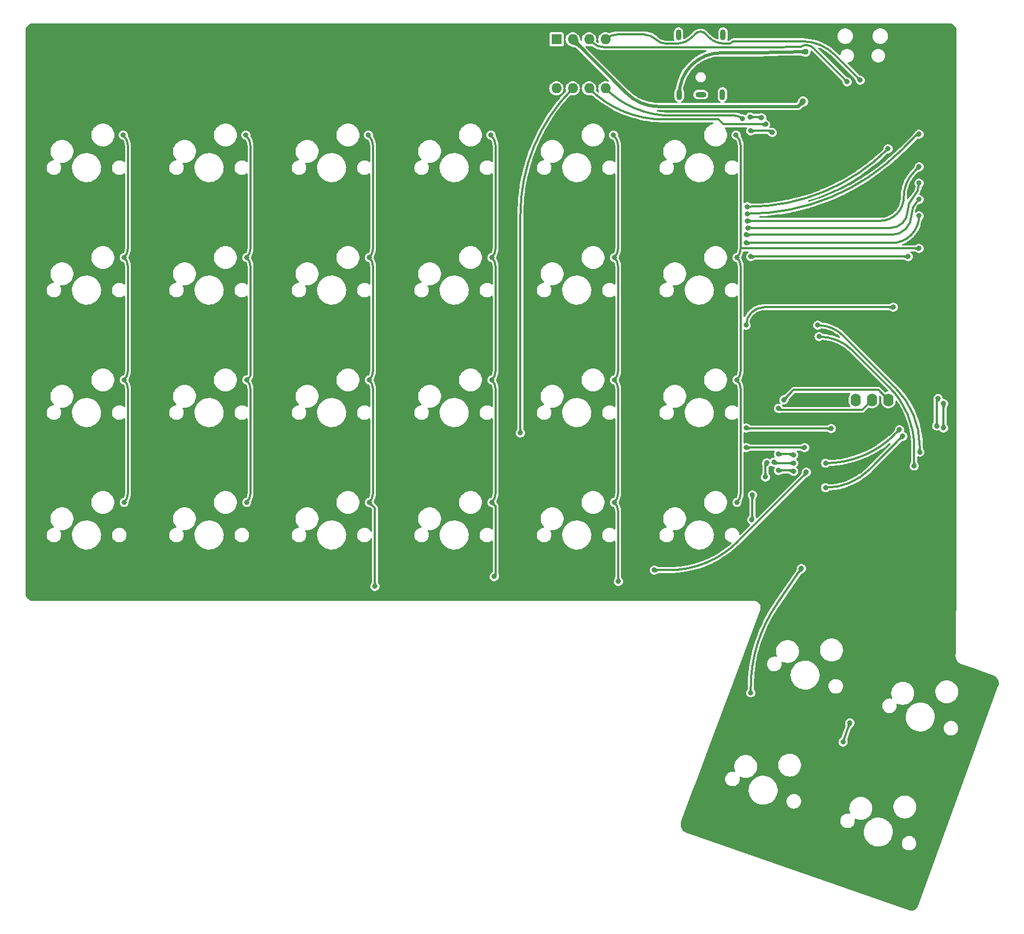
<source format=gtl>
%TF.GenerationSoftware,KiCad,Pcbnew,6.99.0-dfdedfa605*%
%TF.CreationDate,2022-05-26T14:32:38+01:00*%
%TF.ProjectId,keyboard-left,6b657962-6f61-4726-942d-6c6566742e6b,dev-1*%
%TF.SameCoordinates,Original*%
%TF.FileFunction,Copper,L1,Top*%
%TF.FilePolarity,Positive*%
%FSLAX46Y46*%
G04 Gerber Fmt 4.6, Leading zero omitted, Abs format (unit mm)*
G04 Created by KiCad (PCBNEW 6.99.0-dfdedfa605) date 2022-05-26 14:32:38*
%MOMM*%
%LPD*%
G01*
G04 APERTURE LIST*
%TA.AperFunction,ComponentPad*%
%ADD10R,1.600000X1.600000*%
%TD*%
%TA.AperFunction,ComponentPad*%
%ADD11O,1.600000X1.600000*%
%TD*%
%TA.AperFunction,ComponentPad*%
%ADD12O,1.600000X2.000000*%
%TD*%
%TA.AperFunction,ComponentPad*%
%ADD13O,1.700000X0.850000*%
%TD*%
%TA.AperFunction,ComponentPad*%
%ADD14O,0.850000X1.700000*%
%TD*%
%TA.AperFunction,ViaPad*%
%ADD15C,0.950000*%
%TD*%
%TA.AperFunction,ViaPad*%
%ADD16C,0.800000*%
%TD*%
%TA.AperFunction,Conductor*%
%ADD17C,0.500000*%
%TD*%
%TA.AperFunction,Conductor*%
%ADD18C,0.300000*%
%TD*%
G04 APERTURE END LIST*
D10*
%TO.P,SW29,1*%
%TO.N,unconnected-(SW29-Pad1)*%
X110398399Y-30673199D03*
D11*
%TO.P,SW29,2*%
%TO.N,+3V3*%
X112938399Y-30673199D03*
%TO.P,SW29,3*%
%TO.N,Net-(U2-SWDIO)*%
X115478399Y-30673199D03*
%TO.P,SW29,4*%
%TO.N,Net-(U2-SWCLK)*%
X118018399Y-30673199D03*
%TO.P,SW29,5*%
%TO.N,/keyboard_common/SWCLK*%
X118018399Y-38293199D03*
%TO.P,SW29,6*%
%TO.N,/keyboard_common/SWDIO*%
X115478399Y-38293199D03*
%TO.P,SW29,7*%
%TO.N,Net-(U1E-S)*%
X112938399Y-38293199D03*
%TO.P,SW29,8*%
%TO.N,unconnected-(SW29-Pad8)*%
X110398399Y-38293199D03*
%TD*%
D12*
%TO.P,Brd1,1,GND*%
%TO.N,GND*%
X154393399Y-86758199D03*
%TO.P,Brd1,2,VCC*%
%TO.N,+3V3*%
X156933399Y-86758199D03*
%TO.P,Brd1,3,SCL*%
%TO.N,/keyboard_common/SCL*%
X159473399Y-86758199D03*
%TO.P,Brd1,4,SDA*%
%TO.N,/keyboard_common/SDA*%
X162013399Y-86758199D03*
%TD*%
D13*
%TO.P,J2,R1*%
%TO.N,/keyboard_common/R1*%
X132841999Y-39265999D03*
D14*
%TO.P,J2,R2*%
%TO.N,/keyboard_common/R2*%
X136191999Y-39265999D03*
%TO.P,J2,S*%
%TO.N,+5V*%
X129491999Y-39265999D03*
%TO.P,J2,S1*%
%TO.N,N/C*%
X129391999Y-29965999D03*
%TO.P,J2,S2*%
X136291999Y-29965999D03*
%TO.P,J2,T*%
%TO.N,GND*%
X134691999Y-39265999D03*
X130991999Y-39265999D03*
%TD*%
D15*
%TO.N,+3V3*%
X148742400Y-40335200D03*
D16*
%TO.N,GND*%
X162204400Y-103073200D03*
X148996400Y-47701200D03*
X162458400Y-89103200D03*
X124968000Y-35179000D03*
X165100000Y-93218000D03*
X176784000Y-130590710D03*
X166522400Y-47701200D03*
X148996400Y-35255200D03*
X170586400Y-102819200D03*
X167030400Y-35255200D03*
X166522400Y-73101200D03*
X148996400Y-73355200D03*
X149504400Y-80975200D03*
%TO.N,/keyboard_common/ROW0*%
X161950400Y-47701200D03*
X140106324Y-56700533D03*
%TO.N,/keyboard_common/ROW1*%
X162787380Y-72339200D03*
X139897421Y-75133200D03*
%TO.N,/keyboard_common/ROW2*%
X139897421Y-94183200D03*
X148996400Y-94183200D03*
%TO.N,/keyboard_common/ROW3*%
X149250400Y-97993200D03*
X125628400Y-113233200D03*
%TO.N,/keyboard_common/ROW4*%
X140868400Y-101549200D03*
X140613808Y-132300453D03*
X148488400Y-112979200D03*
X140614411Y-64465200D03*
X140768004Y-105412804D03*
X165085900Y-64465200D03*
%TO.N,/keyboard_common/SD2*%
X170586400Y-91135200D03*
X170586400Y-87325200D03*
%TO.N,/keyboard_common/SD3*%
X169516864Y-90813914D03*
X169737465Y-86547734D03*
%TO.N,/keyboard_common/SDCMD*%
X151215477Y-76910794D03*
X166007050Y-97025989D03*
%TO.N,/keyboard_common/SDCLK*%
X151028400Y-75133200D03*
X166879731Y-94865571D03*
%TO.N,/keyboard_common/SCL*%
X147283400Y-95326200D03*
X144909380Y-95199200D03*
X144909380Y-88064180D03*
%TO.N,/keyboard_common/SDA*%
X145758880Y-86752720D03*
D15*
%TO.N,+5V*%
X149123400Y-32588200D03*
D16*
%TO.N,Net-(U1E-S)*%
X153135650Y-91210450D03*
X139897421Y-91135200D03*
X104800400Y-91897200D03*
%TO.N,/keyboard_common/COL0*%
X43205400Y-83643200D03*
X43078400Y-45543200D03*
X43205400Y-102693200D03*
X166776400Y-45415200D03*
X43205400Y-64593200D03*
X140106899Y-57800035D03*
%TO.N,/keyboard_common/COL1*%
X140097930Y-58899501D03*
X62255400Y-102693200D03*
X62255400Y-83643200D03*
X62128400Y-45543200D03*
X166776400Y-50495200D03*
X62255400Y-64593200D03*
%TO.N,/keyboard_common/COL2*%
X81305400Y-83643200D03*
X81305400Y-64593200D03*
X166776400Y-53035200D03*
X82194400Y-115773200D03*
X140135255Y-59998370D03*
X81178400Y-45543200D03*
X81305400Y-102693200D03*
%TO.N,/keyboard_common/COL3*%
X100355400Y-102693200D03*
X166776400Y-55575200D03*
X139925984Y-61077774D03*
X100355400Y-64593200D03*
X100736400Y-114249200D03*
X100228400Y-45543200D03*
X100355400Y-83643200D03*
%TO.N,/keyboard_common/COL4*%
X119405400Y-102693200D03*
X119278400Y-45543200D03*
X119405400Y-83643200D03*
X156024835Y-137005587D03*
X166776400Y-58115200D03*
X120040400Y-115011200D03*
X119405400Y-64593200D03*
X154940000Y-139988710D03*
X139897421Y-62345700D03*
%TO.N,/keyboard_common/COL5*%
X138455400Y-102693200D03*
X166776400Y-63195200D03*
X138328400Y-45543200D03*
X138455400Y-83643200D03*
X138455400Y-64593200D03*
%TO.N,Net-(U2-SWDIO)*%
X155600400Y-37287200D03*
%TO.N,Net-(U2-SWCLK)*%
X157632400Y-37033200D03*
%TO.N,/keyboard_common/SWCLK*%
X140614411Y-44907200D03*
X143944634Y-45161200D03*
X139344400Y-43041700D03*
X144190731Y-96448402D03*
X147283400Y-96596200D03*
%TO.N,/keyboard_common/SWDIO*%
X142912931Y-43891200D03*
X143095134Y-96540997D03*
X142900400Y-98755200D03*
%TO.N,Net-(U2-GPIO2)*%
X163728400Y-91389200D03*
X152233400Y-96596200D03*
%TO.N,Net-(U2-GPIO3)*%
X164236400Y-92405200D03*
X152233400Y-100406200D03*
%TO.N,/keyboard_common/R1*%
X144909380Y-97739200D03*
X147283400Y-97866200D03*
X140500141Y-42735470D03*
X142313411Y-42875200D03*
%TD*%
D17*
%TO.N,+3V3*%
X121275501Y-39030301D02*
X121275501Y-39010301D01*
X147954880Y-41122720D02*
X126327048Y-41122720D01*
X121275501Y-39010301D02*
X112938400Y-30673200D01*
X148742400Y-40335200D02*
X147954880Y-41122720D01*
X121275487Y-39030315D02*
G75*
G03*
X126327048Y-41122720I5051513J5051515D01*
G01*
D18*
%TO.N,/keyboard_common/ROW0*%
X140224108Y-56700533D02*
X140106324Y-56700533D01*
X140224108Y-56700528D02*
G75*
G03*
X161950400Y-47701200I-8J30725628D01*
G01*
%TO.N,/keyboard_common/ROW1*%
X162787380Y-72339200D02*
X142691418Y-72339200D01*
X142691418Y-72339221D02*
G75*
G03*
X139897421Y-75133200I-18J-2793979D01*
G01*
%TO.N,/keyboard_common/ROW2*%
X148996400Y-94183200D02*
X139897421Y-94183200D01*
%TO.N,/keyboard_common/ROW3*%
X149250400Y-97993200D02*
X149250400Y-98131783D01*
X149250400Y-98131783D02*
X138568143Y-108814040D01*
X127899346Y-113233200D02*
X125628400Y-113233200D01*
X127899346Y-113233220D02*
G75*
G03*
X138568143Y-108814040I-46J15088020D01*
G01*
%TO.N,/keyboard_common/ROW4*%
X140613808Y-132300453D02*
X140613809Y-131511699D01*
X140868400Y-101549200D02*
X140868400Y-105312408D01*
X140868400Y-105312408D02*
X140768004Y-105412804D01*
X165085900Y-64465200D02*
X140614411Y-64465200D01*
X144654729Y-118536908D02*
X148488400Y-112979200D01*
X144654727Y-118536907D02*
G75*
G03*
X140613809Y-131511699I18809743J-12974833D01*
G01*
%TO.N,/keyboard_common/SD2*%
X170586400Y-91135200D02*
X170586400Y-87325200D01*
%TO.N,/keyboard_common/SD3*%
X169516864Y-86768335D02*
X169737465Y-86547734D01*
X169516864Y-90813914D02*
X169516864Y-86768335D01*
%TO.N,/keyboard_common/SDCMD*%
X166007050Y-94042061D02*
X166007050Y-97025989D01*
X156437542Y-79073833D02*
X162189577Y-84825868D01*
X156437546Y-79073829D02*
G75*
G03*
X151215477Y-76910794I-5222046J-5222071D01*
G01*
X166007050Y-94042061D02*
G75*
G03*
X162189577Y-84825868I-13033660J1D01*
G01*
%TO.N,/keyboard_common/SDCLK*%
X154982666Y-76771107D02*
X163114723Y-84903164D01*
X166879731Y-94865571D02*
X166879721Y-93992530D01*
X166879735Y-93992530D02*
G75*
G03*
X163114722Y-84903165I-12854535J-170D01*
G01*
X154982669Y-76771104D02*
G75*
G03*
X151028400Y-75133200I-3954269J-3954296D01*
G01*
%TO.N,/keyboard_common/SCL*%
X144909380Y-95199200D02*
X147156400Y-95199200D01*
X147156400Y-95199200D02*
X147283400Y-95326200D01*
X144909380Y-88064180D02*
X145152920Y-88307720D01*
X145152920Y-88307720D02*
X157923880Y-88307720D01*
X157923880Y-88307720D02*
X159473400Y-86758200D01*
%TO.N,/keyboard_common/SDA*%
X145758880Y-86752720D02*
X147302920Y-85208680D01*
X160463880Y-85208680D02*
X162013400Y-86758200D01*
X147302920Y-85208680D02*
X160463880Y-85208680D01*
D17*
%TO.N,+5V*%
X149123400Y-32588200D02*
X141478000Y-32766000D01*
X141478000Y-32766000D02*
X135991993Y-32766000D01*
X135991993Y-32766000D02*
G75*
G03*
X129492000Y-39266000I7J-6500000D01*
G01*
D18*
%TO.N,Net-(U1E-S)*%
X139972671Y-91210450D02*
X153135650Y-91210450D01*
X139897421Y-91135200D02*
X139972671Y-91210450D01*
X104800400Y-91897200D02*
X104800400Y-57960044D01*
X112938397Y-38313197D02*
G75*
G03*
X104800400Y-57960044I19646813J-19646843D01*
G01*
%TO.N,/keyboard_common/COL0*%
X43797921Y-47280285D02*
X43797921Y-63162748D01*
X166522400Y-45415200D02*
X164058761Y-47878839D01*
X43797921Y-66023645D02*
X43797921Y-82212790D01*
X166776400Y-45415200D02*
X166522400Y-45415200D01*
X43797921Y-85073703D02*
X43797921Y-101262680D01*
X43797930Y-47280285D02*
G75*
G03*
X43078400Y-45543200I-2456630J-15D01*
G01*
X140106899Y-57800001D02*
G75*
G03*
X164058760Y-47878838I1J33873101D01*
G01*
X43797903Y-85073703D02*
G75*
G03*
X43205400Y-83643200I-2023103J3D01*
G01*
X43205371Y-64593171D02*
G75*
G03*
X43797921Y-63162748I-1430371J1430471D01*
G01*
X43797891Y-66023645D02*
G75*
G03*
X43205400Y-64593200I-2022891J45D01*
G01*
X43205400Y-83643200D02*
G75*
G03*
X43797921Y-82212790I-1430300J1430400D01*
G01*
X43205413Y-102693213D02*
G75*
G03*
X43797921Y-101262680I-1430613J1430513D01*
G01*
%TO.N,/keyboard_common/COL1*%
X160692895Y-58899501D02*
X140097930Y-58899501D01*
X62847921Y-85073614D02*
X62847921Y-101262737D01*
X62847921Y-66023728D02*
X62847921Y-82843572D01*
X62701474Y-83197126D02*
X62255400Y-83643200D01*
X62847921Y-47280271D02*
X62847921Y-63162775D01*
X166776400Y-50495200D02*
X166033833Y-51237767D01*
X62847903Y-66023728D02*
G75*
G03*
X62255400Y-64593200I-2023103J28D01*
G01*
X62701492Y-83197144D02*
G75*
G03*
X62847921Y-82843572I-353592J353544D01*
G01*
X62847930Y-47280271D02*
G75*
G03*
X62128400Y-45543200I-2456630J-29D01*
G01*
X160692895Y-58899486D02*
G75*
G03*
X164392786Y-55199605I5J3699886D01*
G01*
X166033825Y-51237759D02*
G75*
G03*
X164392786Y-55199605I3961875J-3961841D01*
G01*
X62255392Y-102693192D02*
G75*
G03*
X62847921Y-101262737I-1430492J1430492D01*
G01*
X62255421Y-64593221D02*
G75*
G03*
X62847921Y-63162775I-1430421J1430421D01*
G01*
X62847920Y-85073614D02*
G75*
G03*
X62255400Y-83643200I-2022820J14D01*
G01*
%TO.N,/keyboard_common/COL2*%
X82194400Y-115773200D02*
X82194400Y-103582200D01*
X81897921Y-85073669D02*
X81897921Y-101262714D01*
X82194400Y-103582200D02*
X81305400Y-102693200D01*
X81897921Y-66023676D02*
X81897921Y-82212734D01*
X81897921Y-47280261D02*
X81897921Y-63162785D01*
X162336419Y-59998370D02*
X140135255Y-59998370D01*
X81305400Y-64593200D02*
G75*
G03*
X81897921Y-63162785I-1430300J1430400D01*
G01*
X81305392Y-102693192D02*
G75*
G03*
X81897921Y-101262714I-1430492J1430492D01*
G01*
X81897932Y-85073669D02*
G75*
G03*
X81305400Y-83643200I-2023032J-31D01*
G01*
X165878372Y-55203166D02*
G75*
G03*
X166776400Y-53035200I-2167872J2167966D01*
G01*
X162336419Y-59998406D02*
G75*
G03*
X164992306Y-57342485I-19J2655906D01*
G01*
X81305392Y-83643192D02*
G75*
G03*
X81897921Y-82212734I-1430492J1430492D01*
G01*
X165878406Y-55203200D02*
G75*
G03*
X164992306Y-57342485I2139394J-2139300D01*
G01*
X81897932Y-66023676D02*
G75*
G03*
X81305400Y-64593200I-2023032J-24D01*
G01*
X81897959Y-47280261D02*
G75*
G03*
X81178400Y-45543200I-2456559J-39D01*
G01*
%TO.N,/keyboard_common/COL3*%
X162518962Y-61077774D02*
X139925984Y-61077774D01*
X100947921Y-114037679D02*
X100947921Y-103285721D01*
X100947921Y-85073744D02*
X100947921Y-101262742D01*
X100947921Y-47280178D02*
X100947921Y-63162743D01*
X166776400Y-55575200D02*
X166472271Y-55879329D01*
X100947921Y-103285721D02*
X100355400Y-102693200D01*
X100736400Y-114249200D02*
X100947921Y-114037679D01*
X100947921Y-66023610D02*
X100947921Y-82212773D01*
X100355371Y-64593171D02*
G75*
G03*
X100947921Y-63162743I-1430371J1430471D01*
G01*
X162518962Y-61077726D02*
G75*
G03*
X165591826Y-58004910I38J3072826D01*
G01*
X100355371Y-102693171D02*
G75*
G03*
X100947921Y-101262742I-1430371J1430471D01*
G01*
X100947920Y-66023610D02*
G75*
G03*
X100355400Y-64593200I-2022820J10D01*
G01*
X166472276Y-55879334D02*
G75*
G03*
X165591826Y-58004910I2125524J-2125566D01*
G01*
X100355421Y-83643221D02*
G75*
G03*
X100947921Y-82212773I-1430421J1430421D01*
G01*
X100947903Y-85073744D02*
G75*
G03*
X100355400Y-83643200I-2023103J44D01*
G01*
X100947947Y-47280178D02*
G75*
G03*
X100228400Y-45543200I-2456347J-22D01*
G01*
%TO.N,/keyboard_common/COL4*%
X119997921Y-47280263D02*
X119997921Y-63162755D01*
X119997921Y-85073657D02*
X119997921Y-101262763D01*
X119997921Y-66023599D02*
X119997921Y-82212724D01*
X119997921Y-114968721D02*
X119997921Y-104123645D01*
X154940000Y-139988710D02*
X156024835Y-137005587D01*
X120040400Y-115011200D02*
X119997921Y-114968721D01*
X162545901Y-62345700D02*
X139897421Y-62345700D01*
X162545901Y-62345700D02*
G75*
G03*
X166776400Y-58115200I-1J4230500D01*
G01*
X119405421Y-102693221D02*
G75*
G03*
X119997921Y-101262763I-1430421J1430421D01*
G01*
X119405392Y-83643192D02*
G75*
G03*
X119997921Y-82212724I-1430492J1430492D01*
G01*
X119997961Y-85073657D02*
G75*
G03*
X119405399Y-83643201I-2022961J-43D01*
G01*
X119997959Y-47280263D02*
G75*
G03*
X119278400Y-45543200I-2456559J-37D01*
G01*
X119997920Y-66023599D02*
G75*
G03*
X119405400Y-64593200I-2022820J-1D01*
G01*
X119997891Y-104123645D02*
G75*
G03*
X119405400Y-102693200I-2022891J45D01*
G01*
X119405421Y-64593221D02*
G75*
G03*
X119997921Y-63162755I-1430421J1430421D01*
G01*
%TO.N,/keyboard_common/COL5*%
X139047921Y-47280228D02*
X139047921Y-63162738D01*
X139047921Y-85073685D02*
X139047921Y-101262710D01*
X139080383Y-63195200D02*
X139047921Y-63162738D01*
X139047921Y-66023640D02*
X139047921Y-82212739D01*
X166776400Y-63195200D02*
X139080383Y-63195200D01*
X138455392Y-64593192D02*
G75*
G03*
X139047921Y-63162738I-1430492J1430492D01*
G01*
X139047888Y-47280228D02*
G75*
G03*
X138328399Y-45543201I-2456488J28D01*
G01*
X139047932Y-85073685D02*
G75*
G03*
X138455400Y-83643200I-2023032J-15D01*
G01*
X138455392Y-102693192D02*
G75*
G03*
X139047921Y-101262710I-1430492J1430492D01*
G01*
X139047891Y-66023640D02*
G75*
G03*
X138455400Y-64593200I-2022891J40D01*
G01*
X138455392Y-83643192D02*
G75*
G03*
X139047921Y-82212739I-1430492J1430492D01*
G01*
%TO.N,Net-(U2-SWDIO)*%
X115478400Y-30673200D02*
X115926667Y-31121467D01*
X150310120Y-31996920D02*
X155600400Y-37287200D01*
X117861041Y-31922711D02*
X143350775Y-31922711D01*
X148998714Y-31563689D02*
X149264222Y-31563691D01*
X143350775Y-31922711D02*
X148418748Y-31804851D01*
X150310108Y-31996932D02*
G75*
G03*
X149264222Y-31563691I-1045908J-1045868D01*
G01*
X115926648Y-31121486D02*
G75*
G03*
X117861041Y-31922711I1934352J1934386D01*
G01*
X148998714Y-31563704D02*
G75*
G03*
X148487134Y-31775588I-14J-723496D01*
G01*
X148418749Y-31804872D02*
G75*
G03*
X148487134Y-31775588I-2349J99972D01*
G01*
%TO.N,Net-(U2-SWCLK)*%
X129054391Y-31323191D02*
X127408149Y-31323191D01*
X137913186Y-30964955D02*
X137828559Y-30987633D01*
X157632400Y-37033200D02*
X153655957Y-33056757D01*
X137204971Y-31321617D02*
X137125688Y-31323191D01*
X137828559Y-30987633D02*
X137752685Y-31031440D01*
X137721147Y-31061853D02*
X137696016Y-31086984D01*
X148604003Y-30964169D02*
X137956992Y-30964169D01*
X134069462Y-30318090D02*
X133499014Y-29747642D01*
X137125688Y-31323191D02*
X136495991Y-31323191D01*
X123967891Y-29898186D02*
X119889417Y-29898186D01*
X137956992Y-30964169D02*
X137913186Y-30964955D01*
X137360490Y-31290687D02*
X137204971Y-31321617D01*
X137752685Y-31031440D02*
X137721147Y-31061853D01*
X137696016Y-31086984D02*
X137638834Y-31141924D01*
X137506987Y-31230012D02*
X137360490Y-31290687D01*
X137638834Y-31141924D02*
X137506987Y-31230012D01*
X131994439Y-29803561D02*
X131479197Y-30318803D01*
X119889417Y-29898207D02*
G75*
G03*
X118018400Y-30673200I-17J-2645993D01*
G01*
X133498990Y-29747666D02*
G75*
G03*
X132814241Y-29464000I-684790J-684734D01*
G01*
X125865642Y-30684295D02*
G75*
G03*
X127408149Y-31323191I1542458J1542495D01*
G01*
X132814241Y-29463999D02*
G75*
G03*
X131994439Y-29803561I-41J-1159301D01*
G01*
X125865662Y-30684275D02*
G75*
G03*
X123967891Y-29898186I-1897762J-1897725D01*
G01*
X153655953Y-33056761D02*
G75*
G03*
X148604003Y-30964169I-5051953J-5051939D01*
G01*
X129054391Y-31323185D02*
G75*
G03*
X131479197Y-30318803I9J3429185D01*
G01*
X134069475Y-30318077D02*
G75*
G03*
X136495991Y-31323191I2426525J2426477D01*
G01*
%TO.N,/keyboard_common/SWCLK*%
X144338529Y-96596200D02*
X147283400Y-96596200D01*
X143690634Y-44907200D02*
X143944634Y-45161200D01*
X144190731Y-96448402D02*
X144338529Y-96596200D01*
X128197890Y-42529680D02*
X138108344Y-42529680D01*
X140614411Y-44907200D02*
X143690634Y-44907200D01*
X118018405Y-38313195D02*
G75*
G03*
X128197890Y-42529680I10179495J10179495D01*
G01*
X139344387Y-43041713D02*
G75*
G03*
X138108344Y-42529680I-1236087J-1235987D01*
G01*
%TO.N,/keyboard_common/SWDIO*%
X142900400Y-96735731D02*
X143095134Y-96540997D01*
X142900400Y-98755200D02*
X142900400Y-96735731D01*
X136336222Y-43891200D02*
X135574222Y-43129200D01*
X142912931Y-43891200D02*
X136336222Y-43891200D01*
X135574222Y-43129200D02*
X127105246Y-43129200D01*
X115478385Y-38313215D02*
G75*
G03*
X127105246Y-43129200I11626815J11626815D01*
G01*
%TO.N,Net-(U2-GPIO2)*%
X163728400Y-91389200D02*
X162967666Y-92149934D01*
X152233400Y-96596221D02*
G75*
G03*
X162967665Y-92149933I0J15180521D01*
G01*
%TO.N,Net-(U2-GPIO3)*%
X164236400Y-92405200D02*
X159065222Y-97576378D01*
X152233400Y-100406224D02*
G75*
G03*
X159065222Y-97576378I0J9661624D01*
G01*
%TO.N,/keyboard_common/R1*%
X142173681Y-42735470D02*
X142313411Y-42875200D01*
X147156400Y-97739200D02*
X147283400Y-97866200D01*
X140500141Y-42735470D02*
X142173681Y-42735470D01*
X144909380Y-97739200D02*
X147156400Y-97739200D01*
%TD*%
%TA.AperFunction,Conductor*%
%TO.N,/keyboard_common/COL1*%
G36*
X62602868Y-83098522D02*
G01*
X62800077Y-83295731D01*
X62803504Y-83304004D01*
X62800885Y-83311382D01*
X62739879Y-83386471D01*
X62726823Y-83402540D01*
X62726499Y-83403326D01*
X62726497Y-83403329D01*
X62701983Y-83462753D01*
X62691934Y-83487113D01*
X62691828Y-83487810D01*
X62691827Y-83487814D01*
X62679145Y-83571319D01*
X62679140Y-83571356D01*
X62679131Y-83571414D01*
X62664862Y-83668650D01*
X62664449Y-83670455D01*
X62628772Y-83784103D01*
X62623024Y-83790970D01*
X62614105Y-83791762D01*
X62613157Y-83791419D01*
X62526634Y-83755814D01*
X62259203Y-83645763D01*
X62252837Y-83639397D01*
X62155095Y-83401878D01*
X62107181Y-83285442D01*
X62107202Y-83276488D01*
X62113549Y-83270170D01*
X62114489Y-83269830D01*
X62228146Y-83234149D01*
X62229947Y-83233736D01*
X62289702Y-83224967D01*
X62327191Y-83219466D01*
X62327200Y-83219465D01*
X62327279Y-83219453D01*
X62410785Y-83206771D01*
X62410789Y-83206770D01*
X62411486Y-83206664D01*
X62436038Y-83196536D01*
X62495269Y-83172102D01*
X62495272Y-83172100D01*
X62496058Y-83171776D01*
X62587219Y-83097713D01*
X62595799Y-83095157D01*
X62602868Y-83098522D01*
G37*
%TD.AperFunction*%
%TD*%
%TA.AperFunction,Conductor*%
%TO.N,/keyboard_common/ROW4*%
G36*
X141015867Y-104636201D02*
G01*
X141019257Y-104643546D01*
X141033958Y-104828268D01*
X141071060Y-104964530D01*
X141071160Y-104964793D01*
X141115142Y-105080517D01*
X141115494Y-105081600D01*
X141152158Y-105216254D01*
X141152532Y-105218400D01*
X141167001Y-105400208D01*
X141164241Y-105408727D01*
X141155368Y-105412836D01*
X140852197Y-105413594D01*
X140770360Y-105413798D01*
X140765829Y-105412897D01*
X140410426Y-105264723D01*
X140404108Y-105258376D01*
X140404129Y-105249422D01*
X140404650Y-105248334D01*
X140482898Y-105104459D01*
X140484168Y-105102582D01*
X140569219Y-104999979D01*
X140569334Y-104999843D01*
X140644080Y-104912425D01*
X140644566Y-104911857D01*
X140685230Y-104828268D01*
X140697627Y-104802786D01*
X140697628Y-104802783D01*
X140698054Y-104801907D01*
X140698171Y-104800936D01*
X140717161Y-104643077D01*
X140721551Y-104635272D01*
X140728777Y-104632774D01*
X141007594Y-104632774D01*
X141015867Y-104636201D01*
G37*
%TD.AperFunction*%
%TD*%
%TA.AperFunction,Conductor*%
%TO.N,/keyboard_common/SD2*%
G36*
X170733667Y-90338627D02*
G01*
X170737072Y-90346186D01*
X170746684Y-90503352D01*
X170776035Y-90619594D01*
X170822199Y-90716452D01*
X170822289Y-90716615D01*
X170882738Y-90826120D01*
X170883087Y-90826805D01*
X170950761Y-90971062D01*
X170951173Y-90980007D01*
X170944671Y-90986830D01*
X170590902Y-91134323D01*
X170581898Y-91134323D01*
X170228129Y-90986830D01*
X170221811Y-90980483D01*
X170222039Y-90971062D01*
X170289712Y-90826805D01*
X170290061Y-90826120D01*
X170350510Y-90716615D01*
X170350600Y-90716452D01*
X170396764Y-90619594D01*
X170426115Y-90503352D01*
X170435728Y-90346186D01*
X170439653Y-90338137D01*
X170447406Y-90335200D01*
X170725394Y-90335200D01*
X170733667Y-90338627D01*
G37*
%TD.AperFunction*%
%TD*%
%TA.AperFunction,Conductor*%
%TO.N,/keyboard_common/SD2*%
G36*
X170944671Y-87473570D02*
G01*
X170950989Y-87479917D01*
X170950761Y-87489338D01*
X170883087Y-87633593D01*
X170882742Y-87634269D01*
X170822199Y-87743946D01*
X170776035Y-87840805D01*
X170746684Y-87957047D01*
X170746651Y-87957589D01*
X170737072Y-88114214D01*
X170733147Y-88122263D01*
X170725394Y-88125200D01*
X170447406Y-88125200D01*
X170439133Y-88121773D01*
X170435728Y-88114214D01*
X170426148Y-87957589D01*
X170426115Y-87957047D01*
X170396764Y-87840805D01*
X170350600Y-87743946D01*
X170290057Y-87634269D01*
X170289712Y-87633593D01*
X170222039Y-87489338D01*
X170221627Y-87480393D01*
X170228129Y-87473570D01*
X170581898Y-87326077D01*
X170590902Y-87326077D01*
X170944671Y-87473570D01*
G37*
%TD.AperFunction*%
%TD*%
%TA.AperFunction,Conductor*%
%TO.N,/keyboard_common/ROW3*%
G36*
X148892828Y-97845057D02*
G01*
X149248929Y-97991597D01*
X149252769Y-97994163D01*
X149270128Y-98011609D01*
X149524319Y-98267075D01*
X149527725Y-98275356D01*
X149523605Y-98284240D01*
X149384540Y-98402514D01*
X149382737Y-98403774D01*
X149310277Y-98444838D01*
X149261158Y-98472674D01*
X149260127Y-98473193D01*
X149199229Y-98500163D01*
X149146443Y-98523540D01*
X149023399Y-98593272D01*
X148882076Y-98713468D01*
X148873556Y-98716217D01*
X148866225Y-98712828D01*
X148669071Y-98515674D01*
X148665644Y-98507401D01*
X148668152Y-98500164D01*
X148744481Y-98403229D01*
X148766468Y-98375307D01*
X148766469Y-98375305D01*
X148767066Y-98374547D01*
X148798748Y-98284240D01*
X148807262Y-98259971D01*
X148807262Y-98259969D01*
X148807508Y-98259269D01*
X148817189Y-98144101D01*
X148817204Y-98143942D01*
X148822383Y-98090991D01*
X148830149Y-98011603D01*
X148830575Y-98009423D01*
X148877160Y-97852546D01*
X148882800Y-97845591D01*
X148891707Y-97844661D01*
X148892828Y-97845057D01*
G37*
%TD.AperFunction*%
%TD*%
%TA.AperFunction,Conductor*%
%TO.N,/keyboard_common/COL4*%
G36*
X140061559Y-61981339D02*
G01*
X140205822Y-62049016D01*
X140206490Y-62049357D01*
X140316167Y-62109900D01*
X140413026Y-62156064D01*
X140413584Y-62156205D01*
X140413587Y-62156206D01*
X140488706Y-62175173D01*
X140529268Y-62185415D01*
X140686435Y-62195028D01*
X140694484Y-62198953D01*
X140697421Y-62206706D01*
X140697421Y-62484694D01*
X140693994Y-62492967D01*
X140686435Y-62496372D01*
X140529268Y-62505984D01*
X140488706Y-62516226D01*
X140413587Y-62535193D01*
X140413584Y-62535194D01*
X140413026Y-62535335D01*
X140316167Y-62581499D01*
X140206490Y-62642042D01*
X140205822Y-62642383D01*
X140087069Y-62698093D01*
X140061559Y-62710061D01*
X140052614Y-62710473D01*
X140045791Y-62703971D01*
X139898298Y-62350202D01*
X139898298Y-62341198D01*
X140045791Y-61987429D01*
X140052138Y-61981111D01*
X140061559Y-61981339D01*
G37*
%TD.AperFunction*%
%TD*%
%TA.AperFunction,Conductor*%
%TO.N,/keyboard_common/SWCLK*%
G36*
X143271759Y-44757270D02*
G01*
X143416579Y-44757616D01*
X143416645Y-44757616D01*
X143540216Y-44758608D01*
X143540216Y-44758623D01*
X143540251Y-44758608D01*
X143646936Y-44759792D01*
X143770507Y-44760784D01*
X143932991Y-44761172D01*
X143941256Y-44764619D01*
X143944663Y-44772843D01*
X143945622Y-45156324D01*
X143942181Y-45164641D01*
X143672063Y-45433808D01*
X143671057Y-45434810D01*
X143662777Y-45438222D01*
X143654510Y-45434781D01*
X143653644Y-45433808D01*
X143568718Y-45327114D01*
X143567653Y-45325526D01*
X143509301Y-45220883D01*
X143509223Y-45220743D01*
X143473783Y-45164641D01*
X143455831Y-45136222D01*
X143455829Y-45136220D01*
X143455236Y-45135281D01*
X143376291Y-45078069D01*
X143252416Y-45058744D01*
X143244770Y-45054083D01*
X143242519Y-45047184D01*
X143242519Y-44768928D01*
X143245946Y-44760655D01*
X143254247Y-44757228D01*
X143271759Y-44757270D01*
G37*
%TD.AperFunction*%
%TD*%
%TA.AperFunction,Conductor*%
%TO.N,+3V3*%
G36*
X148738601Y-40332637D02*
G01*
X148744963Y-40338999D01*
X148919680Y-40763131D01*
X148919663Y-40772085D01*
X148913224Y-40778443D01*
X148784487Y-40830175D01*
X148740315Y-40847925D01*
X148608641Y-40903091D01*
X148501222Y-40962284D01*
X148500864Y-40962561D01*
X148500858Y-40962565D01*
X148390357Y-41048071D01*
X148390127Y-41048249D01*
X148255692Y-41175879D01*
X148247333Y-41179090D01*
X148239364Y-41175667D01*
X147901933Y-40838236D01*
X147898506Y-40829963D01*
X147901721Y-40821907D01*
X148029153Y-40687680D01*
X148029157Y-40687675D01*
X148029350Y-40687472D01*
X148029528Y-40687242D01*
X148115033Y-40576740D01*
X148115037Y-40576734D01*
X148115314Y-40576376D01*
X148174507Y-40468958D01*
X148229674Y-40337284D01*
X148229683Y-40337263D01*
X148299157Y-40164375D01*
X148305421Y-40157977D01*
X148314469Y-40157920D01*
X148738601Y-40332637D01*
G37*
%TD.AperFunction*%
%TD*%
%TA.AperFunction,Conductor*%
%TO.N,/keyboard_common/COL1*%
G36*
X166460979Y-50364403D02*
G01*
X166772597Y-50492637D01*
X166778963Y-50499003D01*
X166872454Y-50726192D01*
X166924822Y-50853450D01*
X166924801Y-50862404D01*
X166917979Y-50868905D01*
X166768104Y-50923062D01*
X166767392Y-50923293D01*
X166708801Y-50940205D01*
X166647208Y-50957983D01*
X166647197Y-50957986D01*
X166647036Y-50958033D01*
X166646876Y-50958090D01*
X166646872Y-50958091D01*
X166604035Y-50973275D01*
X166545904Y-50993879D01*
X166442954Y-51055321D01*
X166442556Y-51055673D01*
X166442552Y-51055676D01*
X166325024Y-51159658D01*
X166316557Y-51162573D01*
X166308998Y-51159168D01*
X166112432Y-50962602D01*
X166109005Y-50954329D01*
X166111942Y-50946576D01*
X166215923Y-50829046D01*
X166215926Y-50829042D01*
X166216278Y-50828644D01*
X166277719Y-50725695D01*
X166313565Y-50624563D01*
X166348305Y-50504206D01*
X166348539Y-50503484D01*
X166402694Y-50353622D01*
X166408729Y-50347006D01*
X166418150Y-50346778D01*
X166460979Y-50364403D01*
G37*
%TD.AperFunction*%
%TD*%
%TA.AperFunction,Conductor*%
%TO.N,/keyboard_common/SCL*%
G36*
X145199583Y-87790521D02*
G01*
X145200387Y-87791416D01*
X145285914Y-87897008D01*
X145286899Y-87898426D01*
X145347141Y-88000521D01*
X145347148Y-88000532D01*
X145347233Y-88000676D01*
X145403513Y-88083134D01*
X145404426Y-88083753D01*
X145404427Y-88083754D01*
X145483183Y-88137138D01*
X145484272Y-88137876D01*
X145485574Y-88138068D01*
X145485575Y-88138069D01*
X145608495Y-88156243D01*
X145616178Y-88160843D01*
X145618484Y-88167817D01*
X145618484Y-88446064D01*
X145615057Y-88454337D01*
X145606829Y-88457764D01*
X145442621Y-88458391D01*
X145317821Y-88459993D01*
X145210093Y-88461905D01*
X145210035Y-88461906D01*
X145085307Y-88463507D01*
X145085202Y-88463508D01*
X144921096Y-88464135D01*
X144912810Y-88460740D01*
X144909351Y-88452464D01*
X144908392Y-88069056D01*
X144911833Y-88060739D01*
X144972109Y-88000676D01*
X145076143Y-87897008D01*
X145183036Y-87790492D01*
X145191316Y-87787080D01*
X145199583Y-87790521D01*
G37*
%TD.AperFunction*%
%TD*%
%TA.AperFunction,Conductor*%
%TO.N,/keyboard_common/SD3*%
G36*
X169664131Y-90017341D02*
G01*
X169667536Y-90024900D01*
X169677148Y-90182066D01*
X169706499Y-90298308D01*
X169752663Y-90395166D01*
X169752753Y-90395329D01*
X169813202Y-90504834D01*
X169813551Y-90505519D01*
X169881225Y-90649776D01*
X169881637Y-90658721D01*
X169875135Y-90665544D01*
X169521366Y-90813037D01*
X169512362Y-90813037D01*
X169158593Y-90665544D01*
X169152275Y-90659197D01*
X169152503Y-90649776D01*
X169220176Y-90505519D01*
X169220525Y-90504834D01*
X169280974Y-90395329D01*
X169281064Y-90395166D01*
X169327228Y-90298308D01*
X169356579Y-90182066D01*
X169366192Y-90024900D01*
X169370117Y-90016851D01*
X169377870Y-90013914D01*
X169655858Y-90013914D01*
X169664131Y-90017341D01*
G37*
%TD.AperFunction*%
%TD*%
%TA.AperFunction,Conductor*%
%TO.N,/keyboard_common/COL5*%
G36*
X166628030Y-62836929D02*
G01*
X166775523Y-63190698D01*
X166775523Y-63199702D01*
X166628030Y-63553471D01*
X166621683Y-63559789D01*
X166612262Y-63559561D01*
X166570230Y-63539843D01*
X166467997Y-63491883D01*
X166467329Y-63491542D01*
X166357652Y-63430999D01*
X166260794Y-63384835D01*
X166260236Y-63384694D01*
X166260233Y-63384693D01*
X166185114Y-63365726D01*
X166144552Y-63355484D01*
X165987386Y-63345872D01*
X165979337Y-63341947D01*
X165976400Y-63334194D01*
X165976400Y-63056206D01*
X165979827Y-63047933D01*
X165987386Y-63044528D01*
X166144552Y-63034915D01*
X166185114Y-63024673D01*
X166260233Y-63005706D01*
X166260236Y-63005705D01*
X166260794Y-63005564D01*
X166357652Y-62959400D01*
X166467329Y-62898857D01*
X166467997Y-62898516D01*
X166612262Y-62830839D01*
X166621207Y-62830427D01*
X166628030Y-62836929D01*
G37*
%TD.AperFunction*%
%TD*%
%TA.AperFunction,Conductor*%
%TO.N,Net-(U1E-S)*%
G36*
X140060875Y-90771152D02*
G01*
X140061813Y-90771592D01*
X140205597Y-90847100D01*
X140207208Y-90848123D01*
X140311686Y-90927059D01*
X140402151Y-90995107D01*
X140447934Y-91014588D01*
X140512964Y-91042259D01*
X140512966Y-91042260D01*
X140513764Y-91042599D01*
X140514626Y-91042690D01*
X140514629Y-91042691D01*
X140633555Y-91055275D01*
X140671984Y-91059342D01*
X140679851Y-91063620D01*
X140682453Y-91070977D01*
X140682453Y-91348972D01*
X140679026Y-91357245D01*
X140670978Y-91360670D01*
X140521264Y-91363545D01*
X140521259Y-91363545D01*
X140521016Y-91363550D01*
X140406225Y-91375523D01*
X140405816Y-91375627D01*
X140405813Y-91375628D01*
X140309277Y-91400293D01*
X140309273Y-91400294D01*
X140308957Y-91400375D01*
X140200087Y-91442116D01*
X140199987Y-91442158D01*
X140061303Y-91500226D01*
X140052348Y-91500260D01*
X140045985Y-91493936D01*
X139898298Y-91139702D01*
X139898298Y-91130698D01*
X140045574Y-90777449D01*
X140051921Y-90771131D01*
X140060875Y-90771152D01*
G37*
%TD.AperFunction*%
%TD*%
%TA.AperFunction,Conductor*%
%TO.N,/keyboard_common/COL4*%
G36*
X156028617Y-137008105D02*
G01*
X156200931Y-137181199D01*
X156299148Y-137279861D01*
X156302556Y-137288141D01*
X156298833Y-137296674D01*
X156185652Y-137402166D01*
X156185329Y-137402456D01*
X156093259Y-137482073D01*
X156020696Y-137556623D01*
X155957520Y-137654886D01*
X155957323Y-137655351D01*
X155957322Y-137655352D01*
X155897785Y-137795567D01*
X155891398Y-137801843D01*
X155883017Y-137801990D01*
X155621760Y-137706982D01*
X155615157Y-137700934D01*
X155614510Y-137692769D01*
X155625209Y-137655352D01*
X155658685Y-137538281D01*
X155658729Y-137537686D01*
X155658730Y-137537681D01*
X155667670Y-137417079D01*
X155667670Y-137417076D01*
X155667712Y-137416509D01*
X155654486Y-137307457D01*
X155652821Y-137296674D01*
X155634982Y-137181199D01*
X155634864Y-137180084D01*
X155625544Y-137017929D01*
X155628491Y-137009473D01*
X155637198Y-137005558D01*
X156020300Y-137004659D01*
X156028617Y-137008105D01*
G37*
%TD.AperFunction*%
%TD*%
%TA.AperFunction,Conductor*%
%TO.N,Net-(U2-SWDIO)*%
G36*
X155149024Y-36622742D02*
G01*
X155266552Y-36726723D01*
X155266556Y-36726726D01*
X155266954Y-36727078D01*
X155369904Y-36788519D01*
X155471036Y-36824365D01*
X155471197Y-36824412D01*
X155471208Y-36824415D01*
X155532801Y-36842193D01*
X155591392Y-36859105D01*
X155592104Y-36859336D01*
X155741978Y-36913494D01*
X155748594Y-36919529D01*
X155748822Y-36928950D01*
X155602963Y-37283397D01*
X155596597Y-37289763D01*
X155284979Y-37417997D01*
X155258782Y-37428778D01*
X155242150Y-37435622D01*
X155233196Y-37435601D01*
X155226694Y-37428778D01*
X155172539Y-37278914D01*
X155172302Y-37278183D01*
X155137615Y-37158008D01*
X155137612Y-37157997D01*
X155137565Y-37157836D01*
X155101719Y-37056704D01*
X155040278Y-36953754D01*
X155039926Y-36953356D01*
X155039923Y-36953352D01*
X154935942Y-36835824D01*
X154933027Y-36827357D01*
X154936432Y-36819798D01*
X155132998Y-36623232D01*
X155141271Y-36619805D01*
X155149024Y-36622742D01*
G37*
%TD.AperFunction*%
%TD*%
%TA.AperFunction,Conductor*%
%TO.N,/keyboard_common/COL2*%
G36*
X140299393Y-59634009D02*
G01*
X140443656Y-59701686D01*
X140444324Y-59702027D01*
X140554001Y-59762570D01*
X140650860Y-59808734D01*
X140651418Y-59808875D01*
X140651421Y-59808876D01*
X140726540Y-59827843D01*
X140767102Y-59838085D01*
X140924269Y-59847698D01*
X140932318Y-59851623D01*
X140935255Y-59859376D01*
X140935255Y-60137364D01*
X140931828Y-60145637D01*
X140924269Y-60149042D01*
X140767102Y-60158654D01*
X140726540Y-60168896D01*
X140651421Y-60187863D01*
X140651418Y-60187864D01*
X140650860Y-60188005D01*
X140554001Y-60234169D01*
X140444324Y-60294712D01*
X140443656Y-60295053D01*
X140324903Y-60350763D01*
X140299393Y-60362731D01*
X140290448Y-60363143D01*
X140283625Y-60356641D01*
X140136132Y-60002872D01*
X140136132Y-59993868D01*
X140283625Y-59640099D01*
X140289972Y-59633781D01*
X140299393Y-59634009D01*
G37*
%TD.AperFunction*%
%TD*%
%TA.AperFunction,Conductor*%
%TO.N,/keyboard_common/SDCMD*%
G36*
X166154317Y-96229416D02*
G01*
X166157722Y-96236975D01*
X166167334Y-96394141D01*
X166196685Y-96510383D01*
X166242849Y-96607241D01*
X166242939Y-96607404D01*
X166303388Y-96716909D01*
X166303737Y-96717594D01*
X166371411Y-96861851D01*
X166371823Y-96870796D01*
X166365321Y-96877619D01*
X166011552Y-97025112D01*
X166002548Y-97025112D01*
X165648779Y-96877619D01*
X165642461Y-96871272D01*
X165642689Y-96861851D01*
X165710362Y-96717594D01*
X165710711Y-96716909D01*
X165771160Y-96607404D01*
X165771250Y-96607241D01*
X165817414Y-96510383D01*
X165846765Y-96394141D01*
X165856378Y-96236975D01*
X165860303Y-96228926D01*
X165868056Y-96225989D01*
X166146044Y-96225989D01*
X166154317Y-96229416D01*
G37*
%TD.AperFunction*%
%TD*%
%TA.AperFunction,Conductor*%
%TO.N,Net-(U2-GPIO3)*%
G36*
X163920979Y-92274403D02*
G01*
X164232597Y-92402637D01*
X164238963Y-92409003D01*
X164332454Y-92636192D01*
X164384822Y-92763450D01*
X164384801Y-92772404D01*
X164377979Y-92778905D01*
X164228104Y-92833062D01*
X164227392Y-92833293D01*
X164168801Y-92850205D01*
X164107208Y-92867983D01*
X164107197Y-92867986D01*
X164107036Y-92868033D01*
X164106876Y-92868090D01*
X164106872Y-92868091D01*
X164064035Y-92883275D01*
X164005904Y-92903879D01*
X163902954Y-92965321D01*
X163902556Y-92965673D01*
X163902552Y-92965676D01*
X163785024Y-93069658D01*
X163776557Y-93072573D01*
X163768998Y-93069168D01*
X163572432Y-92872602D01*
X163569005Y-92864329D01*
X163571942Y-92856576D01*
X163675923Y-92739046D01*
X163675926Y-92739042D01*
X163676278Y-92738644D01*
X163737719Y-92635695D01*
X163773565Y-92534563D01*
X163808305Y-92414206D01*
X163808539Y-92413484D01*
X163862694Y-92263622D01*
X163868729Y-92257006D01*
X163878150Y-92256778D01*
X163920979Y-92274403D01*
G37*
%TD.AperFunction*%
%TD*%
%TA.AperFunction,Conductor*%
%TO.N,/keyboard_common/SWDIO*%
G36*
X142764561Y-43532929D02*
G01*
X142912054Y-43886698D01*
X142912054Y-43895702D01*
X142764561Y-44249471D01*
X142758214Y-44255789D01*
X142748793Y-44255561D01*
X142706761Y-44235843D01*
X142604528Y-44187883D01*
X142603860Y-44187542D01*
X142494183Y-44126999D01*
X142397325Y-44080835D01*
X142396767Y-44080694D01*
X142396764Y-44080693D01*
X142321645Y-44061726D01*
X142281083Y-44051484D01*
X142123917Y-44041872D01*
X142115868Y-44037947D01*
X142112931Y-44030194D01*
X142112931Y-43752206D01*
X142116358Y-43743933D01*
X142123917Y-43740528D01*
X142281083Y-43730915D01*
X142321645Y-43720673D01*
X142396764Y-43701706D01*
X142396767Y-43701705D01*
X142397325Y-43701564D01*
X142494183Y-43655400D01*
X142603860Y-43594857D01*
X142604528Y-43594516D01*
X142748793Y-43526839D01*
X142757738Y-43526427D01*
X142764561Y-43532929D01*
G37*
%TD.AperFunction*%
%TD*%
%TA.AperFunction,Conductor*%
%TO.N,/keyboard_common/ROW2*%
G36*
X140061559Y-93818839D02*
G01*
X140205822Y-93886516D01*
X140206490Y-93886857D01*
X140316167Y-93947400D01*
X140413026Y-93993564D01*
X140413584Y-93993705D01*
X140413587Y-93993706D01*
X140488706Y-94012673D01*
X140529268Y-94022915D01*
X140686435Y-94032528D01*
X140694484Y-94036453D01*
X140697421Y-94044206D01*
X140697421Y-94322194D01*
X140693994Y-94330467D01*
X140686435Y-94333872D01*
X140529268Y-94343484D01*
X140488706Y-94353726D01*
X140413587Y-94372693D01*
X140413584Y-94372694D01*
X140413026Y-94372835D01*
X140316167Y-94418999D01*
X140206490Y-94479542D01*
X140205822Y-94479883D01*
X140087069Y-94535593D01*
X140061559Y-94547561D01*
X140052614Y-94547973D01*
X140045791Y-94541471D01*
X139898298Y-94187702D01*
X139898298Y-94178698D01*
X140045791Y-93824929D01*
X140052138Y-93818611D01*
X140061559Y-93818839D01*
G37*
%TD.AperFunction*%
%TD*%
%TA.AperFunction,Conductor*%
%TO.N,Net-(U2-GPIO2)*%
G36*
X163412979Y-91258403D02*
G01*
X163724597Y-91386637D01*
X163730963Y-91393003D01*
X163824454Y-91620192D01*
X163876822Y-91747450D01*
X163876801Y-91756404D01*
X163869979Y-91762905D01*
X163720104Y-91817062D01*
X163719392Y-91817293D01*
X163660801Y-91834205D01*
X163599208Y-91851983D01*
X163599197Y-91851986D01*
X163599036Y-91852033D01*
X163598876Y-91852090D01*
X163598872Y-91852091D01*
X163556035Y-91867275D01*
X163497904Y-91887879D01*
X163394954Y-91949321D01*
X163394556Y-91949673D01*
X163394552Y-91949676D01*
X163277024Y-92053658D01*
X163268557Y-92056573D01*
X163260998Y-92053168D01*
X163064432Y-91856602D01*
X163061005Y-91848329D01*
X163063942Y-91840576D01*
X163167923Y-91723046D01*
X163167926Y-91723042D01*
X163168278Y-91722644D01*
X163229719Y-91619695D01*
X163265565Y-91518563D01*
X163300305Y-91398206D01*
X163300539Y-91397484D01*
X163354694Y-91247622D01*
X163360729Y-91241006D01*
X163370150Y-91240778D01*
X163412979Y-91258403D01*
G37*
%TD.AperFunction*%
%TD*%
%TA.AperFunction,Conductor*%
%TO.N,/keyboard_common/R1*%
G36*
X142309509Y-42478865D02*
G01*
X142313442Y-42487586D01*
X142314405Y-42872844D01*
X142313504Y-42877375D01*
X142165443Y-43232507D01*
X142159096Y-43238825D01*
X142150142Y-43238804D01*
X142148834Y-43238160D01*
X142004550Y-43155489D01*
X142002308Y-43153819D01*
X141902795Y-43059269D01*
X141902460Y-43058937D01*
X141819079Y-42973060D01*
X141819077Y-42973058D01*
X141818525Y-42972490D01*
X141817843Y-42972091D01*
X141817841Y-42972089D01*
X141712271Y-42910261D01*
X141712270Y-42910261D01*
X141711289Y-42909686D01*
X141551256Y-42886901D01*
X141543548Y-42882342D01*
X141541205Y-42875318D01*
X141541205Y-42596494D01*
X141544632Y-42588221D01*
X141552210Y-42584815D01*
X141614163Y-42581126D01*
X141733839Y-42574001D01*
X141869183Y-42546654D01*
X141985009Y-42514133D01*
X141985857Y-42513929D01*
X142016956Y-42507645D01*
X142119975Y-42486830D01*
X142121591Y-42486619D01*
X142301047Y-42475936D01*
X142309509Y-42478865D01*
G37*
%TD.AperFunction*%
%TD*%
%TA.AperFunction,Conductor*%
%TO.N,/keyboard_common/ROW4*%
G36*
X148130641Y-112830978D02*
G01*
X148486788Y-112977481D01*
X148490628Y-112980047D01*
X148650320Y-113140524D01*
X148762187Y-113252942D01*
X148765594Y-113261224D01*
X148762147Y-113269488D01*
X148761344Y-113270217D01*
X148626293Y-113381741D01*
X148624362Y-113383036D01*
X148503136Y-113447882D01*
X148502501Y-113448197D01*
X148470080Y-113463092D01*
X148392260Y-113498844D01*
X148282402Y-113574992D01*
X148281912Y-113575568D01*
X148281910Y-113575570D01*
X148168817Y-113708552D01*
X148160847Y-113712634D01*
X148153261Y-113710603D01*
X148075802Y-113657173D01*
X147923765Y-113552299D01*
X147918901Y-113544782D01*
X147920186Y-113536979D01*
X148003701Y-113386920D01*
X148003701Y-113386919D01*
X148004061Y-113386273D01*
X148004248Y-113385561D01*
X148004249Y-113385557D01*
X148037182Y-113259782D01*
X148037182Y-113259779D01*
X148037315Y-113259273D01*
X148046410Y-113140506D01*
X148046460Y-113139998D01*
X148062927Y-113005268D01*
X148063376Y-113003189D01*
X148115033Y-112838303D01*
X148120777Y-112831433D01*
X148129696Y-112830636D01*
X148130641Y-112830978D01*
G37*
%TD.AperFunction*%
%TD*%
%TA.AperFunction,Conductor*%
%TO.N,/keyboard_common/ROW4*%
G36*
X140778549Y-64100839D02*
G01*
X140922812Y-64168516D01*
X140923480Y-64168857D01*
X141033157Y-64229400D01*
X141130016Y-64275564D01*
X141130574Y-64275705D01*
X141130577Y-64275706D01*
X141205696Y-64294673D01*
X141246258Y-64304915D01*
X141403425Y-64314528D01*
X141411474Y-64318453D01*
X141414411Y-64326206D01*
X141414411Y-64604194D01*
X141410984Y-64612467D01*
X141403425Y-64615872D01*
X141246258Y-64625484D01*
X141205696Y-64635726D01*
X141130577Y-64654693D01*
X141130574Y-64654694D01*
X141130016Y-64654835D01*
X141033157Y-64700999D01*
X140923480Y-64761542D01*
X140922812Y-64761883D01*
X140804059Y-64817593D01*
X140778549Y-64829561D01*
X140769604Y-64829973D01*
X140762781Y-64823471D01*
X140615288Y-64469702D01*
X140615288Y-64460698D01*
X140762781Y-64106929D01*
X140769128Y-64100611D01*
X140778549Y-64100839D01*
G37*
%TD.AperFunction*%
%TD*%
%TA.AperFunction,Conductor*%
%TO.N,/keyboard_common/COL3*%
G36*
X101094749Y-113522128D02*
G01*
X101098173Y-113530143D01*
X101101918Y-113699844D01*
X101101922Y-113700010D01*
X101111465Y-113828505D01*
X101111474Y-113828594D01*
X101111475Y-113828604D01*
X101122838Y-113939232D01*
X101122867Y-113939560D01*
X101132376Y-114067592D01*
X101132405Y-114068201D01*
X101136137Y-114237272D01*
X101132894Y-114245619D01*
X101124469Y-114249230D01*
X100741276Y-114250188D01*
X100732959Y-114246747D01*
X100731835Y-114245619D01*
X100462473Y-113975304D01*
X100459061Y-113967025D01*
X100463160Y-113958151D01*
X100485300Y-113939232D01*
X100565626Y-113870592D01*
X100566511Y-113869909D01*
X100661035Y-113803848D01*
X100734213Y-113740760D01*
X100756543Y-113699844D01*
X100780745Y-113655500D01*
X100780746Y-113655497D01*
X100781276Y-113654526D01*
X100796662Y-113528978D01*
X100801070Y-113521183D01*
X100808275Y-113518701D01*
X101086476Y-113518701D01*
X101094749Y-113522128D01*
G37*
%TD.AperFunction*%
%TD*%
%TA.AperFunction,Conductor*%
%TO.N,+5V*%
G36*
X148946191Y-32160320D02*
G01*
X148998936Y-32286954D01*
X149122525Y-32583679D01*
X149122525Y-32592676D01*
X148946135Y-33016214D01*
X148939791Y-33022534D01*
X148930808Y-33022505D01*
X148761940Y-32951667D01*
X148761922Y-32951660D01*
X148761877Y-32951641D01*
X148630804Y-32901372D01*
X148630466Y-32901288D01*
X148630464Y-32901287D01*
X148579713Y-32888620D01*
X148513596Y-32872117D01*
X148513145Y-32872077D01*
X148513141Y-32872076D01*
X148375721Y-32859781D01*
X148375720Y-32859781D01*
X148375441Y-32859756D01*
X148291559Y-32859936D01*
X148192984Y-32860146D01*
X148184704Y-32856737D01*
X148181262Y-32848718D01*
X148170168Y-32371646D01*
X148173402Y-32363295D01*
X148181228Y-32359691D01*
X148296030Y-32353431D01*
X148368249Y-32349493D01*
X148368561Y-32349441D01*
X148368568Y-32349440D01*
X148507428Y-32326196D01*
X148507432Y-32326195D01*
X148507874Y-32326121D01*
X148508295Y-32325981D01*
X148508300Y-32325980D01*
X148625240Y-32287149D01*
X148625499Y-32287063D01*
X148757843Y-32229185D01*
X148757845Y-32229190D01*
X148757869Y-32229174D01*
X148930731Y-32154089D01*
X148939683Y-32153936D01*
X148946191Y-32160320D01*
G37*
%TD.AperFunction*%
%TD*%
%TA.AperFunction,Conductor*%
%TO.N,/keyboard_common/SCL*%
G36*
X145073518Y-94834839D02*
G01*
X145217781Y-94902516D01*
X145218449Y-94902857D01*
X145328126Y-94963400D01*
X145424985Y-95009564D01*
X145425543Y-95009705D01*
X145425546Y-95009706D01*
X145500665Y-95028673D01*
X145541227Y-95038915D01*
X145698394Y-95048528D01*
X145706443Y-95052453D01*
X145709380Y-95060206D01*
X145709380Y-95338194D01*
X145705953Y-95346467D01*
X145698394Y-95349872D01*
X145541227Y-95359484D01*
X145500665Y-95369726D01*
X145425546Y-95388693D01*
X145425543Y-95388694D01*
X145424985Y-95388835D01*
X145328126Y-95434999D01*
X145218449Y-95495542D01*
X145217781Y-95495883D01*
X145099028Y-95551593D01*
X145073518Y-95563561D01*
X145064573Y-95563973D01*
X145057750Y-95557471D01*
X144910257Y-95203702D01*
X144910257Y-95194698D01*
X145057750Y-94840929D01*
X145064097Y-94834611D01*
X145073518Y-94834839D01*
G37*
%TD.AperFunction*%
%TD*%
%TA.AperFunction,Conductor*%
%TO.N,/keyboard_common/ROW1*%
G36*
X162639010Y-71980929D02*
G01*
X162786503Y-72334698D01*
X162786503Y-72343702D01*
X162639010Y-72697471D01*
X162632663Y-72703789D01*
X162623242Y-72703561D01*
X162581210Y-72683843D01*
X162478977Y-72635883D01*
X162478309Y-72635542D01*
X162368632Y-72574999D01*
X162271774Y-72528835D01*
X162271216Y-72528694D01*
X162271213Y-72528693D01*
X162196094Y-72509726D01*
X162155532Y-72499484D01*
X161998366Y-72489872D01*
X161990317Y-72485947D01*
X161987380Y-72478194D01*
X161987380Y-72200206D01*
X161990807Y-72191933D01*
X161998366Y-72188528D01*
X162155532Y-72178915D01*
X162196094Y-72168673D01*
X162271213Y-72149706D01*
X162271216Y-72149705D01*
X162271774Y-72149564D01*
X162368632Y-72103400D01*
X162478309Y-72042857D01*
X162478977Y-72042516D01*
X162623242Y-71974839D01*
X162632187Y-71974427D01*
X162639010Y-71980929D01*
G37*
%TD.AperFunction*%
%TD*%
%TA.AperFunction,Conductor*%
%TO.N,/keyboard_common/SDCLK*%
G36*
X167026988Y-94068998D02*
G01*
X167030393Y-94076557D01*
X167040007Y-94233723D01*
X167069361Y-94349965D01*
X167115527Y-94446823D01*
X167115617Y-94446986D01*
X167176068Y-94556492D01*
X167176417Y-94557177D01*
X167244092Y-94701433D01*
X167244504Y-94710378D01*
X167238002Y-94717201D01*
X166884233Y-94864693D01*
X166875229Y-94864693D01*
X166521460Y-94717201D01*
X166515142Y-94710854D01*
X166515370Y-94701433D01*
X166583041Y-94557177D01*
X166583390Y-94556492D01*
X166643838Y-94446988D01*
X166643839Y-94446986D01*
X166643928Y-94446825D01*
X166690090Y-94349966D01*
X166690233Y-94349403D01*
X166719306Y-94234251D01*
X166719307Y-94234246D01*
X166719439Y-94233725D01*
X166729050Y-94076560D01*
X166732975Y-94068511D01*
X166740728Y-94065574D01*
X166879721Y-94065573D01*
X167018715Y-94065571D01*
X167026988Y-94068998D01*
G37*
%TD.AperFunction*%
%TD*%
%TA.AperFunction,Conductor*%
%TO.N,/keyboard_common/R1*%
G36*
X140664279Y-42371109D02*
G01*
X140808542Y-42438786D01*
X140809210Y-42439127D01*
X140918887Y-42499670D01*
X141015746Y-42545834D01*
X141016304Y-42545975D01*
X141016307Y-42545976D01*
X141091426Y-42564943D01*
X141131988Y-42575185D01*
X141289155Y-42584798D01*
X141297204Y-42588723D01*
X141300141Y-42596476D01*
X141300141Y-42874464D01*
X141296714Y-42882737D01*
X141289155Y-42886142D01*
X141131988Y-42895754D01*
X141091426Y-42905996D01*
X141016307Y-42924963D01*
X141016304Y-42924964D01*
X141015746Y-42925105D01*
X140918887Y-42971269D01*
X140809210Y-43031812D01*
X140808542Y-43032153D01*
X140689789Y-43087863D01*
X140664279Y-43099831D01*
X140655334Y-43100243D01*
X140648511Y-43093741D01*
X140501018Y-42739972D01*
X140501018Y-42730968D01*
X140648511Y-42377199D01*
X140654858Y-42370881D01*
X140664279Y-42371109D01*
G37*
%TD.AperFunction*%
%TD*%
%TA.AperFunction,Conductor*%
%TO.N,+3V3*%
G36*
X113674989Y-30371800D02*
G01*
X113681557Y-30378783D01*
X113791182Y-30696044D01*
X113791500Y-30697132D01*
X113851299Y-30946020D01*
X113911202Y-31156768D01*
X113911493Y-31157314D01*
X113911495Y-31157319D01*
X114002969Y-31328925D01*
X114024983Y-31370225D01*
X114025402Y-31370712D01*
X114239469Y-31619565D01*
X114242266Y-31628072D01*
X114238872Y-31635468D01*
X113900668Y-31973672D01*
X113892395Y-31977099D01*
X113884765Y-31974269D01*
X113635912Y-31760202D01*
X113635425Y-31759783D01*
X113594125Y-31737769D01*
X113422519Y-31646295D01*
X113422514Y-31646293D01*
X113421968Y-31646002D01*
X113211220Y-31586099D01*
X113211080Y-31586065D01*
X113211071Y-31586063D01*
X112962332Y-31526300D01*
X112961244Y-31525982D01*
X112643983Y-31416357D01*
X112637283Y-31410417D01*
X112636989Y-31400834D01*
X112824764Y-30946020D01*
X112935838Y-30676986D01*
X112942186Y-30670638D01*
X113347067Y-30503478D01*
X113666034Y-30371789D01*
X113674989Y-30371800D01*
G37*
%TD.AperFunction*%
%TD*%
%TA.AperFunction,Conductor*%
%TO.N,/keyboard_common/COL3*%
G36*
X166773645Y-55577926D02*
G01*
X166777086Y-55586235D01*
X166776423Y-55962176D01*
X166772982Y-55970443D01*
X166764702Y-55973855D01*
X166763453Y-55973786D01*
X166743742Y-55971634D01*
X166725354Y-55969626D01*
X166723577Y-55969291D01*
X166697278Y-55962176D01*
X166684204Y-55958639D01*
X166684199Y-55958638D01*
X166684037Y-55958594D01*
X166649787Y-55951514D01*
X166648692Y-55951707D01*
X166648691Y-55951707D01*
X166629147Y-55955151D01*
X166616341Y-55957408D01*
X166599748Y-55969627D01*
X166586436Y-55979430D01*
X166577742Y-55981576D01*
X166571225Y-55978282D01*
X166373317Y-55780374D01*
X166369890Y-55772101D01*
X166372168Y-55765167D01*
X166394191Y-55735258D01*
X166400085Y-55701812D01*
X166393005Y-55667561D01*
X166382308Y-55628020D01*
X166381972Y-55626241D01*
X166377813Y-55588147D01*
X166380322Y-55579551D01*
X166388174Y-55575246D01*
X166389423Y-55575177D01*
X166417099Y-55575128D01*
X166765365Y-55574514D01*
X166773645Y-55577926D01*
G37*
%TD.AperFunction*%
%TD*%
%TA.AperFunction,Conductor*%
%TO.N,/keyboard_common/SWCLK*%
G36*
X140778549Y-44542839D02*
G01*
X140922812Y-44610516D01*
X140923480Y-44610857D01*
X141033157Y-44671400D01*
X141130016Y-44717564D01*
X141130574Y-44717705D01*
X141130577Y-44717706D01*
X141205696Y-44736673D01*
X141246258Y-44746915D01*
X141403425Y-44756528D01*
X141411474Y-44760453D01*
X141414411Y-44768206D01*
X141414411Y-45046194D01*
X141410984Y-45054467D01*
X141403425Y-45057872D01*
X141246258Y-45067484D01*
X141205696Y-45077726D01*
X141130577Y-45096693D01*
X141130574Y-45096694D01*
X141130016Y-45096835D01*
X141033157Y-45142999D01*
X140923480Y-45203542D01*
X140922812Y-45203883D01*
X140804059Y-45259593D01*
X140778549Y-45271561D01*
X140769604Y-45271973D01*
X140762781Y-45265471D01*
X140615288Y-44911702D01*
X140615288Y-44902698D01*
X140762781Y-44548929D01*
X140769128Y-44542611D01*
X140778549Y-44542839D01*
G37*
%TD.AperFunction*%
%TD*%
%TA.AperFunction,Conductor*%
%TO.N,/keyboard_common/ROW4*%
G36*
X164937530Y-64106929D02*
G01*
X165085023Y-64460698D01*
X165085023Y-64469702D01*
X164937530Y-64823471D01*
X164931183Y-64829789D01*
X164921762Y-64829561D01*
X164879730Y-64809843D01*
X164777497Y-64761883D01*
X164776829Y-64761542D01*
X164667152Y-64700999D01*
X164570294Y-64654835D01*
X164569736Y-64654694D01*
X164569733Y-64654693D01*
X164494614Y-64635726D01*
X164454052Y-64625484D01*
X164296886Y-64615872D01*
X164288837Y-64611947D01*
X164285900Y-64604194D01*
X164285900Y-64326206D01*
X164289327Y-64317933D01*
X164296886Y-64314528D01*
X164454052Y-64304915D01*
X164494614Y-64294673D01*
X164569733Y-64275706D01*
X164569736Y-64275705D01*
X164570294Y-64275564D01*
X164667152Y-64229400D01*
X164776829Y-64168857D01*
X164777497Y-64168516D01*
X164921762Y-64100839D01*
X164930707Y-64100427D01*
X164937530Y-64106929D01*
G37*
%TD.AperFunction*%
%TD*%
%TA.AperFunction,Conductor*%
%TO.N,/keyboard_common/COL3*%
G36*
X140090122Y-60713413D02*
G01*
X140234385Y-60781090D01*
X140235053Y-60781431D01*
X140344730Y-60841974D01*
X140441589Y-60888138D01*
X140442147Y-60888279D01*
X140442150Y-60888280D01*
X140517269Y-60907247D01*
X140557831Y-60917489D01*
X140714998Y-60927102D01*
X140723047Y-60931027D01*
X140725984Y-60938780D01*
X140725984Y-61216768D01*
X140722557Y-61225041D01*
X140714998Y-61228446D01*
X140557831Y-61238058D01*
X140517269Y-61248300D01*
X140442150Y-61267267D01*
X140442147Y-61267268D01*
X140441589Y-61267409D01*
X140344730Y-61313573D01*
X140235053Y-61374116D01*
X140234385Y-61374457D01*
X140115632Y-61430167D01*
X140090122Y-61442135D01*
X140081177Y-61442547D01*
X140074354Y-61436045D01*
X139926861Y-61082276D01*
X139926861Y-61073272D01*
X140074354Y-60719503D01*
X140080701Y-60713185D01*
X140090122Y-60713413D01*
G37*
%TD.AperFunction*%
%TD*%
%TA.AperFunction,Conductor*%
%TO.N,/keyboard_common/SWCLK*%
G36*
X147135030Y-96237929D02*
G01*
X147282523Y-96591698D01*
X147282523Y-96600702D01*
X147135030Y-96954471D01*
X147128683Y-96960789D01*
X147119262Y-96960561D01*
X147077230Y-96940843D01*
X146974997Y-96892883D01*
X146974329Y-96892542D01*
X146864652Y-96831999D01*
X146767794Y-96785835D01*
X146767236Y-96785694D01*
X146767233Y-96785693D01*
X146692114Y-96766726D01*
X146651552Y-96756484D01*
X146494386Y-96746872D01*
X146486337Y-96742947D01*
X146483400Y-96735194D01*
X146483400Y-96457206D01*
X146486827Y-96448933D01*
X146494386Y-96445528D01*
X146651552Y-96435915D01*
X146692114Y-96425673D01*
X146767233Y-96406706D01*
X146767236Y-96406705D01*
X146767794Y-96406564D01*
X146864652Y-96360400D01*
X146974329Y-96299857D01*
X146974997Y-96299516D01*
X147119262Y-96231839D01*
X147128207Y-96231427D01*
X147135030Y-96237929D01*
G37*
%TD.AperFunction*%
%TD*%
%TA.AperFunction,Conductor*%
%TO.N,/keyboard_common/SCL*%
G36*
X147279440Y-94929896D02*
G01*
X147283431Y-94938668D01*
X147284394Y-95323844D01*
X147283493Y-95328375D01*
X147135396Y-95683594D01*
X147129049Y-95689912D01*
X147120095Y-95689891D01*
X147118853Y-95689285D01*
X146974737Y-95608064D01*
X146972606Y-95606524D01*
X146872106Y-95515067D01*
X146871829Y-95514807D01*
X146787092Y-95432507D01*
X146786534Y-95431965D01*
X146785855Y-95431590D01*
X146785853Y-95431588D01*
X146679355Y-95372692D01*
X146679353Y-95372691D01*
X146678405Y-95372167D01*
X146677329Y-95372021D01*
X146677328Y-95372021D01*
X146590647Y-95360293D01*
X146518792Y-95350571D01*
X146511054Y-95346066D01*
X146508662Y-95338977D01*
X146508662Y-95060153D01*
X146512089Y-95051880D01*
X146519590Y-95048478D01*
X146591744Y-95043708D01*
X146702194Y-95036408D01*
X146837849Y-95005903D01*
X146953756Y-94969639D01*
X146954673Y-94969392D01*
X147088979Y-94939192D01*
X147090770Y-94938932D01*
X147270960Y-94927022D01*
X147279440Y-94929896D01*
G37*
%TD.AperFunction*%
%TD*%
%TA.AperFunction,Conductor*%
%TO.N,Net-(U1E-S)*%
G36*
X104947667Y-91100627D02*
G01*
X104951072Y-91108186D01*
X104960684Y-91265352D01*
X104990035Y-91381594D01*
X105036199Y-91478452D01*
X105036289Y-91478615D01*
X105096738Y-91588120D01*
X105097087Y-91588805D01*
X105164761Y-91733062D01*
X105165173Y-91742007D01*
X105158671Y-91748830D01*
X104804902Y-91896323D01*
X104795898Y-91896323D01*
X104442129Y-91748830D01*
X104435811Y-91742483D01*
X104436039Y-91733062D01*
X104503712Y-91588805D01*
X104504061Y-91588120D01*
X104564510Y-91478615D01*
X104564600Y-91478452D01*
X104610764Y-91381594D01*
X104640115Y-91265352D01*
X104649728Y-91108186D01*
X104653653Y-91100137D01*
X104661406Y-91097200D01*
X104939394Y-91097200D01*
X104947667Y-91100627D01*
G37*
%TD.AperFunction*%
%TD*%
%TA.AperFunction,Conductor*%
%TO.N,/keyboard_common/COL0*%
G36*
X166502160Y-45140917D02*
G01*
X166737871Y-45375452D01*
X166775436Y-45412830D01*
X166778003Y-45416671D01*
X166924293Y-45772164D01*
X166924272Y-45781117D01*
X166917925Y-45787435D01*
X166916249Y-45787981D01*
X166860441Y-45801609D01*
X166754527Y-45827472D01*
X166751158Y-45827791D01*
X166730287Y-45826728D01*
X166611133Y-45820659D01*
X166610382Y-45820595D01*
X166519346Y-45809843D01*
X166487231Y-45806050D01*
X166487230Y-45806050D01*
X166486400Y-45805952D01*
X166363016Y-45826728D01*
X166361936Y-45827498D01*
X166361935Y-45827498D01*
X166231909Y-45920141D01*
X166223183Y-45922151D01*
X166216847Y-45918885D01*
X166019671Y-45721709D01*
X166016244Y-45713436D01*
X166019353Y-45705493D01*
X166138536Y-45576591D01*
X166138714Y-45576399D01*
X166138868Y-45576198D01*
X166138874Y-45576191D01*
X166219693Y-45470753D01*
X166219767Y-45470657D01*
X166285344Y-45375684D01*
X166285680Y-45375222D01*
X166366228Y-45270139D01*
X166366923Y-45269314D01*
X166485318Y-45141267D01*
X166493450Y-45137520D01*
X166502160Y-45140917D01*
G37*
%TD.AperFunction*%
%TD*%
%TA.AperFunction,Conductor*%
%TO.N,/keyboard_common/COL4*%
G36*
X120145464Y-114223077D02*
G01*
X120148847Y-114230340D01*
X120162494Y-114387955D01*
X120162733Y-114388641D01*
X120162734Y-114388645D01*
X120201908Y-114501030D01*
X120202124Y-114501649D01*
X120202472Y-114502205D01*
X120202473Y-114502206D01*
X120260625Y-114594970D01*
X120260643Y-114594997D01*
X120260669Y-114595039D01*
X120295681Y-114647757D01*
X120331594Y-114701832D01*
X120332310Y-114703067D01*
X120404338Y-114846915D01*
X120404978Y-114855846D01*
X120398378Y-114862952D01*
X120044902Y-115010323D01*
X120035898Y-115010323D01*
X119681870Y-114862722D01*
X119675552Y-114856375D01*
X119675667Y-114847201D01*
X119737919Y-114706058D01*
X119737982Y-114705918D01*
X119739849Y-114701832D01*
X119787945Y-114596571D01*
X119793139Y-114581789D01*
X119821938Y-114499832D01*
X119821939Y-114499827D01*
X119822103Y-114499361D01*
X119840986Y-114387955D01*
X119841613Y-114384258D01*
X119841614Y-114384250D01*
X119841676Y-114383883D01*
X119847493Y-114230905D01*
X119851232Y-114222768D01*
X119859185Y-114219650D01*
X120137191Y-114219650D01*
X120145464Y-114223077D01*
G37*
%TD.AperFunction*%
%TD*%
%TA.AperFunction,Conductor*%
%TO.N,/keyboard_common/ROW3*%
G36*
X125792538Y-112868839D02*
G01*
X125936801Y-112936516D01*
X125937469Y-112936857D01*
X126047146Y-112997400D01*
X126144005Y-113043564D01*
X126144563Y-113043705D01*
X126144566Y-113043706D01*
X126219685Y-113062673D01*
X126260247Y-113072915D01*
X126417414Y-113082528D01*
X126425463Y-113086453D01*
X126428400Y-113094206D01*
X126428400Y-113372194D01*
X126424973Y-113380467D01*
X126417414Y-113383872D01*
X126260247Y-113393484D01*
X126219685Y-113403726D01*
X126144566Y-113422693D01*
X126144563Y-113422694D01*
X126144005Y-113422835D01*
X126047146Y-113468999D01*
X125937469Y-113529542D01*
X125936801Y-113529883D01*
X125818048Y-113585593D01*
X125792538Y-113597561D01*
X125783593Y-113597973D01*
X125776770Y-113591471D01*
X125629277Y-113237702D01*
X125629277Y-113228698D01*
X125776770Y-112874929D01*
X125783117Y-112868611D01*
X125792538Y-112868839D01*
G37*
%TD.AperFunction*%
%TD*%
%TA.AperFunction,Conductor*%
%TO.N,/keyboard_common/COL2*%
G36*
X81672604Y-102544799D02*
G01*
X81679106Y-102551622D01*
X81733259Y-102701484D01*
X81733493Y-102702206D01*
X81768233Y-102822563D01*
X81804079Y-102923695D01*
X81865521Y-103026644D01*
X81865873Y-103027042D01*
X81865876Y-103027046D01*
X81969858Y-103144576D01*
X81972773Y-103153043D01*
X81969368Y-103160602D01*
X81772802Y-103357168D01*
X81764529Y-103360595D01*
X81756776Y-103357658D01*
X81639246Y-103253676D01*
X81639242Y-103253673D01*
X81638844Y-103253321D01*
X81535895Y-103191879D01*
X81477764Y-103171275D01*
X81434927Y-103156091D01*
X81434923Y-103156090D01*
X81434763Y-103156033D01*
X81434602Y-103155986D01*
X81434591Y-103155983D01*
X81373042Y-103138218D01*
X81314406Y-103121293D01*
X81313694Y-103121062D01*
X81163822Y-103066906D01*
X81157206Y-103060871D01*
X81156978Y-103051450D01*
X81209346Y-102924192D01*
X81302837Y-102697003D01*
X81309203Y-102690637D01*
X81620821Y-102562403D01*
X81663650Y-102544778D01*
X81672604Y-102544799D01*
G37*
%TD.AperFunction*%
%TD*%
%TA.AperFunction,Conductor*%
%TO.N,/keyboard_common/COL3*%
G36*
X100722604Y-102544799D02*
G01*
X100729106Y-102551622D01*
X100783259Y-102701484D01*
X100783493Y-102702206D01*
X100818233Y-102822563D01*
X100854079Y-102923695D01*
X100915521Y-103026644D01*
X100915873Y-103027042D01*
X100915876Y-103027046D01*
X101019858Y-103144576D01*
X101022773Y-103153043D01*
X101019368Y-103160602D01*
X100822802Y-103357168D01*
X100814529Y-103360595D01*
X100806776Y-103357658D01*
X100689246Y-103253676D01*
X100689242Y-103253673D01*
X100688844Y-103253321D01*
X100585895Y-103191879D01*
X100527764Y-103171275D01*
X100484927Y-103156091D01*
X100484923Y-103156090D01*
X100484763Y-103156033D01*
X100484602Y-103155986D01*
X100484591Y-103155983D01*
X100423042Y-103138218D01*
X100364406Y-103121293D01*
X100363694Y-103121062D01*
X100213822Y-103066906D01*
X100207206Y-103060871D01*
X100206978Y-103051450D01*
X100259346Y-102924192D01*
X100352837Y-102697003D01*
X100359203Y-102690637D01*
X100670821Y-102562403D01*
X100713650Y-102544778D01*
X100722604Y-102544799D01*
G37*
%TD.AperFunction*%
%TD*%
%TA.AperFunction,Conductor*%
%TO.N,/keyboard_common/COL1*%
G36*
X140262068Y-58535140D02*
G01*
X140406331Y-58602817D01*
X140406999Y-58603158D01*
X140516676Y-58663701D01*
X140613535Y-58709865D01*
X140614093Y-58710006D01*
X140614096Y-58710007D01*
X140689215Y-58728974D01*
X140729777Y-58739216D01*
X140886944Y-58748829D01*
X140894993Y-58752754D01*
X140897930Y-58760507D01*
X140897930Y-59038495D01*
X140894503Y-59046768D01*
X140886944Y-59050173D01*
X140729777Y-59059785D01*
X140689215Y-59070027D01*
X140614096Y-59088994D01*
X140614093Y-59088995D01*
X140613535Y-59089136D01*
X140516676Y-59135300D01*
X140406999Y-59195843D01*
X140406331Y-59196184D01*
X140287578Y-59251894D01*
X140262068Y-59263862D01*
X140253123Y-59264274D01*
X140246300Y-59257772D01*
X140098807Y-58904003D01*
X140098807Y-58894999D01*
X140246300Y-58541230D01*
X140252647Y-58534912D01*
X140262068Y-58535140D01*
G37*
%TD.AperFunction*%
%TD*%
%TA.AperFunction,Conductor*%
%TO.N,/keyboard_common/SWCLK*%
G36*
X144353977Y-96084853D02*
G01*
X144355330Y-96085523D01*
X144466943Y-96150136D01*
X144499730Y-96169117D01*
X144502040Y-96170870D01*
X144600907Y-96267368D01*
X144601266Y-96267734D01*
X144684351Y-96356488D01*
X144685036Y-96356903D01*
X144685039Y-96356906D01*
X144741508Y-96391161D01*
X144791015Y-96421194D01*
X144863403Y-96431822D01*
X144951332Y-96444732D01*
X144959019Y-96449324D01*
X144961332Y-96456308D01*
X144961332Y-96735130D01*
X144957905Y-96743403D01*
X144950279Y-96746812D01*
X144769251Y-96756829D01*
X144634111Y-96782175D01*
X144633922Y-96782224D01*
X144633914Y-96782226D01*
X144518342Y-96812324D01*
X144517550Y-96812501D01*
X144383563Y-96837631D01*
X144382052Y-96837814D01*
X144203046Y-96847720D01*
X144194597Y-96844756D01*
X144190700Y-96836067D01*
X144190566Y-96782226D01*
X144189737Y-96450758D01*
X144190638Y-96446227D01*
X144338676Y-96091150D01*
X144345023Y-96084832D01*
X144353977Y-96084853D01*
G37*
%TD.AperFunction*%
%TD*%
%TA.AperFunction,Conductor*%
%TO.N,/keyboard_common/R1*%
G36*
X145073518Y-97374839D02*
G01*
X145217781Y-97442516D01*
X145218449Y-97442857D01*
X145328126Y-97503400D01*
X145424985Y-97549564D01*
X145425543Y-97549705D01*
X145425546Y-97549706D01*
X145500665Y-97568673D01*
X145541227Y-97578915D01*
X145698394Y-97588528D01*
X145706443Y-97592453D01*
X145709380Y-97600206D01*
X145709380Y-97878194D01*
X145705953Y-97886467D01*
X145698394Y-97889872D01*
X145541227Y-97899484D01*
X145500665Y-97909726D01*
X145425546Y-97928693D01*
X145425543Y-97928694D01*
X145424985Y-97928835D01*
X145328126Y-97974999D01*
X145218449Y-98035542D01*
X145217781Y-98035883D01*
X145099028Y-98091593D01*
X145073518Y-98103561D01*
X145064573Y-98103973D01*
X145057750Y-98097471D01*
X144910257Y-97743702D01*
X144910257Y-97734698D01*
X145057750Y-97380929D01*
X145064097Y-97374611D01*
X145073518Y-97374839D01*
G37*
%TD.AperFunction*%
%TD*%
%TA.AperFunction,Conductor*%
%TO.N,/keyboard_common/SDA*%
G36*
X146226282Y-86088752D02*
G01*
X146422848Y-86285318D01*
X146426275Y-86293591D01*
X146423338Y-86301344D01*
X146319356Y-86418872D01*
X146319353Y-86418876D01*
X146319001Y-86419274D01*
X146257559Y-86522224D01*
X146221713Y-86623356D01*
X146221666Y-86623517D01*
X146221663Y-86623528D01*
X146186976Y-86743703D01*
X146186739Y-86744434D01*
X146132586Y-86894298D01*
X146126551Y-86900914D01*
X146117130Y-86901142D01*
X146100499Y-86894298D01*
X146074301Y-86883517D01*
X145762683Y-86755283D01*
X145756317Y-86748917D01*
X145610458Y-86394470D01*
X145610479Y-86385516D01*
X145617302Y-86379014D01*
X145767174Y-86324856D01*
X145767886Y-86324625D01*
X145826522Y-86307700D01*
X145888071Y-86289935D01*
X145888082Y-86289932D01*
X145888243Y-86289885D01*
X145989375Y-86254039D01*
X146092324Y-86192598D01*
X146092722Y-86192246D01*
X146092726Y-86192243D01*
X146210256Y-86088262D01*
X146218723Y-86085347D01*
X146226282Y-86088752D01*
G37*
%TD.AperFunction*%
%TD*%
%TA.AperFunction,Conductor*%
%TO.N,/keyboard_common/SWDIO*%
G36*
X143047667Y-97958627D02*
G01*
X143051072Y-97966186D01*
X143060684Y-98123352D01*
X143090035Y-98239594D01*
X143136199Y-98336452D01*
X143136289Y-98336615D01*
X143196738Y-98446120D01*
X143197087Y-98446805D01*
X143264761Y-98591062D01*
X143265173Y-98600007D01*
X143258671Y-98606830D01*
X142904902Y-98754323D01*
X142895898Y-98754323D01*
X142542129Y-98606830D01*
X142535811Y-98600483D01*
X142536039Y-98591062D01*
X142603712Y-98446805D01*
X142604061Y-98446120D01*
X142664510Y-98336615D01*
X142664600Y-98336452D01*
X142710764Y-98239594D01*
X142740115Y-98123352D01*
X142749728Y-97966186D01*
X142753653Y-97958137D01*
X142761406Y-97955200D01*
X143039394Y-97955200D01*
X143047667Y-97958627D01*
G37*
%TD.AperFunction*%
%TD*%
%TA.AperFunction,Conductor*%
%TO.N,/keyboard_common/ROW2*%
G36*
X148848030Y-93824929D02*
G01*
X148995523Y-94178698D01*
X148995523Y-94187702D01*
X148848030Y-94541471D01*
X148841683Y-94547789D01*
X148832262Y-94547561D01*
X148790230Y-94527843D01*
X148687997Y-94479883D01*
X148687329Y-94479542D01*
X148577652Y-94418999D01*
X148480794Y-94372835D01*
X148480236Y-94372694D01*
X148480233Y-94372693D01*
X148405114Y-94353726D01*
X148364552Y-94343484D01*
X148207386Y-94333872D01*
X148199337Y-94329947D01*
X148196400Y-94322194D01*
X148196400Y-94044206D01*
X148199827Y-94035933D01*
X148207386Y-94032528D01*
X148364552Y-94022915D01*
X148405114Y-94012673D01*
X148480233Y-93993706D01*
X148480236Y-93993705D01*
X148480794Y-93993564D01*
X148577652Y-93947400D01*
X148687329Y-93886857D01*
X148687997Y-93886516D01*
X148832262Y-93818839D01*
X148841207Y-93818427D01*
X148848030Y-93824929D01*
G37*
%TD.AperFunction*%
%TD*%
%TA.AperFunction,Conductor*%
%TO.N,/keyboard_common/SD3*%
G36*
X169740906Y-86550187D02*
G01*
X169917796Y-86727702D01*
X170011324Y-86821561D01*
X170014736Y-86829841D01*
X170011295Y-86838108D01*
X170010570Y-86838772D01*
X169907254Y-86925725D01*
X169906208Y-86926509D01*
X169848577Y-86964917D01*
X169809505Y-86990956D01*
X169733682Y-87052146D01*
X169684424Y-87136839D01*
X169668357Y-87260665D01*
X169668187Y-87261972D01*
X169663724Y-87269735D01*
X169656584Y-87272166D01*
X169378366Y-87272166D01*
X169370093Y-87268739D01*
X169366668Y-87260665D01*
X169363808Y-87092533D01*
X169363808Y-87092528D01*
X169363806Y-87092421D01*
X169356515Y-86964963D01*
X169347822Y-86855049D01*
X169347805Y-86854795D01*
X169340535Y-86727702D01*
X169340518Y-86727233D01*
X169337667Y-86559603D01*
X169340952Y-86551273D01*
X169349335Y-86547704D01*
X169732589Y-86546746D01*
X169740906Y-86550187D01*
G37*
%TD.AperFunction*%
%TD*%
%TA.AperFunction,Conductor*%
%TO.N,/keyboard_common/COL2*%
G36*
X82341667Y-114976627D02*
G01*
X82345072Y-114984186D01*
X82354684Y-115141352D01*
X82384035Y-115257594D01*
X82430199Y-115354452D01*
X82430289Y-115354615D01*
X82490738Y-115464120D01*
X82491087Y-115464805D01*
X82558761Y-115609062D01*
X82559173Y-115618007D01*
X82552671Y-115624830D01*
X82198902Y-115772323D01*
X82189898Y-115772323D01*
X81836129Y-115624830D01*
X81829811Y-115618483D01*
X81830039Y-115609062D01*
X81897712Y-115464805D01*
X81898061Y-115464120D01*
X81958510Y-115354615D01*
X81958600Y-115354452D01*
X82004764Y-115257594D01*
X82034115Y-115141352D01*
X82043728Y-114984186D01*
X82047653Y-114976137D01*
X82055406Y-114973200D01*
X82333394Y-114973200D01*
X82341667Y-114976627D01*
G37*
%TD.AperFunction*%
%TD*%
%TA.AperFunction,Conductor*%
%TO.N,/keyboard_common/ROW4*%
G36*
X141226671Y-101697570D02*
G01*
X141232989Y-101703917D01*
X141232761Y-101713338D01*
X141165087Y-101857593D01*
X141164742Y-101858269D01*
X141104199Y-101967946D01*
X141058035Y-102064805D01*
X141028684Y-102181047D01*
X141028651Y-102181589D01*
X141019072Y-102338214D01*
X141015147Y-102346263D01*
X141007394Y-102349200D01*
X140729406Y-102349200D01*
X140721133Y-102345773D01*
X140717728Y-102338214D01*
X140708148Y-102181589D01*
X140708115Y-102181047D01*
X140678764Y-102064805D01*
X140632600Y-101967946D01*
X140572057Y-101858269D01*
X140571712Y-101857593D01*
X140504039Y-101713338D01*
X140503627Y-101704393D01*
X140510129Y-101697570D01*
X140863898Y-101550077D01*
X140872902Y-101550077D01*
X141226671Y-101697570D01*
G37*
%TD.AperFunction*%
%TD*%
%TA.AperFunction,Conductor*%
%TO.N,/keyboard_common/R1*%
G36*
X147279440Y-97469896D02*
G01*
X147283431Y-97478668D01*
X147284394Y-97863844D01*
X147283493Y-97868375D01*
X147135396Y-98223594D01*
X147129049Y-98229912D01*
X147120095Y-98229891D01*
X147118853Y-98229285D01*
X146974737Y-98148064D01*
X146972606Y-98146524D01*
X146872106Y-98055067D01*
X146871829Y-98054807D01*
X146787092Y-97972507D01*
X146786534Y-97971965D01*
X146785855Y-97971590D01*
X146785853Y-97971588D01*
X146679355Y-97912692D01*
X146679353Y-97912691D01*
X146678405Y-97912167D01*
X146677329Y-97912021D01*
X146677328Y-97912021D01*
X146590647Y-97900293D01*
X146518792Y-97890571D01*
X146511054Y-97886066D01*
X146508662Y-97878977D01*
X146508662Y-97600153D01*
X146512089Y-97591880D01*
X146519590Y-97588478D01*
X146591744Y-97583708D01*
X146702194Y-97576408D01*
X146837849Y-97545903D01*
X146953756Y-97509639D01*
X146954673Y-97509392D01*
X147088979Y-97479192D01*
X147090770Y-97478932D01*
X147270960Y-97467022D01*
X147279440Y-97469896D01*
G37*
%TD.AperFunction*%
%TD*%
%TA.AperFunction,Conductor*%
%TO.N,Net-(U2-SWCLK)*%
G36*
X157181024Y-36368742D02*
G01*
X157298552Y-36472723D01*
X157298556Y-36472726D01*
X157298954Y-36473078D01*
X157401904Y-36534519D01*
X157503036Y-36570365D01*
X157503197Y-36570412D01*
X157503208Y-36570415D01*
X157564801Y-36588193D01*
X157623392Y-36605105D01*
X157624104Y-36605336D01*
X157773978Y-36659494D01*
X157780594Y-36665529D01*
X157780822Y-36674950D01*
X157634963Y-37029397D01*
X157628597Y-37035763D01*
X157316979Y-37163997D01*
X157290782Y-37174778D01*
X157274150Y-37181622D01*
X157265196Y-37181601D01*
X157258694Y-37174778D01*
X157204539Y-37024914D01*
X157204302Y-37024183D01*
X157169615Y-36904008D01*
X157169612Y-36903997D01*
X157169565Y-36903836D01*
X157133719Y-36802704D01*
X157072278Y-36699754D01*
X157071926Y-36699356D01*
X157071923Y-36699352D01*
X156967942Y-36581824D01*
X156965027Y-36573357D01*
X156968432Y-36565798D01*
X157164998Y-36369232D01*
X157173271Y-36365805D01*
X157181024Y-36368742D01*
G37*
%TD.AperFunction*%
%TD*%
%TA.AperFunction,Conductor*%
%TO.N,/keyboard_common/COL4*%
G36*
X155343074Y-139287315D02*
G01*
X155349677Y-139293363D01*
X155350324Y-139301528D01*
X155339625Y-139338944D01*
X155306149Y-139456014D01*
X155306105Y-139456611D01*
X155306104Y-139456615D01*
X155297163Y-139577216D01*
X155297121Y-139577786D01*
X155310348Y-139686838D01*
X155310357Y-139686895D01*
X155310359Y-139686911D01*
X155329852Y-139813097D01*
X155329970Y-139814212D01*
X155339291Y-139976368D01*
X155336344Y-139984824D01*
X155327637Y-139988739D01*
X154944535Y-139989638D01*
X154936218Y-139986192D01*
X154665687Y-139714435D01*
X154662279Y-139706156D01*
X154666002Y-139697623D01*
X154779181Y-139592130D01*
X154779505Y-139591839D01*
X154871387Y-139512385D01*
X154871392Y-139512380D01*
X154871575Y-139512222D01*
X154944137Y-139437672D01*
X155007313Y-139339410D01*
X155067050Y-139198730D01*
X155073438Y-139192454D01*
X155081818Y-139192307D01*
X155343074Y-139287315D01*
G37*
%TD.AperFunction*%
%TD*%
%TA.AperFunction,Conductor*%
%TO.N,Net-(U1E-S)*%
G36*
X152987280Y-90852179D02*
G01*
X153134773Y-91205948D01*
X153134773Y-91214952D01*
X152987280Y-91568721D01*
X152980933Y-91575039D01*
X152971512Y-91574811D01*
X152929480Y-91555093D01*
X152827247Y-91507133D01*
X152826579Y-91506792D01*
X152716902Y-91446249D01*
X152620044Y-91400085D01*
X152619486Y-91399944D01*
X152619483Y-91399943D01*
X152544364Y-91380976D01*
X152503802Y-91370734D01*
X152346636Y-91361122D01*
X152338587Y-91357197D01*
X152335650Y-91349444D01*
X152335650Y-91071456D01*
X152339077Y-91063183D01*
X152346636Y-91059778D01*
X152503802Y-91050165D01*
X152544364Y-91039923D01*
X152619483Y-91020956D01*
X152619486Y-91020955D01*
X152620044Y-91020814D01*
X152716902Y-90974650D01*
X152826579Y-90914107D01*
X152827247Y-90913766D01*
X152971512Y-90846089D01*
X152980457Y-90845677D01*
X152987280Y-90852179D01*
G37*
%TD.AperFunction*%
%TD*%
%TA.AperFunction,Conductor*%
%TO.N,/keyboard_common/SWDIO*%
G36*
X143098575Y-96543450D02*
G01*
X143369184Y-96815016D01*
X143372596Y-96823296D01*
X143368619Y-96832064D01*
X143267668Y-96920777D01*
X143267039Y-96921292D01*
X143176833Y-96990076D01*
X143176828Y-96990081D01*
X143176557Y-96990287D01*
X143176309Y-96990529D01*
X143109029Y-97056103D01*
X143109028Y-97056105D01*
X143108298Y-97056816D01*
X143065331Y-97145875D01*
X143065223Y-97146865D01*
X143051538Y-97272281D01*
X143047234Y-97280134D01*
X143039907Y-97282712D01*
X142761740Y-97282712D01*
X142753467Y-97279285D01*
X142750046Y-97271377D01*
X142744659Y-97098680D01*
X142744658Y-97098668D01*
X142744652Y-97098470D01*
X142740371Y-97057735D01*
X142730956Y-96968170D01*
X142730955Y-96968164D01*
X142730946Y-96968076D01*
X142714619Y-96855850D01*
X142714563Y-96855406D01*
X142700924Y-96725649D01*
X142700867Y-96724803D01*
X142695509Y-96553032D01*
X142698676Y-96544656D01*
X142707174Y-96540967D01*
X142839272Y-96540637D01*
X143090258Y-96540009D01*
X143098575Y-96543450D01*
G37*
%TD.AperFunction*%
%TD*%
%TA.AperFunction,Conductor*%
%TO.N,GND*%
G36*
X171353330Y-28154088D02*
G01*
X171535544Y-28168429D01*
X171555071Y-28171522D01*
X171641518Y-28192275D01*
X171727967Y-28213030D01*
X171746765Y-28219137D01*
X171911044Y-28287184D01*
X171928649Y-28296154D01*
X172080265Y-28389064D01*
X172096254Y-28400681D01*
X172138180Y-28436489D01*
X172231461Y-28516159D01*
X172245440Y-28530138D01*
X172360919Y-28665346D01*
X172372536Y-28681335D01*
X172465446Y-28832951D01*
X172474416Y-28850556D01*
X172542131Y-29014034D01*
X172542461Y-29014830D01*
X172548570Y-29033633D01*
X172563746Y-29096847D01*
X172590078Y-29206529D01*
X172593171Y-29226056D01*
X172607512Y-29408270D01*
X172607900Y-29418156D01*
X172607900Y-112978410D01*
X172607892Y-112979831D01*
X172458060Y-126265020D01*
X172455501Y-126491881D01*
X172455477Y-126493969D01*
X172450989Y-126493917D01*
X172450985Y-126493952D01*
X172455489Y-126494000D01*
X172454877Y-126551164D01*
X172454440Y-126591914D01*
X172479112Y-126790465D01*
X172530280Y-126983889D01*
X172607014Y-127168667D01*
X172707917Y-127341437D01*
X172831153Y-127499057D01*
X172834198Y-127502023D01*
X172834200Y-127502025D01*
X172906809Y-127572745D01*
X172974481Y-127638657D01*
X173135293Y-127757698D01*
X173139000Y-127759737D01*
X173210180Y-127798891D01*
X173210181Y-127798891D01*
X173221892Y-127805333D01*
X173222561Y-127805931D01*
X173223711Y-127806333D01*
X173225936Y-127807555D01*
X173226865Y-127807437D01*
X173230180Y-127808597D01*
X173230181Y-127808598D01*
X174895557Y-128391479D01*
X178297948Y-129582315D01*
X178310361Y-129587418D01*
X178408677Y-129634111D01*
X178488399Y-129671973D01*
X178505900Y-129682078D01*
X178665345Y-129792087D01*
X178681004Y-129804860D01*
X178820806Y-129938937D01*
X178834223Y-129954050D01*
X178950792Y-130108754D01*
X178961620Y-130125817D01*
X179051960Y-130297172D01*
X179059919Y-130315742D01*
X179121705Y-130499339D01*
X179126591Y-130518937D01*
X179158231Y-130710053D01*
X179159921Y-130730179D01*
X179160090Y-130778429D01*
X179160599Y-130923890D01*
X179159049Y-130944038D01*
X179145492Y-131029650D01*
X179128763Y-131135300D01*
X179128753Y-131135360D01*
X179124003Y-131154997D01*
X179060675Y-131347638D01*
X179057516Y-131346600D01*
X179055856Y-131350880D01*
X179059061Y-131352052D01*
X166615104Y-165382465D01*
X166614590Y-165382277D01*
X166613886Y-165385619D01*
X166613943Y-165385640D01*
X166613422Y-165387065D01*
X166613431Y-165387273D01*
X166606467Y-165407527D01*
X166555106Y-165556907D01*
X166546309Y-165576744D01*
X166464436Y-165725338D01*
X166452372Y-165743365D01*
X166346211Y-165875716D01*
X166331225Y-165891411D01*
X166203930Y-166003582D01*
X166186475Y-166016473D01*
X166041827Y-166105136D01*
X166022425Y-166114838D01*
X165864696Y-166177371D01*
X165843915Y-166183600D01*
X165677804Y-166218141D01*
X165656264Y-166220712D01*
X165560188Y-166223843D01*
X165486691Y-166226238D01*
X165465022Y-166225075D01*
X165297017Y-166201424D01*
X165275870Y-166196560D01*
X165108425Y-166142500D01*
X165107383Y-166142032D01*
X165106761Y-166141962D01*
X165105561Y-166141575D01*
X165105663Y-166141260D01*
X165105542Y-166141206D01*
X165105442Y-166141491D01*
X165103773Y-166140906D01*
X165103923Y-166140479D01*
X165100831Y-166139091D01*
X165100586Y-166139790D01*
X130596421Y-154050739D01*
X158176375Y-154050739D01*
X158206534Y-154350532D01*
X158276383Y-154643631D01*
X158320795Y-154758944D01*
X158383160Y-154920872D01*
X158383164Y-154920880D01*
X158384675Y-154924804D01*
X158529477Y-155189035D01*
X158531970Y-155192419D01*
X158531971Y-155192420D01*
X158621043Y-155313309D01*
X158708206Y-155431608D01*
X158722394Y-155446278D01*
X158914742Y-155645165D01*
X158914747Y-155645169D01*
X158917672Y-155648194D01*
X159154137Y-155834928D01*
X159413382Y-155988479D01*
X159417264Y-155990125D01*
X159686907Y-156104464D01*
X159686911Y-156104465D01*
X159690780Y-156106106D01*
X159694833Y-156107216D01*
X159694838Y-156107218D01*
X159977316Y-156184597D01*
X159977323Y-156184598D01*
X159981381Y-156185710D01*
X160279999Y-156225870D01*
X160505896Y-156225870D01*
X160507981Y-156225730D01*
X160507994Y-156225730D01*
X160727088Y-156211063D01*
X160731286Y-156210782D01*
X160735414Y-156209943D01*
X161022423Y-156151606D01*
X161022425Y-156151605D01*
X161026555Y-156150766D01*
X161030534Y-156149384D01*
X161030539Y-156149383D01*
X161307198Y-156053316D01*
X161307200Y-156053315D01*
X161311189Y-156051930D01*
X161580111Y-155916038D01*
X161702068Y-155832319D01*
X161825052Y-155747896D01*
X161825058Y-155747891D01*
X161828521Y-155745514D01*
X161831637Y-155742696D01*
X161831643Y-155742691D01*
X161924137Y-155659035D01*
X164074952Y-155659035D01*
X164075237Y-155665022D01*
X164075237Y-155665026D01*
X164084893Y-155867734D01*
X164085179Y-155873736D01*
X164135854Y-156082622D01*
X164225145Y-156278142D01*
X164228624Y-156283028D01*
X164228626Y-156283031D01*
X164346344Y-156448343D01*
X164349825Y-156453231D01*
X164505388Y-156601559D01*
X164686211Y-156717767D01*
X164885759Y-156797654D01*
X164967888Y-156813483D01*
X165090929Y-156837197D01*
X165090931Y-156837197D01*
X165096819Y-156838332D01*
X165257909Y-156838332D01*
X165329642Y-156831482D01*
X165412286Y-156823591D01*
X165412290Y-156823590D01*
X165418262Y-156823020D01*
X165512259Y-156795420D01*
X165618736Y-156764156D01*
X165618741Y-156764154D01*
X165624500Y-156762463D01*
X165629837Y-156759712D01*
X165629841Y-156759710D01*
X165729874Y-156708139D01*
X165815550Y-156663970D01*
X165984508Y-156531100D01*
X166125267Y-156368656D01*
X166207705Y-156225870D01*
X166229737Y-156187709D01*
X166229738Y-156187707D01*
X166232739Y-156182509D01*
X166234701Y-156176841D01*
X166234703Y-156176836D01*
X166301078Y-155985058D01*
X166301078Y-155985057D01*
X166303041Y-155979386D01*
X166324186Y-155832319D01*
X166332777Y-155772562D01*
X166333630Y-155766629D01*
X166332625Y-155745514D01*
X166323689Y-155557930D01*
X166323689Y-155557929D01*
X166323403Y-155551928D01*
X166272728Y-155343042D01*
X166183437Y-155147522D01*
X166118983Y-155057008D01*
X166062238Y-154977321D01*
X166062236Y-154977319D01*
X166058757Y-154972433D01*
X165903194Y-154824105D01*
X165722371Y-154707897D01*
X165522823Y-154628010D01*
X165399984Y-154604335D01*
X165317653Y-154588467D01*
X165317651Y-154588467D01*
X165311763Y-154587332D01*
X165150673Y-154587332D01*
X165078940Y-154594182D01*
X164996296Y-154602073D01*
X164996292Y-154602074D01*
X164990320Y-154602644D01*
X164915074Y-154624738D01*
X164789846Y-154661508D01*
X164789841Y-154661510D01*
X164784082Y-154663201D01*
X164778745Y-154665952D01*
X164778741Y-154665954D01*
X164701713Y-154705665D01*
X164593032Y-154761694D01*
X164424074Y-154894564D01*
X164283315Y-155057008D01*
X164175843Y-155243155D01*
X164173881Y-155248823D01*
X164173879Y-155248828D01*
X164139251Y-155348879D01*
X164105541Y-155446278D01*
X164074952Y-155659035D01*
X161924137Y-155659035D01*
X162048860Y-155546229D01*
X162048865Y-155546224D01*
X162051985Y-155543402D01*
X162246517Y-155313309D01*
X162248783Y-155309760D01*
X162406373Y-155062900D01*
X162406377Y-155062893D01*
X162408645Y-155059340D01*
X162410422Y-155055511D01*
X162533703Y-154789848D01*
X162533706Y-154789840D01*
X162535475Y-154786028D01*
X162624745Y-154498249D01*
X162674861Y-154201140D01*
X162675002Y-154196934D01*
X162684789Y-153904201D01*
X162684789Y-153904195D01*
X162684929Y-153900001D01*
X162654770Y-153600208D01*
X162584921Y-153307109D01*
X162530078Y-153164712D01*
X162478144Y-153029868D01*
X162478140Y-153029860D01*
X162476629Y-153025936D01*
X162331827Y-152761705D01*
X162300736Y-152719508D01*
X162155591Y-152522515D01*
X162155588Y-152522511D01*
X162153098Y-152519132D01*
X162044979Y-152407338D01*
X161946562Y-152305575D01*
X161946557Y-152305571D01*
X161943632Y-152302546D01*
X161707167Y-152115812D01*
X161447922Y-151962261D01*
X161370135Y-151929276D01*
X161174397Y-151846276D01*
X161174393Y-151846275D01*
X161170524Y-151844634D01*
X161166471Y-151843524D01*
X161166466Y-151843522D01*
X160883988Y-151766143D01*
X160883981Y-151766142D01*
X160879923Y-151765030D01*
X160581305Y-151724870D01*
X160355408Y-151724870D01*
X160353323Y-151725010D01*
X160353310Y-151725010D01*
X160144316Y-151739001D01*
X160130018Y-151739958D01*
X160125891Y-151740797D01*
X160125890Y-151740797D01*
X159838881Y-151799134D01*
X159838879Y-151799135D01*
X159834749Y-151799974D01*
X159830770Y-151801356D01*
X159830765Y-151801357D01*
X159554106Y-151897424D01*
X159550115Y-151898810D01*
X159281193Y-152034702D01*
X159168850Y-152111821D01*
X159036252Y-152202844D01*
X159036246Y-152202849D01*
X159032783Y-152205226D01*
X159029667Y-152208044D01*
X159029661Y-152208049D01*
X158812444Y-152404511D01*
X158812439Y-152404516D01*
X158809319Y-152407338D01*
X158614787Y-152637431D01*
X158612524Y-152640976D01*
X158612521Y-152640980D01*
X158454931Y-152887840D01*
X158454927Y-152887847D01*
X158452659Y-152891400D01*
X158450883Y-152895227D01*
X158450882Y-152895229D01*
X158327601Y-153160892D01*
X158327598Y-153160900D01*
X158325829Y-153164712D01*
X158236559Y-153452491D01*
X158235859Y-153456641D01*
X158235858Y-153456645D01*
X158203338Y-153649442D01*
X158186443Y-153749600D01*
X158186303Y-153753800D01*
X158186302Y-153753806D01*
X158179138Y-153968101D01*
X158176375Y-154050739D01*
X130596421Y-154050739D01*
X130329499Y-153957219D01*
X130289330Y-153934115D01*
X130148427Y-153813766D01*
X130135330Y-153800808D01*
X130003230Y-153649433D01*
X129992166Y-153634706D01*
X129883563Y-153465684D01*
X129874761Y-153449493D01*
X129874298Y-153448468D01*
X129812224Y-153311210D01*
X129791977Y-153266439D01*
X129785631Y-153249135D01*
X129761509Y-153164712D01*
X129730435Y-153055959D01*
X129726683Y-153037919D01*
X129700260Y-152838772D01*
X129699178Y-152820373D01*
X129702089Y-152619488D01*
X129703703Y-152601130D01*
X129735886Y-152402824D01*
X129740161Y-152384896D01*
X129802857Y-152187329D01*
X129805025Y-152184111D01*
X154527674Y-152184111D01*
X154527959Y-152190098D01*
X154527959Y-152190102D01*
X154533191Y-152299934D01*
X154537901Y-152398812D01*
X154588576Y-152607698D01*
X154677867Y-152803218D01*
X154681346Y-152808104D01*
X154681348Y-152808107D01*
X154776814Y-152942170D01*
X154802547Y-152978307D01*
X154958110Y-153126635D01*
X155138933Y-153242843D01*
X155144507Y-153245075D01*
X155144508Y-153245075D01*
X155176846Y-153258021D01*
X155338481Y-153322730D01*
X155420610Y-153338559D01*
X155543651Y-153362273D01*
X155543653Y-153362273D01*
X155549541Y-153363408D01*
X155710631Y-153363408D01*
X155782364Y-153356558D01*
X155865008Y-153348667D01*
X155865012Y-153348666D01*
X155870984Y-153348096D01*
X155964981Y-153320496D01*
X156071458Y-153289232D01*
X156071463Y-153289230D01*
X156077222Y-153287539D01*
X156082559Y-153284788D01*
X156082563Y-153284786D01*
X156182596Y-153233215D01*
X156268272Y-153189046D01*
X156437230Y-153056176D01*
X156577989Y-152893732D01*
X156685461Y-152707585D01*
X156687423Y-152701917D01*
X156687425Y-152701912D01*
X156753800Y-152510134D01*
X156753800Y-152510133D01*
X156755763Y-152504462D01*
X156786352Y-152291705D01*
X156785812Y-152280354D01*
X156776411Y-152083006D01*
X156776411Y-152083005D01*
X156776125Y-152077004D01*
X156764760Y-152030157D01*
X156768138Y-151959241D01*
X156809320Y-151901408D01*
X156875231Y-151875022D01*
X156941876Y-151886928D01*
X156942545Y-151887250D01*
X156946633Y-151889610D01*
X156951022Y-151891333D01*
X156951025Y-151891334D01*
X157189955Y-151985107D01*
X157189961Y-151985109D01*
X157194349Y-151986831D01*
X157198948Y-151987881D01*
X157198949Y-151987881D01*
X157449186Y-152044997D01*
X157449188Y-152044997D01*
X157453787Y-152046047D01*
X157458486Y-152046399D01*
X157458492Y-152046400D01*
X157546238Y-152052975D01*
X157652712Y-152060954D01*
X157785596Y-152060954D01*
X157892070Y-152052975D01*
X157979816Y-152046400D01*
X157979822Y-152046399D01*
X157984521Y-152046047D01*
X157989120Y-152044997D01*
X157989122Y-152044997D01*
X158239359Y-151987881D01*
X158239360Y-151987881D01*
X158243959Y-151986831D01*
X158248347Y-151985109D01*
X158248353Y-151985107D01*
X158487283Y-151891334D01*
X158487286Y-151891333D01*
X158491675Y-151889610D01*
X158722134Y-151756555D01*
X158930187Y-151590637D01*
X159111189Y-151395564D01*
X159113845Y-151391668D01*
X159113850Y-151391662D01*
X159258438Y-151179590D01*
X159258439Y-151179588D01*
X159261094Y-151175694D01*
X159271982Y-151153086D01*
X159374509Y-150940185D01*
X159374511Y-150940180D01*
X159376555Y-150935936D01*
X159454993Y-150681648D01*
X159494654Y-150418509D01*
X159494654Y-150203518D01*
X162779434Y-150203518D01*
X162780137Y-150208180D01*
X162812541Y-150423171D01*
X162819095Y-150466657D01*
X162897533Y-150720945D01*
X163012994Y-150960702D01*
X163015649Y-150964596D01*
X163015650Y-150964598D01*
X163160238Y-151176671D01*
X163160243Y-151176677D01*
X163162899Y-151180573D01*
X163166109Y-151184033D01*
X163166111Y-151184035D01*
X163211519Y-151232973D01*
X163343901Y-151375646D01*
X163551954Y-151541564D01*
X163782413Y-151674619D01*
X163786802Y-151676342D01*
X163786805Y-151676343D01*
X164025735Y-151770116D01*
X164025741Y-151770118D01*
X164030129Y-151771840D01*
X164034728Y-151772890D01*
X164034729Y-151772890D01*
X164284966Y-151830006D01*
X164284968Y-151830006D01*
X164289567Y-151831056D01*
X164294266Y-151831408D01*
X164294272Y-151831409D01*
X164382018Y-151837984D01*
X164488492Y-151845963D01*
X164621376Y-151845963D01*
X164727850Y-151837984D01*
X164815596Y-151831409D01*
X164815602Y-151831408D01*
X164820301Y-151831056D01*
X164824900Y-151830006D01*
X164824902Y-151830006D01*
X165075139Y-151772890D01*
X165075140Y-151772890D01*
X165079739Y-151771840D01*
X165084127Y-151770118D01*
X165084133Y-151770116D01*
X165323063Y-151676343D01*
X165323066Y-151676342D01*
X165327455Y-151674619D01*
X165557914Y-151541564D01*
X165765967Y-151375646D01*
X165898349Y-151232973D01*
X165943757Y-151184035D01*
X165943759Y-151184033D01*
X165946969Y-151180573D01*
X165949625Y-151176677D01*
X165949630Y-151176671D01*
X166094218Y-150964599D01*
X166094219Y-150964597D01*
X166096874Y-150960703D01*
X166106758Y-150940180D01*
X166210289Y-150725194D01*
X166210290Y-150725192D01*
X166212335Y-150720945D01*
X166290773Y-150466657D01*
X166297328Y-150423171D01*
X166329731Y-150208180D01*
X166330434Y-150203518D01*
X166330434Y-149937408D01*
X166290773Y-149674269D01*
X166212335Y-149419981D01*
X166202980Y-149400554D01*
X166098920Y-149184473D01*
X166098919Y-149184471D01*
X166096874Y-149180224D01*
X166091187Y-149171882D01*
X165949630Y-148964255D01*
X165949625Y-148964249D01*
X165946969Y-148960353D01*
X165765967Y-148765280D01*
X165557914Y-148599362D01*
X165327455Y-148466307D01*
X165323066Y-148464584D01*
X165323063Y-148464583D01*
X165084133Y-148370810D01*
X165084127Y-148370808D01*
X165079739Y-148369086D01*
X165075139Y-148368036D01*
X164824902Y-148310920D01*
X164824900Y-148310920D01*
X164820301Y-148309870D01*
X164815602Y-148309518D01*
X164815596Y-148309517D01*
X164727850Y-148302942D01*
X164621376Y-148294963D01*
X164488492Y-148294963D01*
X164382018Y-148302942D01*
X164294272Y-148309517D01*
X164294266Y-148309518D01*
X164289567Y-148309870D01*
X164284968Y-148310920D01*
X164284966Y-148310920D01*
X164034729Y-148368036D01*
X164030129Y-148369086D01*
X164025741Y-148370808D01*
X164025735Y-148370810D01*
X163786805Y-148464583D01*
X163786802Y-148464584D01*
X163782413Y-148466307D01*
X163551954Y-148599362D01*
X163343901Y-148765280D01*
X163162899Y-148960353D01*
X163160243Y-148964249D01*
X163160238Y-148964255D01*
X163015650Y-149176327D01*
X163015649Y-149176329D01*
X163012994Y-149180223D01*
X163010950Y-149184468D01*
X163010948Y-149184471D01*
X162905972Y-149402457D01*
X162897533Y-149419981D01*
X162819095Y-149674269D01*
X162779434Y-149937408D01*
X162779434Y-150203518D01*
X159494654Y-150203518D01*
X159494654Y-150152399D01*
X159474038Y-150015616D01*
X159455695Y-149893915D01*
X159455694Y-149893910D01*
X159454993Y-149889260D01*
X159376555Y-149634972D01*
X159354407Y-149588980D01*
X159270974Y-149415732D01*
X159261094Y-149395215D01*
X159231801Y-149352250D01*
X159113850Y-149179246D01*
X159113845Y-149179240D01*
X159111189Y-149175344D01*
X158930187Y-148980271D01*
X158722134Y-148814353D01*
X158491675Y-148681298D01*
X158487286Y-148679575D01*
X158487283Y-148679574D01*
X158248353Y-148585801D01*
X158248347Y-148585799D01*
X158243959Y-148584077D01*
X158239359Y-148583027D01*
X157989122Y-148525911D01*
X157989120Y-148525911D01*
X157984521Y-148524861D01*
X157979822Y-148524509D01*
X157979816Y-148524508D01*
X157892070Y-148517933D01*
X157785596Y-148509954D01*
X157652712Y-148509954D01*
X157546238Y-148517933D01*
X157458492Y-148524508D01*
X157458486Y-148524509D01*
X157453787Y-148524861D01*
X157449188Y-148525911D01*
X157449186Y-148525911D01*
X157198949Y-148583027D01*
X157194349Y-148584077D01*
X157189961Y-148585799D01*
X157189955Y-148585801D01*
X156951025Y-148679574D01*
X156951022Y-148679575D01*
X156946633Y-148681298D01*
X156716174Y-148814353D01*
X156508121Y-148980271D01*
X156327119Y-149175344D01*
X156324463Y-149179240D01*
X156324458Y-149179246D01*
X156179870Y-149391318D01*
X156179869Y-149391320D01*
X156177214Y-149395214D01*
X156175170Y-149399459D01*
X156175168Y-149399462D01*
X156083111Y-149590622D01*
X156061753Y-149634972D01*
X155983315Y-149889260D01*
X155982614Y-149893910D01*
X155982613Y-149893915D01*
X155964270Y-150015616D01*
X155943654Y-150152399D01*
X155943654Y-150418509D01*
X155983315Y-150681648D01*
X156061753Y-150935936D01*
X156071634Y-150956455D01*
X156077094Y-150967792D01*
X156088628Y-151037846D01*
X156060458Y-151103014D01*
X156001526Y-151142607D01*
X155939728Y-151146183D01*
X155764485Y-151112408D01*
X155603395Y-151112408D01*
X155531662Y-151119258D01*
X155449018Y-151127149D01*
X155449014Y-151127150D01*
X155443042Y-151127720D01*
X155392342Y-151142607D01*
X155242568Y-151186584D01*
X155242563Y-151186586D01*
X155236804Y-151188277D01*
X155231467Y-151191028D01*
X155231463Y-151191030D01*
X155150106Y-151232973D01*
X155045754Y-151286770D01*
X154876796Y-151419640D01*
X154736037Y-151582084D01*
X154733035Y-151587284D01*
X154733034Y-151587285D01*
X154645051Y-151739677D01*
X154628565Y-151768231D01*
X154626603Y-151773899D01*
X154626601Y-151773904D01*
X154562455Y-151959241D01*
X154558263Y-151971354D01*
X154557409Y-151977292D01*
X154557409Y-151977293D01*
X154528725Y-152176800D01*
X154527674Y-152184111D01*
X129805025Y-152184111D01*
X129806522Y-152181889D01*
X129804985Y-152181314D01*
X131542849Y-147535255D01*
X140275230Y-147535255D01*
X140305389Y-147835048D01*
X140375238Y-148128147D01*
X140419650Y-148243460D01*
X140482015Y-148405388D01*
X140482019Y-148405396D01*
X140483530Y-148409320D01*
X140628332Y-148673551D01*
X140630825Y-148676935D01*
X140630826Y-148676936D01*
X140732076Y-148814353D01*
X140807061Y-148916124D01*
X140821249Y-148930794D01*
X141013597Y-149129681D01*
X141013602Y-149129685D01*
X141016527Y-149132710D01*
X141252992Y-149319444D01*
X141512237Y-149472995D01*
X141516119Y-149474641D01*
X141785762Y-149588980D01*
X141785766Y-149588981D01*
X141789635Y-149590622D01*
X141793688Y-149591732D01*
X141793693Y-149591734D01*
X142076171Y-149669113D01*
X142076178Y-149669114D01*
X142080236Y-149670226D01*
X142378854Y-149710386D01*
X142604751Y-149710386D01*
X142606836Y-149710246D01*
X142606849Y-149710246D01*
X142825943Y-149695579D01*
X142830141Y-149695298D01*
X142834269Y-149694459D01*
X143121278Y-149636122D01*
X143121280Y-149636121D01*
X143125410Y-149635282D01*
X143129389Y-149633900D01*
X143129394Y-149633899D01*
X143406053Y-149537832D01*
X143406055Y-149537831D01*
X143410044Y-149536446D01*
X143678966Y-149400554D01*
X143800923Y-149316835D01*
X143923907Y-149232412D01*
X143923913Y-149232407D01*
X143927376Y-149230030D01*
X143930492Y-149227212D01*
X143930498Y-149227207D01*
X144022992Y-149143551D01*
X146173807Y-149143551D01*
X146174092Y-149149538D01*
X146174092Y-149149542D01*
X146183748Y-149352250D01*
X146184034Y-149358252D01*
X146234709Y-149567138D01*
X146324000Y-149762658D01*
X146327479Y-149767544D01*
X146327481Y-149767547D01*
X146417467Y-149893915D01*
X146448680Y-149937747D01*
X146604243Y-150086075D01*
X146785066Y-150202283D01*
X146984614Y-150282170D01*
X147066743Y-150297999D01*
X147189784Y-150321713D01*
X147189786Y-150321713D01*
X147195674Y-150322848D01*
X147356764Y-150322848D01*
X147428497Y-150315998D01*
X147511141Y-150308107D01*
X147511145Y-150308106D01*
X147517117Y-150307536D01*
X147611114Y-150279936D01*
X147717591Y-150248672D01*
X147717596Y-150248670D01*
X147723355Y-150246979D01*
X147728692Y-150244228D01*
X147728696Y-150244226D01*
X147828729Y-150192655D01*
X147914405Y-150148486D01*
X148083363Y-150015616D01*
X148192852Y-149889260D01*
X148220189Y-149857711D01*
X148220189Y-149857710D01*
X148224122Y-149853172D01*
X148306560Y-149710386D01*
X148328592Y-149672225D01*
X148328593Y-149672223D01*
X148331594Y-149667025D01*
X148333556Y-149661357D01*
X148333558Y-149661352D01*
X148399933Y-149469574D01*
X148399933Y-149469573D01*
X148401896Y-149463902D01*
X148411772Y-149395215D01*
X148431632Y-149257078D01*
X148432485Y-149251145D01*
X148431480Y-149230030D01*
X148422544Y-149042446D01*
X148422544Y-149042445D01*
X148422258Y-149036444D01*
X148371583Y-148827558D01*
X148282292Y-148632038D01*
X148261120Y-148602305D01*
X148161093Y-148461837D01*
X148161091Y-148461835D01*
X148157612Y-148456949D01*
X148002049Y-148308621D01*
X147821226Y-148192413D01*
X147621678Y-148112526D01*
X147498839Y-148088851D01*
X147416508Y-148072983D01*
X147416506Y-148072983D01*
X147410618Y-148071848D01*
X147249528Y-148071848D01*
X147177795Y-148078698D01*
X147095151Y-148086589D01*
X147095147Y-148086590D01*
X147089175Y-148087160D01*
X147013929Y-148109254D01*
X146888701Y-148146024D01*
X146888696Y-148146026D01*
X146882937Y-148147717D01*
X146877600Y-148150468D01*
X146877596Y-148150470D01*
X146800568Y-148190181D01*
X146691887Y-148246210D01*
X146522929Y-148379080D01*
X146382170Y-148541524D01*
X146379168Y-148546724D01*
X146379167Y-148546725D01*
X146356607Y-148585801D01*
X146274698Y-148727671D01*
X146272736Y-148733339D01*
X146272734Y-148733344D01*
X146238106Y-148833395D01*
X146204396Y-148930794D01*
X146173807Y-149143551D01*
X144022992Y-149143551D01*
X144147715Y-149030745D01*
X144147720Y-149030740D01*
X144150840Y-149027918D01*
X144345372Y-148797825D01*
X144347638Y-148794276D01*
X144505228Y-148547416D01*
X144505232Y-148547409D01*
X144507500Y-148543856D01*
X144509277Y-148540027D01*
X144632558Y-148274364D01*
X144632561Y-148274356D01*
X144634330Y-148270544D01*
X144723600Y-147982765D01*
X144773716Y-147685656D01*
X144773857Y-147681450D01*
X144783644Y-147388717D01*
X144783644Y-147388711D01*
X144783784Y-147384517D01*
X144753625Y-147084724D01*
X144683776Y-146791625D01*
X144628933Y-146649228D01*
X144576999Y-146514384D01*
X144576995Y-146514376D01*
X144575484Y-146510452D01*
X144430682Y-146246221D01*
X144428188Y-146242836D01*
X144254446Y-146007031D01*
X144254443Y-146007027D01*
X144251953Y-146003648D01*
X144143834Y-145891854D01*
X144045417Y-145790091D01*
X144045412Y-145790087D01*
X144042487Y-145787062D01*
X143806022Y-145600328D01*
X143546777Y-145446777D01*
X143468990Y-145413792D01*
X143273252Y-145330792D01*
X143273248Y-145330791D01*
X143269379Y-145329150D01*
X143265326Y-145328040D01*
X143265321Y-145328038D01*
X142982843Y-145250659D01*
X142982836Y-145250658D01*
X142978778Y-145249546D01*
X142680160Y-145209386D01*
X142454263Y-145209386D01*
X142452178Y-145209526D01*
X142452165Y-145209526D01*
X142243171Y-145223517D01*
X142228873Y-145224474D01*
X142224746Y-145225313D01*
X142224745Y-145225313D01*
X141937736Y-145283650D01*
X141937734Y-145283651D01*
X141933604Y-145284490D01*
X141929625Y-145285872D01*
X141929620Y-145285873D01*
X141652961Y-145381940D01*
X141648970Y-145383326D01*
X141380048Y-145519218D01*
X141267705Y-145596337D01*
X141135107Y-145687360D01*
X141135101Y-145687365D01*
X141131638Y-145689742D01*
X141128522Y-145692560D01*
X141128516Y-145692565D01*
X140911299Y-145889027D01*
X140911294Y-145889032D01*
X140908174Y-145891854D01*
X140713642Y-146121947D01*
X140711379Y-146125492D01*
X140711376Y-146125496D01*
X140553786Y-146372356D01*
X140553782Y-146372363D01*
X140551514Y-146375916D01*
X140549738Y-146379743D01*
X140549737Y-146379745D01*
X140426456Y-146645408D01*
X140426453Y-146645416D01*
X140424684Y-146649228D01*
X140335414Y-146937007D01*
X140285298Y-147234116D01*
X140285158Y-147238316D01*
X140285157Y-147238322D01*
X140280270Y-147384517D01*
X140275230Y-147535255D01*
X131542849Y-147535255D01*
X132241063Y-145668627D01*
X136626529Y-145668627D01*
X136626814Y-145674614D01*
X136626814Y-145674618D01*
X136632046Y-145784450D01*
X136636756Y-145883328D01*
X136687431Y-146092214D01*
X136776722Y-146287734D01*
X136780201Y-146292620D01*
X136780203Y-146292623D01*
X136897921Y-146457935D01*
X136901402Y-146462823D01*
X137056965Y-146611151D01*
X137237788Y-146727359D01*
X137437336Y-146807246D01*
X137519465Y-146823075D01*
X137642506Y-146846789D01*
X137642508Y-146846789D01*
X137648396Y-146847924D01*
X137809486Y-146847924D01*
X137881219Y-146841074D01*
X137963863Y-146833183D01*
X137963867Y-146833182D01*
X137969839Y-146832612D01*
X138063836Y-146805012D01*
X138170313Y-146773748D01*
X138170318Y-146773746D01*
X138176077Y-146772055D01*
X138181414Y-146769304D01*
X138181418Y-146769302D01*
X138281451Y-146717731D01*
X138367127Y-146673562D01*
X138536085Y-146540692D01*
X138676844Y-146378248D01*
X138784316Y-146192101D01*
X138786278Y-146186433D01*
X138786280Y-146186428D01*
X138852655Y-145994650D01*
X138852655Y-145994649D01*
X138854618Y-145988978D01*
X138885207Y-145776221D01*
X138880368Y-145674618D01*
X138875266Y-145567522D01*
X138875266Y-145567521D01*
X138874980Y-145561520D01*
X138863615Y-145514673D01*
X138866993Y-145443757D01*
X138908175Y-145385924D01*
X138974086Y-145359538D01*
X139040731Y-145371444D01*
X139041400Y-145371766D01*
X139045488Y-145374126D01*
X139049877Y-145375849D01*
X139049880Y-145375850D01*
X139288810Y-145469623D01*
X139288816Y-145469625D01*
X139293204Y-145471347D01*
X139297803Y-145472397D01*
X139297804Y-145472397D01*
X139548041Y-145529513D01*
X139548043Y-145529513D01*
X139552642Y-145530563D01*
X139557341Y-145530915D01*
X139557347Y-145530916D01*
X139645093Y-145537491D01*
X139751567Y-145545470D01*
X139884451Y-145545470D01*
X139990925Y-145537491D01*
X140078671Y-145530916D01*
X140078677Y-145530915D01*
X140083376Y-145530563D01*
X140087975Y-145529513D01*
X140087977Y-145529513D01*
X140338214Y-145472397D01*
X140338215Y-145472397D01*
X140342814Y-145471347D01*
X140347202Y-145469625D01*
X140347208Y-145469623D01*
X140586138Y-145375850D01*
X140586141Y-145375849D01*
X140590530Y-145374126D01*
X140820989Y-145241071D01*
X141029042Y-145075153D01*
X141210044Y-144880080D01*
X141212700Y-144876184D01*
X141212705Y-144876178D01*
X141357293Y-144664106D01*
X141357294Y-144664104D01*
X141359949Y-144660210D01*
X141370837Y-144637602D01*
X141473364Y-144424701D01*
X141473366Y-144424696D01*
X141475410Y-144420452D01*
X141553848Y-144166164D01*
X141593509Y-143903025D01*
X141593509Y-143688034D01*
X144878289Y-143688034D01*
X144878992Y-143692696D01*
X144911396Y-143907687D01*
X144917950Y-143951173D01*
X144996388Y-144205461D01*
X145111849Y-144445218D01*
X145114504Y-144449112D01*
X145114505Y-144449114D01*
X145259093Y-144661187D01*
X145259098Y-144661193D01*
X145261754Y-144665089D01*
X145264964Y-144668549D01*
X145264966Y-144668551D01*
X145310374Y-144717489D01*
X145442756Y-144860162D01*
X145650809Y-145026080D01*
X145881268Y-145159135D01*
X145885657Y-145160858D01*
X145885660Y-145160859D01*
X146124590Y-145254632D01*
X146124596Y-145254634D01*
X146128984Y-145256356D01*
X146133583Y-145257406D01*
X146133584Y-145257406D01*
X146383821Y-145314522D01*
X146383823Y-145314522D01*
X146388422Y-145315572D01*
X146393121Y-145315924D01*
X146393127Y-145315925D01*
X146480873Y-145322500D01*
X146587347Y-145330479D01*
X146720231Y-145330479D01*
X146826705Y-145322500D01*
X146914451Y-145315925D01*
X146914457Y-145315924D01*
X146919156Y-145315572D01*
X146923755Y-145314522D01*
X146923757Y-145314522D01*
X147173994Y-145257406D01*
X147173995Y-145257406D01*
X147178594Y-145256356D01*
X147182982Y-145254634D01*
X147182988Y-145254632D01*
X147421918Y-145160859D01*
X147421921Y-145160858D01*
X147426310Y-145159135D01*
X147656769Y-145026080D01*
X147864822Y-144860162D01*
X147997204Y-144717489D01*
X148042612Y-144668551D01*
X148042614Y-144668549D01*
X148045824Y-144665089D01*
X148048480Y-144661193D01*
X148048485Y-144661187D01*
X148193073Y-144449115D01*
X148193074Y-144449113D01*
X148195729Y-144445219D01*
X148205613Y-144424696D01*
X148309144Y-144209710D01*
X148309145Y-144209708D01*
X148311190Y-144205461D01*
X148389628Y-143951173D01*
X148396183Y-143907687D01*
X148428586Y-143692696D01*
X148429289Y-143688034D01*
X148429289Y-143421924D01*
X148389628Y-143158785D01*
X148311190Y-142904497D01*
X148195729Y-142664740D01*
X148057399Y-142461846D01*
X148048485Y-142448771D01*
X148048480Y-142448765D01*
X148045824Y-142444869D01*
X147864822Y-142249796D01*
X147656769Y-142083878D01*
X147426310Y-141950823D01*
X147421921Y-141949100D01*
X147421918Y-141949099D01*
X147182988Y-141855326D01*
X147182982Y-141855324D01*
X147178594Y-141853602D01*
X147173994Y-141852552D01*
X146923757Y-141795436D01*
X146923755Y-141795436D01*
X146919156Y-141794386D01*
X146914457Y-141794034D01*
X146914451Y-141794033D01*
X146826705Y-141787458D01*
X146720231Y-141779479D01*
X146587347Y-141779479D01*
X146480873Y-141787458D01*
X146393127Y-141794033D01*
X146393121Y-141794034D01*
X146388422Y-141794386D01*
X146383823Y-141795436D01*
X146383821Y-141795436D01*
X146133584Y-141852552D01*
X146128984Y-141853602D01*
X146124596Y-141855324D01*
X146124590Y-141855326D01*
X145885660Y-141949099D01*
X145885657Y-141949100D01*
X145881268Y-141950823D01*
X145650809Y-142083878D01*
X145442756Y-142249796D01*
X145261754Y-142444869D01*
X145259098Y-142448765D01*
X145259093Y-142448771D01*
X145114505Y-142660843D01*
X145114504Y-142660845D01*
X145111849Y-142664739D01*
X145109805Y-142668984D01*
X145109803Y-142668987D01*
X145006269Y-142883978D01*
X144996388Y-142904497D01*
X144917950Y-143158785D01*
X144878289Y-143421924D01*
X144878289Y-143688034D01*
X141593509Y-143688034D01*
X141593509Y-143636915D01*
X141561105Y-143421924D01*
X141554550Y-143378431D01*
X141554549Y-143378426D01*
X141553848Y-143373776D01*
X141475410Y-143119488D01*
X141359949Y-142879731D01*
X141357292Y-142875834D01*
X141212705Y-142663762D01*
X141212700Y-142663756D01*
X141210044Y-142659860D01*
X141029042Y-142464787D01*
X140820989Y-142298869D01*
X140590530Y-142165814D01*
X140586141Y-142164091D01*
X140586138Y-142164090D01*
X140347208Y-142070317D01*
X140347202Y-142070315D01*
X140342814Y-142068593D01*
X140338214Y-142067543D01*
X140087977Y-142010427D01*
X140087975Y-142010427D01*
X140083376Y-142009377D01*
X140078677Y-142009025D01*
X140078671Y-142009024D01*
X139990925Y-142002449D01*
X139884451Y-141994470D01*
X139751567Y-141994470D01*
X139645093Y-142002449D01*
X139557347Y-142009024D01*
X139557341Y-142009025D01*
X139552642Y-142009377D01*
X139548043Y-142010427D01*
X139548041Y-142010427D01*
X139297804Y-142067543D01*
X139293204Y-142068593D01*
X139288816Y-142070315D01*
X139288810Y-142070317D01*
X139049880Y-142164090D01*
X139049877Y-142164091D01*
X139045488Y-142165814D01*
X138815029Y-142298869D01*
X138606976Y-142464787D01*
X138425974Y-142659860D01*
X138423318Y-142663756D01*
X138423313Y-142663762D01*
X138278725Y-142875834D01*
X138278724Y-142875836D01*
X138276069Y-142879730D01*
X138160608Y-143119488D01*
X138082170Y-143373776D01*
X138081469Y-143378426D01*
X138081468Y-143378431D01*
X138074913Y-143421924D01*
X138042509Y-143636915D01*
X138042509Y-143903025D01*
X138082170Y-144166164D01*
X138160608Y-144420452D01*
X138170489Y-144440971D01*
X138175949Y-144452308D01*
X138187483Y-144522362D01*
X138159313Y-144587530D01*
X138100381Y-144627123D01*
X138038583Y-144630699D01*
X137863340Y-144596924D01*
X137702250Y-144596924D01*
X137630517Y-144603774D01*
X137547873Y-144611665D01*
X137547869Y-144611666D01*
X137541897Y-144612236D01*
X137491197Y-144627123D01*
X137341423Y-144671100D01*
X137341418Y-144671102D01*
X137335659Y-144672793D01*
X137330322Y-144675544D01*
X137330318Y-144675546D01*
X137248961Y-144717489D01*
X137144609Y-144771286D01*
X136975651Y-144904156D01*
X136834892Y-145066600D01*
X136831890Y-145071800D01*
X136831889Y-145071801D01*
X136743906Y-145224193D01*
X136727420Y-145252747D01*
X136725458Y-145258415D01*
X136725456Y-145258420D01*
X136661310Y-145443757D01*
X136657118Y-145455870D01*
X136656264Y-145461808D01*
X136656264Y-145461809D01*
X136627382Y-145662694D01*
X136626529Y-145668627D01*
X132241063Y-145668627D01*
X134365643Y-139988710D01*
X154234355Y-139988710D01*
X154254860Y-140157582D01*
X154257562Y-140164706D01*
X154257563Y-140164711D01*
X154310891Y-140305326D01*
X154315182Y-140316640D01*
X154411817Y-140456639D01*
X154539148Y-140569444D01*
X154689775Y-140648500D01*
X154854944Y-140689210D01*
X155025056Y-140689210D01*
X155190225Y-140648500D01*
X155340852Y-140569444D01*
X155468183Y-140456639D01*
X155564818Y-140316640D01*
X155569109Y-140305326D01*
X155622437Y-140164711D01*
X155622438Y-140164706D01*
X155625140Y-140157582D01*
X155645645Y-139988710D01*
X155644727Y-139981149D01*
X155644727Y-139981142D01*
X155644492Y-139979208D01*
X155643812Y-139962240D01*
X155644288Y-139958836D01*
X155634967Y-139796680D01*
X155633773Y-139782061D01*
X155633655Y-139780946D01*
X155631771Y-139766457D01*
X155613335Y-139647115D01*
X155612783Y-139643115D01*
X155605472Y-139582831D01*
X155604901Y-139558353D01*
X155607539Y-139522762D01*
X155612049Y-139497435D01*
X155616304Y-139482553D01*
X155644051Y-139385519D01*
X155644612Y-139379910D01*
X155645671Y-139374379D01*
X155645996Y-139374441D01*
X155651466Y-139350469D01*
X156161816Y-137947087D01*
X156172792Y-137925658D01*
X156172535Y-137925518D01*
X156175503Y-137920081D01*
X156178985Y-137914968D01*
X156208962Y-137844369D01*
X156224362Y-137808100D01*
X156234356Y-137789203D01*
X156254196Y-137758345D01*
X156269885Y-137738608D01*
X156299257Y-137708432D01*
X156307106Y-137701032D01*
X156385156Y-137633539D01*
X156389425Y-137629777D01*
X156389748Y-137629487D01*
X156390268Y-137629012D01*
X156391088Y-137628262D01*
X156393949Y-137625645D01*
X156417854Y-137603364D01*
X156506638Y-137520612D01*
X156506659Y-137520592D01*
X156507130Y-137520153D01*
X156509166Y-137518179D01*
X156511174Y-137516232D01*
X156511178Y-137516228D01*
X156515801Y-137511744D01*
X156519419Y-137506412D01*
X156523568Y-137501471D01*
X156524260Y-137502052D01*
X156536574Y-137488085D01*
X156547311Y-137478573D01*
X156547315Y-137478568D01*
X156553018Y-137473516D01*
X156578950Y-137435948D01*
X156645321Y-137339793D01*
X156649653Y-137333517D01*
X156680630Y-137251837D01*
X156707272Y-137181588D01*
X156707273Y-137181583D01*
X156709975Y-137174459D01*
X156730480Y-137005587D01*
X156709975Y-136836715D01*
X156707273Y-136829591D01*
X156707272Y-136829586D01*
X156652357Y-136684787D01*
X156649653Y-136677657D01*
X156553018Y-136537658D01*
X156533029Y-136519950D01*
X156431390Y-136429905D01*
X156431388Y-136429904D01*
X156425687Y-136424853D01*
X156275060Y-136345797D01*
X156109891Y-136305087D01*
X155939779Y-136305087D01*
X155774610Y-136345797D01*
X155623983Y-136424853D01*
X155618282Y-136429904D01*
X155618280Y-136429905D01*
X155516641Y-136519950D01*
X155496652Y-136537658D01*
X155400017Y-136677657D01*
X155397313Y-136684787D01*
X155342398Y-136829586D01*
X155342397Y-136829591D01*
X155339695Y-136836715D01*
X155319190Y-137005587D01*
X155320109Y-137013156D01*
X155320343Y-137015084D01*
X155321023Y-137032054D01*
X155320547Y-137035459D01*
X155320902Y-137041639D01*
X155320902Y-137041643D01*
X155329824Y-137196873D01*
X155329867Y-137197614D01*
X155331061Y-137212235D01*
X155331179Y-137213350D01*
X155333063Y-137227840D01*
X155335927Y-137246377D01*
X155350897Y-137343283D01*
X155350900Y-137343305D01*
X155351497Y-137347174D01*
X155352054Y-137351218D01*
X155359361Y-137411462D01*
X155359933Y-137435948D01*
X155357295Y-137471533D01*
X155352785Y-137496858D01*
X155320782Y-137608779D01*
X155320221Y-137614384D01*
X155319162Y-137619920D01*
X155318837Y-137619858D01*
X155313367Y-137643836D01*
X155234942Y-137859493D01*
X154843031Y-138937187D01*
X154803021Y-139047207D01*
X154792045Y-139068634D01*
X154792303Y-139068775D01*
X154789336Y-139074209D01*
X154785852Y-139079325D01*
X154783434Y-139085020D01*
X154740472Y-139186195D01*
X154730483Y-139205083D01*
X154710633Y-139235958D01*
X154694947Y-139255689D01*
X154665596Y-139285844D01*
X154657731Y-139293259D01*
X154579953Y-139360517D01*
X154579833Y-139360622D01*
X154579678Y-139360756D01*
X154575369Y-139364553D01*
X154575045Y-139364844D01*
X154570881Y-139368654D01*
X154457702Y-139474147D01*
X154457303Y-139474534D01*
X154457264Y-139474571D01*
X154454233Y-139477511D01*
X154449034Y-139482553D01*
X154445414Y-139487887D01*
X154441267Y-139492826D01*
X154440575Y-139492245D01*
X154428261Y-139506212D01*
X154417524Y-139515724D01*
X154417520Y-139515729D01*
X154411817Y-139520781D01*
X154407488Y-139527053D01*
X154407486Y-139527055D01*
X154319514Y-139654504D01*
X154315182Y-139660780D01*
X154312478Y-139667910D01*
X154257563Y-139812709D01*
X154257562Y-139812714D01*
X154254860Y-139819838D01*
X154253941Y-139827407D01*
X154238734Y-139952650D01*
X154234355Y-139988710D01*
X134365643Y-139988710D01*
X135801669Y-136149594D01*
X164691858Y-136149594D01*
X164722017Y-136449387D01*
X164791866Y-136742486D01*
X164825412Y-136829586D01*
X164898643Y-137019727D01*
X164898647Y-137019735D01*
X164900158Y-137023659D01*
X165044960Y-137287890D01*
X165047453Y-137291274D01*
X165047454Y-137291275D01*
X165216431Y-137520612D01*
X165223689Y-137530463D01*
X165299430Y-137608779D01*
X165430225Y-137744020D01*
X165430230Y-137744024D01*
X165433155Y-137747049D01*
X165669620Y-137933783D01*
X165928865Y-138087334D01*
X165932747Y-138088980D01*
X166202390Y-138203319D01*
X166202394Y-138203320D01*
X166206263Y-138204961D01*
X166210316Y-138206071D01*
X166210321Y-138206073D01*
X166492799Y-138283452D01*
X166492806Y-138283453D01*
X166496864Y-138284565D01*
X166795482Y-138324725D01*
X167021379Y-138324725D01*
X167023464Y-138324585D01*
X167023477Y-138324585D01*
X167242571Y-138309918D01*
X167246769Y-138309637D01*
X167250897Y-138308798D01*
X167537906Y-138250461D01*
X167537908Y-138250460D01*
X167542038Y-138249621D01*
X167546017Y-138248239D01*
X167546022Y-138248238D01*
X167822681Y-138152171D01*
X167822683Y-138152170D01*
X167826672Y-138150785D01*
X168095594Y-138014893D01*
X168241159Y-137914968D01*
X168340535Y-137846751D01*
X168340541Y-137846746D01*
X168344004Y-137844369D01*
X168347120Y-137841551D01*
X168347126Y-137841546D01*
X168439620Y-137757890D01*
X170590435Y-137757890D01*
X170590720Y-137763877D01*
X170590720Y-137763881D01*
X170599447Y-137947087D01*
X170600662Y-137972591D01*
X170651337Y-138181477D01*
X170740628Y-138376997D01*
X170744107Y-138381883D01*
X170744109Y-138381886D01*
X170861827Y-138547198D01*
X170865308Y-138552086D01*
X171020871Y-138700414D01*
X171201694Y-138816622D01*
X171401242Y-138896509D01*
X171483371Y-138912338D01*
X171606412Y-138936052D01*
X171606414Y-138936052D01*
X171612302Y-138937187D01*
X171773392Y-138937187D01*
X171845125Y-138930337D01*
X171927769Y-138922446D01*
X171927773Y-138922445D01*
X171933745Y-138921875D01*
X172027742Y-138894275D01*
X172134219Y-138863011D01*
X172134224Y-138863009D01*
X172139983Y-138861318D01*
X172145320Y-138858567D01*
X172145324Y-138858565D01*
X172245357Y-138806994D01*
X172331033Y-138762825D01*
X172499991Y-138629955D01*
X172640750Y-138467511D01*
X172723188Y-138324725D01*
X172745220Y-138286564D01*
X172745221Y-138286562D01*
X172748222Y-138281364D01*
X172750184Y-138275696D01*
X172750186Y-138275691D01*
X172816561Y-138083913D01*
X172816561Y-138083912D01*
X172818524Y-138078241D01*
X172839669Y-137931174D01*
X172848260Y-137871417D01*
X172849113Y-137865484D01*
X172848108Y-137844369D01*
X172839172Y-137656785D01*
X172839172Y-137656784D01*
X172838886Y-137650783D01*
X172788211Y-137441897D01*
X172698920Y-137246377D01*
X172675975Y-137214154D01*
X172577721Y-137076176D01*
X172577719Y-137076174D01*
X172574240Y-137071288D01*
X172418677Y-136922960D01*
X172237854Y-136806752D01*
X172038306Y-136726865D01*
X171915467Y-136703190D01*
X171833136Y-136687322D01*
X171833134Y-136687322D01*
X171827246Y-136686187D01*
X171666156Y-136686187D01*
X171594423Y-136693037D01*
X171511779Y-136700928D01*
X171511775Y-136700929D01*
X171505803Y-136701499D01*
X171430557Y-136723593D01*
X171305329Y-136760363D01*
X171305324Y-136760365D01*
X171299565Y-136762056D01*
X171294228Y-136764807D01*
X171294224Y-136764809D01*
X171217196Y-136804520D01*
X171108515Y-136860549D01*
X170939557Y-136993419D01*
X170935630Y-136997951D01*
X170935629Y-136997952D01*
X170875670Y-137067148D01*
X170798798Y-137155863D01*
X170795796Y-137161063D01*
X170795795Y-137161064D01*
X170757687Y-137227070D01*
X170691326Y-137342010D01*
X170689364Y-137347678D01*
X170689362Y-137347683D01*
X170632580Y-137511744D01*
X170621024Y-137545133D01*
X170620170Y-137551071D01*
X170620170Y-137551072D01*
X170609472Y-137625481D01*
X170590435Y-137757890D01*
X168439620Y-137757890D01*
X168564343Y-137645084D01*
X168564348Y-137645079D01*
X168567468Y-137642257D01*
X168762000Y-137412164D01*
X168802219Y-137349162D01*
X168921856Y-137161755D01*
X168921860Y-137161748D01*
X168924128Y-137158195D01*
X168925905Y-137154366D01*
X169049186Y-136888703D01*
X169049189Y-136888695D01*
X169050958Y-136884883D01*
X169140228Y-136597104D01*
X169149197Y-136543932D01*
X169189644Y-136304147D01*
X169189645Y-136304142D01*
X169190344Y-136299995D01*
X169190485Y-136295789D01*
X169200272Y-136003056D01*
X169200272Y-136003050D01*
X169200412Y-135998856D01*
X169170253Y-135699063D01*
X169100404Y-135405964D01*
X169045561Y-135263567D01*
X168993627Y-135128723D01*
X168993623Y-135128715D01*
X168992112Y-135124791D01*
X168847310Y-134860560D01*
X168844816Y-134857175D01*
X168671074Y-134621370D01*
X168671071Y-134621366D01*
X168668581Y-134617987D01*
X168560462Y-134506193D01*
X168462045Y-134404430D01*
X168462040Y-134404426D01*
X168459115Y-134401401D01*
X168222650Y-134214667D01*
X167963405Y-134061116D01*
X167885618Y-134028131D01*
X167689880Y-133945131D01*
X167689876Y-133945130D01*
X167686007Y-133943489D01*
X167681954Y-133942379D01*
X167681949Y-133942377D01*
X167399471Y-133864998D01*
X167399464Y-133864997D01*
X167395406Y-133863885D01*
X167096788Y-133823725D01*
X166870891Y-133823725D01*
X166868806Y-133823865D01*
X166868793Y-133823865D01*
X166659799Y-133837856D01*
X166645501Y-133838813D01*
X166641374Y-133839652D01*
X166641373Y-133839652D01*
X166354364Y-133897989D01*
X166354362Y-133897990D01*
X166350232Y-133898829D01*
X166346253Y-133900211D01*
X166346248Y-133900212D01*
X166069589Y-133996279D01*
X166065598Y-133997665D01*
X165796676Y-134133557D01*
X165684333Y-134210676D01*
X165551735Y-134301699D01*
X165551729Y-134301704D01*
X165548266Y-134304081D01*
X165545150Y-134306899D01*
X165545144Y-134306904D01*
X165327927Y-134503366D01*
X165327922Y-134503371D01*
X165324802Y-134506193D01*
X165130270Y-134736286D01*
X165128007Y-134739831D01*
X165128004Y-134739835D01*
X164970414Y-134986695D01*
X164970410Y-134986702D01*
X164968142Y-134990255D01*
X164966366Y-134994082D01*
X164966365Y-134994084D01*
X164843084Y-135259747D01*
X164843081Y-135259755D01*
X164841312Y-135263567D01*
X164752042Y-135551346D01*
X164701926Y-135848455D01*
X164701786Y-135852655D01*
X164701785Y-135852661D01*
X164696898Y-135998856D01*
X164691858Y-136149594D01*
X135801669Y-136149594D01*
X136499884Y-134282966D01*
X161043157Y-134282966D01*
X161043442Y-134288953D01*
X161043442Y-134288957D01*
X161048674Y-134398789D01*
X161053384Y-134497667D01*
X161104059Y-134706553D01*
X161193350Y-134902073D01*
X161196829Y-134906959D01*
X161196831Y-134906962D01*
X161314549Y-135072274D01*
X161318030Y-135077162D01*
X161473593Y-135225490D01*
X161654416Y-135341698D01*
X161853964Y-135421585D01*
X161936093Y-135437414D01*
X162059134Y-135461128D01*
X162059136Y-135461128D01*
X162065024Y-135462263D01*
X162226114Y-135462263D01*
X162297847Y-135455413D01*
X162380491Y-135447522D01*
X162380495Y-135447521D01*
X162386467Y-135446951D01*
X162480464Y-135419351D01*
X162586941Y-135388087D01*
X162586946Y-135388085D01*
X162592705Y-135386394D01*
X162598042Y-135383643D01*
X162598046Y-135383641D01*
X162698079Y-135332070D01*
X162783755Y-135287901D01*
X162952713Y-135155031D01*
X163093472Y-134992587D01*
X163200944Y-134806440D01*
X163202906Y-134800772D01*
X163202908Y-134800767D01*
X163269283Y-134608989D01*
X163269283Y-134608988D01*
X163271246Y-134603317D01*
X163301835Y-134390560D01*
X163296996Y-134288957D01*
X163291894Y-134181861D01*
X163291894Y-134181860D01*
X163291608Y-134175859D01*
X163280243Y-134129012D01*
X163283621Y-134058096D01*
X163324803Y-134000263D01*
X163390714Y-133973877D01*
X163457359Y-133985783D01*
X163458028Y-133986105D01*
X163462116Y-133988465D01*
X163466505Y-133990188D01*
X163466508Y-133990189D01*
X163705438Y-134083962D01*
X163705444Y-134083964D01*
X163709832Y-134085686D01*
X163714431Y-134086736D01*
X163714432Y-134086736D01*
X163964669Y-134143852D01*
X163964671Y-134143852D01*
X163969270Y-134144902D01*
X163973969Y-134145254D01*
X163973975Y-134145255D01*
X164061721Y-134151830D01*
X164168195Y-134159809D01*
X164301079Y-134159809D01*
X164407553Y-134151830D01*
X164495299Y-134145255D01*
X164495305Y-134145254D01*
X164500004Y-134144902D01*
X164504603Y-134143852D01*
X164504605Y-134143852D01*
X164754842Y-134086736D01*
X164754843Y-134086736D01*
X164759442Y-134085686D01*
X164763830Y-134083964D01*
X164763836Y-134083962D01*
X165002766Y-133990189D01*
X165002769Y-133990188D01*
X165007158Y-133988465D01*
X165237617Y-133855410D01*
X165445670Y-133689492D01*
X165626672Y-133494419D01*
X165629328Y-133490523D01*
X165629333Y-133490517D01*
X165773921Y-133278445D01*
X165773922Y-133278443D01*
X165776577Y-133274549D01*
X165787465Y-133251941D01*
X165889992Y-133039040D01*
X165889994Y-133039035D01*
X165892038Y-133034791D01*
X165970476Y-132780503D01*
X166010137Y-132517364D01*
X166010137Y-132302373D01*
X169294917Y-132302373D01*
X169301053Y-132343082D01*
X169328024Y-132522026D01*
X169334578Y-132565512D01*
X169413016Y-132819800D01*
X169415061Y-132824047D01*
X169415062Y-132824049D01*
X169442578Y-132881187D01*
X169528477Y-133059557D01*
X169531132Y-133063451D01*
X169531133Y-133063453D01*
X169675721Y-133275526D01*
X169675726Y-133275532D01*
X169678382Y-133279428D01*
X169681592Y-133282888D01*
X169681594Y-133282890D01*
X169727002Y-133331828D01*
X169859384Y-133474501D01*
X170067437Y-133640419D01*
X170297896Y-133773474D01*
X170302285Y-133775197D01*
X170302288Y-133775198D01*
X170541218Y-133868971D01*
X170541224Y-133868973D01*
X170545612Y-133870695D01*
X170550211Y-133871745D01*
X170550212Y-133871745D01*
X170800449Y-133928861D01*
X170800451Y-133928861D01*
X170805050Y-133929911D01*
X170809749Y-133930263D01*
X170809755Y-133930264D01*
X170897501Y-133936839D01*
X171003975Y-133944818D01*
X171136859Y-133944818D01*
X171243333Y-133936839D01*
X171331079Y-133930264D01*
X171331085Y-133930263D01*
X171335784Y-133929911D01*
X171340383Y-133928861D01*
X171340385Y-133928861D01*
X171590622Y-133871745D01*
X171590623Y-133871745D01*
X171595222Y-133870695D01*
X171599610Y-133868973D01*
X171599616Y-133868971D01*
X171838546Y-133775198D01*
X171838549Y-133775197D01*
X171842938Y-133773474D01*
X172073397Y-133640419D01*
X172281450Y-133474501D01*
X172413832Y-133331828D01*
X172459240Y-133282890D01*
X172459242Y-133282888D01*
X172462452Y-133279428D01*
X172465108Y-133275532D01*
X172465113Y-133275526D01*
X172609701Y-133063454D01*
X172609702Y-133063452D01*
X172612357Y-133059558D01*
X172622241Y-133039035D01*
X172725772Y-132824049D01*
X172725773Y-132824047D01*
X172727818Y-132819800D01*
X172806256Y-132565512D01*
X172812811Y-132522026D01*
X172839781Y-132343082D01*
X172845917Y-132302373D01*
X172845917Y-132036263D01*
X172820315Y-131866403D01*
X172806958Y-131777779D01*
X172806957Y-131777774D01*
X172806256Y-131773124D01*
X172727818Y-131518836D01*
X172723694Y-131510271D01*
X172647371Y-131351787D01*
X172612357Y-131279079D01*
X172581744Y-131234178D01*
X172465113Y-131063110D01*
X172465108Y-131063104D01*
X172462452Y-131059208D01*
X172281450Y-130864135D01*
X172073397Y-130698217D01*
X171842938Y-130565162D01*
X171838549Y-130563439D01*
X171838546Y-130563438D01*
X171599616Y-130469665D01*
X171599610Y-130469663D01*
X171595222Y-130467941D01*
X171590622Y-130466891D01*
X171340385Y-130409775D01*
X171340383Y-130409775D01*
X171335784Y-130408725D01*
X171331085Y-130408373D01*
X171331079Y-130408372D01*
X171243333Y-130401797D01*
X171136859Y-130393818D01*
X171003975Y-130393818D01*
X170897501Y-130401797D01*
X170809755Y-130408372D01*
X170809749Y-130408373D01*
X170805050Y-130408725D01*
X170800451Y-130409775D01*
X170800449Y-130409775D01*
X170550212Y-130466891D01*
X170545612Y-130467941D01*
X170541224Y-130469663D01*
X170541218Y-130469665D01*
X170302288Y-130563438D01*
X170302285Y-130563439D01*
X170297896Y-130565162D01*
X170067437Y-130698217D01*
X169859384Y-130864135D01*
X169678382Y-131059208D01*
X169675726Y-131063104D01*
X169675721Y-131063110D01*
X169531133Y-131275182D01*
X169531132Y-131275184D01*
X169528477Y-131279078D01*
X169526433Y-131283323D01*
X169526431Y-131283326D01*
X169417075Y-131510407D01*
X169413016Y-131518836D01*
X169334578Y-131773124D01*
X169333877Y-131777774D01*
X169333876Y-131777779D01*
X169320519Y-131866403D01*
X169294917Y-132036263D01*
X169294917Y-132302373D01*
X166010137Y-132302373D01*
X166010137Y-132251254D01*
X165978408Y-132040743D01*
X165971178Y-131992770D01*
X165971177Y-131992765D01*
X165970476Y-131988115D01*
X165892038Y-131733827D01*
X165776577Y-131494070D01*
X165747285Y-131451106D01*
X165629333Y-131278101D01*
X165629328Y-131278095D01*
X165626672Y-131274199D01*
X165445670Y-131079126D01*
X165237617Y-130913208D01*
X165007158Y-130780153D01*
X165002769Y-130778430D01*
X165002766Y-130778429D01*
X164763836Y-130684656D01*
X164763830Y-130684654D01*
X164759442Y-130682932D01*
X164598827Y-130646272D01*
X164504605Y-130624766D01*
X164504603Y-130624766D01*
X164500004Y-130623716D01*
X164495305Y-130623364D01*
X164495299Y-130623363D01*
X164407553Y-130616788D01*
X164301079Y-130608809D01*
X164168195Y-130608809D01*
X164061721Y-130616788D01*
X163973975Y-130623363D01*
X163973969Y-130623364D01*
X163969270Y-130623716D01*
X163964671Y-130624766D01*
X163964669Y-130624766D01*
X163870447Y-130646272D01*
X163709832Y-130682932D01*
X163705444Y-130684654D01*
X163705438Y-130684656D01*
X163466508Y-130778429D01*
X163466505Y-130778430D01*
X163462116Y-130780153D01*
X163231657Y-130913208D01*
X163023604Y-131079126D01*
X162842602Y-131274199D01*
X162839946Y-131278095D01*
X162839941Y-131278101D01*
X162695353Y-131490173D01*
X162695352Y-131490175D01*
X162692697Y-131494069D01*
X162690653Y-131498314D01*
X162690651Y-131498317D01*
X162599384Y-131687836D01*
X162577236Y-131733827D01*
X162498798Y-131988115D01*
X162498097Y-131992765D01*
X162498096Y-131992770D01*
X162490866Y-132040743D01*
X162459137Y-132251254D01*
X162459137Y-132517364D01*
X162498798Y-132780503D01*
X162577236Y-133034791D01*
X162587117Y-133055310D01*
X162592577Y-133066647D01*
X162604111Y-133136701D01*
X162575941Y-133201869D01*
X162517009Y-133241462D01*
X162455211Y-133245038D01*
X162279968Y-133211263D01*
X162118878Y-133211263D01*
X162047145Y-133218113D01*
X161964501Y-133226004D01*
X161964497Y-133226005D01*
X161958525Y-133226575D01*
X161907825Y-133241462D01*
X161758051Y-133285439D01*
X161758046Y-133285441D01*
X161752287Y-133287132D01*
X161746950Y-133289883D01*
X161746946Y-133289885D01*
X161665589Y-133331828D01*
X161561237Y-133385625D01*
X161392279Y-133518495D01*
X161251520Y-133680939D01*
X161248518Y-133686139D01*
X161248517Y-133686140D01*
X161160534Y-133838532D01*
X161144048Y-133867086D01*
X161142086Y-133872754D01*
X161142084Y-133872759D01*
X161077938Y-134058096D01*
X161073746Y-134070209D01*
X161072892Y-134076147D01*
X161072892Y-134076148D01*
X161044010Y-134277033D01*
X161043157Y-134282966D01*
X136499884Y-134282966D01*
X137241445Y-132300453D01*
X139908163Y-132300453D01*
X139909082Y-132308022D01*
X139918416Y-132384889D01*
X139928668Y-132469325D01*
X139931370Y-132476449D01*
X139931371Y-132476454D01*
X139963381Y-132560857D01*
X139988990Y-132628383D01*
X140085625Y-132768382D01*
X140212956Y-132881187D01*
X140363583Y-132960243D01*
X140528752Y-133000953D01*
X140698864Y-133000953D01*
X140864033Y-132960243D01*
X141014660Y-132881187D01*
X141141991Y-132768382D01*
X141238626Y-132628383D01*
X141264235Y-132560857D01*
X141296245Y-132476454D01*
X141296246Y-132476449D01*
X141298948Y-132469325D01*
X141309200Y-132384889D01*
X141318534Y-132308022D01*
X141319453Y-132300453D01*
X141298948Y-132131581D01*
X141296246Y-132124457D01*
X141296245Y-132124452D01*
X141241330Y-131979653D01*
X141238626Y-131972523D01*
X141165376Y-131866403D01*
X141146322Y-131838798D01*
X141146320Y-131838796D01*
X141141991Y-131832524D01*
X141106755Y-131801308D01*
X141069031Y-131741165D01*
X141064309Y-131706996D01*
X141064309Y-131512943D01*
X141064335Y-131510407D01*
X141082407Y-130612740D01*
X141082611Y-130607672D01*
X141136721Y-129712694D01*
X141137129Y-129707639D01*
X141144554Y-129634111D01*
X146790714Y-129634111D01*
X146820873Y-129933904D01*
X146890722Y-130227003D01*
X146935134Y-130342316D01*
X146997499Y-130504244D01*
X146997503Y-130504252D01*
X146999014Y-130508176D01*
X147143816Y-130772407D01*
X147146309Y-130775791D01*
X147146310Y-130775792D01*
X147270275Y-130944038D01*
X147322545Y-131014980D01*
X147336733Y-131029650D01*
X147529081Y-131228537D01*
X147529086Y-131228541D01*
X147532011Y-131231566D01*
X147768476Y-131418300D01*
X148027721Y-131571851D01*
X148031603Y-131573497D01*
X148301246Y-131687836D01*
X148301250Y-131687837D01*
X148305119Y-131689478D01*
X148309172Y-131690588D01*
X148309177Y-131690590D01*
X148591655Y-131767969D01*
X148591662Y-131767970D01*
X148595720Y-131769082D01*
X148894338Y-131809242D01*
X149120235Y-131809242D01*
X149122320Y-131809102D01*
X149122333Y-131809102D01*
X149341427Y-131794435D01*
X149345625Y-131794154D01*
X149349753Y-131793315D01*
X149636762Y-131734978D01*
X149636764Y-131734977D01*
X149640894Y-131734138D01*
X149644873Y-131732756D01*
X149644878Y-131732755D01*
X149921537Y-131636688D01*
X149921539Y-131636687D01*
X149925528Y-131635302D01*
X150194450Y-131499410D01*
X150316407Y-131415691D01*
X150439391Y-131331268D01*
X150439397Y-131331263D01*
X150442860Y-131328886D01*
X150445976Y-131326068D01*
X150445982Y-131326063D01*
X150538476Y-131242407D01*
X152689291Y-131242407D01*
X152689576Y-131248394D01*
X152689576Y-131248398D01*
X152699232Y-131451106D01*
X152699518Y-131457108D01*
X152750193Y-131665994D01*
X152839484Y-131861514D01*
X152842963Y-131866400D01*
X152842965Y-131866403D01*
X152960602Y-132031601D01*
X152964164Y-132036603D01*
X153119727Y-132184931D01*
X153300550Y-132301139D01*
X153500098Y-132381026D01*
X153582227Y-132396855D01*
X153705268Y-132420569D01*
X153705270Y-132420569D01*
X153711158Y-132421704D01*
X153872248Y-132421704D01*
X153943981Y-132414854D01*
X154026625Y-132406963D01*
X154026629Y-132406962D01*
X154032601Y-132406392D01*
X154126598Y-132378792D01*
X154233075Y-132347528D01*
X154233080Y-132347526D01*
X154238839Y-132345835D01*
X154244176Y-132343084D01*
X154244180Y-132343082D01*
X154344213Y-132291511D01*
X154429889Y-132247342D01*
X154598847Y-132114472D01*
X154712237Y-131983614D01*
X154735673Y-131956567D01*
X154735673Y-131956566D01*
X154739606Y-131952028D01*
X154795017Y-131856054D01*
X154844076Y-131771081D01*
X154844077Y-131771079D01*
X154847078Y-131765881D01*
X154849040Y-131760213D01*
X154849042Y-131760208D01*
X154915417Y-131568430D01*
X154915417Y-131568429D01*
X154917380Y-131562758D01*
X154938525Y-131415691D01*
X154947116Y-131355934D01*
X154947969Y-131350001D01*
X154946964Y-131328886D01*
X154938028Y-131141302D01*
X154938028Y-131141301D01*
X154937742Y-131135300D01*
X154887067Y-130926414D01*
X154797776Y-130730894D01*
X154764851Y-130684656D01*
X154676577Y-130560693D01*
X154676575Y-130560691D01*
X154673096Y-130555805D01*
X154517533Y-130407477D01*
X154336710Y-130291269D01*
X154137162Y-130211382D01*
X154014323Y-130187707D01*
X153931992Y-130171839D01*
X153931990Y-130171839D01*
X153926102Y-130170704D01*
X153765012Y-130170704D01*
X153693279Y-130177554D01*
X153610635Y-130185445D01*
X153610631Y-130185446D01*
X153604659Y-130186016D01*
X153565075Y-130197639D01*
X153404185Y-130244880D01*
X153404180Y-130244882D01*
X153398421Y-130246573D01*
X153393084Y-130249324D01*
X153393080Y-130249326D01*
X153293047Y-130300897D01*
X153207371Y-130345066D01*
X153038413Y-130477936D01*
X153034486Y-130482468D01*
X153034485Y-130482469D01*
X152924858Y-130608985D01*
X152897654Y-130640380D01*
X152894652Y-130645580D01*
X152894651Y-130645581D01*
X152862563Y-130701160D01*
X152790182Y-130826527D01*
X152788220Y-130832195D01*
X152788218Y-130832200D01*
X152726128Y-131011597D01*
X152719880Y-131029650D01*
X152719026Y-131035588D01*
X152719026Y-131035589D01*
X152706379Y-131123555D01*
X152689291Y-131242407D01*
X150538476Y-131242407D01*
X150663199Y-131129601D01*
X150663204Y-131129596D01*
X150666324Y-131126774D01*
X150860856Y-130896681D01*
X150881633Y-130864135D01*
X151020712Y-130646272D01*
X151020716Y-130646265D01*
X151022984Y-130642712D01*
X151024761Y-130638883D01*
X151148042Y-130373220D01*
X151148045Y-130373212D01*
X151149814Y-130369400D01*
X151239084Y-130081621D01*
X151239785Y-130077467D01*
X151288500Y-129788664D01*
X151288501Y-129788659D01*
X151289200Y-129784512D01*
X151291601Y-129712694D01*
X151299128Y-129487573D01*
X151299128Y-129487567D01*
X151299268Y-129483373D01*
X151269109Y-129183580D01*
X151199260Y-128890481D01*
X151144417Y-128748084D01*
X151092483Y-128613240D01*
X151092479Y-128613232D01*
X151090968Y-128609308D01*
X150946166Y-128345077D01*
X150943672Y-128341692D01*
X150769930Y-128105887D01*
X150769927Y-128105883D01*
X150767437Y-128102504D01*
X150659318Y-127990710D01*
X150560901Y-127888947D01*
X150560896Y-127888943D01*
X150557971Y-127885918D01*
X150321506Y-127699184D01*
X150062261Y-127545633D01*
X149952422Y-127499057D01*
X149788736Y-127429648D01*
X149788732Y-127429647D01*
X149784863Y-127428006D01*
X149780810Y-127426896D01*
X149780805Y-127426894D01*
X149498327Y-127349515D01*
X149498320Y-127349514D01*
X149494262Y-127348402D01*
X149195644Y-127308242D01*
X148969747Y-127308242D01*
X148967662Y-127308382D01*
X148967649Y-127308382D01*
X148758655Y-127322373D01*
X148744357Y-127323330D01*
X148740230Y-127324169D01*
X148740229Y-127324169D01*
X148453220Y-127382506D01*
X148453218Y-127382507D01*
X148449088Y-127383346D01*
X148445109Y-127384728D01*
X148445104Y-127384729D01*
X148168445Y-127480796D01*
X148164454Y-127482182D01*
X147895532Y-127618074D01*
X147803354Y-127681351D01*
X147650591Y-127786216D01*
X147650585Y-127786221D01*
X147647122Y-127788598D01*
X147644006Y-127791416D01*
X147644000Y-127791421D01*
X147426783Y-127987883D01*
X147426778Y-127987888D01*
X147423658Y-127990710D01*
X147229126Y-128220803D01*
X147226863Y-128224348D01*
X147226860Y-128224352D01*
X147069270Y-128471212D01*
X147069266Y-128471219D01*
X147066998Y-128474772D01*
X147065222Y-128478599D01*
X147065221Y-128478601D01*
X146941940Y-128744264D01*
X146941937Y-128744272D01*
X146940168Y-128748084D01*
X146850898Y-129035863D01*
X146850198Y-129040013D01*
X146850197Y-129040017D01*
X146803430Y-129317276D01*
X146800782Y-129332972D01*
X146800642Y-129337172D01*
X146800641Y-129337178D01*
X146792446Y-129582312D01*
X146790714Y-129634111D01*
X141144554Y-129634111D01*
X141190464Y-129179480D01*
X141227215Y-128815550D01*
X141227821Y-128810558D01*
X141345315Y-127982184D01*
X141353736Y-127922815D01*
X141354549Y-127917809D01*
X141382083Y-127767483D01*
X143142013Y-127767483D01*
X143142298Y-127773470D01*
X143142298Y-127773474D01*
X143149292Y-127920297D01*
X143152240Y-127982184D01*
X143202915Y-128191070D01*
X143292206Y-128386590D01*
X143295685Y-128391476D01*
X143295687Y-128391479D01*
X143413405Y-128556791D01*
X143416886Y-128561679D01*
X143572449Y-128710007D01*
X143753272Y-128826215D01*
X143952820Y-128906102D01*
X144034949Y-128921931D01*
X144157990Y-128945645D01*
X144157992Y-128945645D01*
X144163880Y-128946780D01*
X144324970Y-128946780D01*
X144396703Y-128939930D01*
X144479347Y-128932039D01*
X144479351Y-128932038D01*
X144485323Y-128931468D01*
X144579320Y-128903868D01*
X144685797Y-128872604D01*
X144685802Y-128872602D01*
X144691561Y-128870911D01*
X144696898Y-128868160D01*
X144696902Y-128868158D01*
X144808684Y-128810530D01*
X144882611Y-128772418D01*
X145051569Y-128639548D01*
X145192328Y-128477104D01*
X145212459Y-128442236D01*
X145296798Y-128296157D01*
X145296799Y-128296155D01*
X145299800Y-128290957D01*
X145301762Y-128285289D01*
X145301764Y-128285284D01*
X145368139Y-128093506D01*
X145368139Y-128093505D01*
X145370102Y-128087834D01*
X145393828Y-127922815D01*
X145399838Y-127881010D01*
X145400691Y-127875077D01*
X145397525Y-127808598D01*
X145390750Y-127666378D01*
X145390750Y-127666377D01*
X145390464Y-127660376D01*
X145379099Y-127613529D01*
X145382477Y-127542613D01*
X145423659Y-127484780D01*
X145489570Y-127458394D01*
X145556215Y-127470300D01*
X145556884Y-127470622D01*
X145560972Y-127472982D01*
X145565361Y-127474705D01*
X145565364Y-127474706D01*
X145804294Y-127568479D01*
X145804300Y-127568481D01*
X145808688Y-127570203D01*
X145813287Y-127571253D01*
X145813288Y-127571253D01*
X146063525Y-127628369D01*
X146063527Y-127628369D01*
X146068126Y-127629419D01*
X146072825Y-127629771D01*
X146072831Y-127629772D01*
X146151875Y-127635695D01*
X146267051Y-127644326D01*
X146399935Y-127644326D01*
X146515111Y-127635695D01*
X146594155Y-127629772D01*
X146594161Y-127629771D01*
X146598860Y-127629419D01*
X146603459Y-127628369D01*
X146603461Y-127628369D01*
X146853698Y-127571253D01*
X146853699Y-127571253D01*
X146858298Y-127570203D01*
X146862686Y-127568481D01*
X146862692Y-127568479D01*
X147101622Y-127474706D01*
X147101625Y-127474705D01*
X147106014Y-127472982D01*
X147336473Y-127339927D01*
X147544526Y-127174009D01*
X147717292Y-126987812D01*
X147722316Y-126982398D01*
X147722318Y-126982396D01*
X147725528Y-126978936D01*
X147728184Y-126975040D01*
X147728189Y-126975034D01*
X147872777Y-126762962D01*
X147872778Y-126762960D01*
X147875433Y-126759066D01*
X147886321Y-126736458D01*
X147988848Y-126523557D01*
X147988850Y-126523552D01*
X147990894Y-126519308D01*
X148069332Y-126265020D01*
X148085737Y-126156181D01*
X148090630Y-126123713D01*
X148108993Y-126001881D01*
X148108993Y-125786890D01*
X151393773Y-125786890D01*
X151403560Y-125851825D01*
X151426880Y-126006543D01*
X151433434Y-126050029D01*
X151511872Y-126304317D01*
X151627333Y-126544074D01*
X151629988Y-126547968D01*
X151629989Y-126547970D01*
X151774577Y-126760043D01*
X151774582Y-126760049D01*
X151777238Y-126763945D01*
X151780448Y-126767405D01*
X151780450Y-126767407D01*
X151801845Y-126790465D01*
X151958240Y-126959018D01*
X152166293Y-127124936D01*
X152396752Y-127257991D01*
X152401141Y-127259714D01*
X152401144Y-127259715D01*
X152640074Y-127353488D01*
X152640080Y-127353490D01*
X152644468Y-127355212D01*
X152649067Y-127356262D01*
X152649068Y-127356262D01*
X152899305Y-127413378D01*
X152899307Y-127413378D01*
X152903906Y-127414428D01*
X152908605Y-127414780D01*
X152908611Y-127414781D01*
X152996357Y-127421356D01*
X153102831Y-127429335D01*
X153235715Y-127429335D01*
X153342189Y-127421356D01*
X153429935Y-127414781D01*
X153429941Y-127414780D01*
X153434640Y-127414428D01*
X153439239Y-127413378D01*
X153439241Y-127413378D01*
X153689478Y-127356262D01*
X153689479Y-127356262D01*
X153694078Y-127355212D01*
X153698466Y-127353490D01*
X153698472Y-127353488D01*
X153937402Y-127259715D01*
X153937405Y-127259714D01*
X153941794Y-127257991D01*
X154172253Y-127124936D01*
X154380306Y-126959018D01*
X154536701Y-126790465D01*
X154558096Y-126767407D01*
X154558098Y-126767405D01*
X154561308Y-126763945D01*
X154563964Y-126760049D01*
X154563969Y-126760043D01*
X154708557Y-126547971D01*
X154708558Y-126547969D01*
X154711213Y-126544075D01*
X154721097Y-126523552D01*
X154824628Y-126308566D01*
X154824629Y-126308564D01*
X154826674Y-126304317D01*
X154905112Y-126050029D01*
X154911667Y-126006543D01*
X154934986Y-125851825D01*
X154944773Y-125786890D01*
X154944773Y-125520780D01*
X154908891Y-125282712D01*
X154905814Y-125262296D01*
X154905813Y-125262291D01*
X154905112Y-125257641D01*
X154826674Y-125003353D01*
X154711213Y-124763596D01*
X154572883Y-124560702D01*
X154563969Y-124547627D01*
X154563964Y-124547621D01*
X154561308Y-124543725D01*
X154380306Y-124348652D01*
X154172253Y-124182734D01*
X153941794Y-124049679D01*
X153937405Y-124047956D01*
X153937402Y-124047955D01*
X153698472Y-123954182D01*
X153698466Y-123954180D01*
X153694078Y-123952458D01*
X153689478Y-123951408D01*
X153439241Y-123894292D01*
X153439239Y-123894292D01*
X153434640Y-123893242D01*
X153429941Y-123892890D01*
X153429935Y-123892889D01*
X153342189Y-123886314D01*
X153235715Y-123878335D01*
X153102831Y-123878335D01*
X152996357Y-123886314D01*
X152908611Y-123892889D01*
X152908605Y-123892890D01*
X152903906Y-123893242D01*
X152899307Y-123894292D01*
X152899305Y-123894292D01*
X152649068Y-123951408D01*
X152644468Y-123952458D01*
X152640080Y-123954180D01*
X152640074Y-123954182D01*
X152401144Y-124047955D01*
X152401141Y-124047956D01*
X152396752Y-124049679D01*
X152166293Y-124182734D01*
X151958240Y-124348652D01*
X151777238Y-124543725D01*
X151774582Y-124547621D01*
X151774577Y-124547627D01*
X151629989Y-124759699D01*
X151629988Y-124759701D01*
X151627333Y-124763595D01*
X151625289Y-124767840D01*
X151625287Y-124767843D01*
X151521753Y-124982834D01*
X151511872Y-125003353D01*
X151433434Y-125257641D01*
X151432733Y-125262291D01*
X151432732Y-125262296D01*
X151429655Y-125282712D01*
X151393773Y-125520780D01*
X151393773Y-125786890D01*
X148108993Y-125786890D01*
X148108993Y-125735771D01*
X148076589Y-125520780D01*
X148070034Y-125477287D01*
X148070033Y-125477282D01*
X148069332Y-125472632D01*
X147990894Y-125218344D01*
X147875433Y-124978587D01*
X147872776Y-124974690D01*
X147728189Y-124762618D01*
X147728184Y-124762612D01*
X147725528Y-124758716D01*
X147544526Y-124563643D01*
X147336473Y-124397725D01*
X147106014Y-124264670D01*
X147101625Y-124262947D01*
X147101622Y-124262946D01*
X146862692Y-124169173D01*
X146862686Y-124169171D01*
X146858298Y-124167449D01*
X146853698Y-124166399D01*
X146603461Y-124109283D01*
X146603459Y-124109283D01*
X146598860Y-124108233D01*
X146594161Y-124107881D01*
X146594155Y-124107880D01*
X146506409Y-124101305D01*
X146399935Y-124093326D01*
X146267051Y-124093326D01*
X146160577Y-124101305D01*
X146072831Y-124107880D01*
X146072825Y-124107881D01*
X146068126Y-124108233D01*
X146063527Y-124109283D01*
X146063525Y-124109283D01*
X145813288Y-124166399D01*
X145808688Y-124167449D01*
X145804300Y-124169171D01*
X145804294Y-124169173D01*
X145565364Y-124262946D01*
X145565361Y-124262947D01*
X145560972Y-124264670D01*
X145330513Y-124397725D01*
X145122460Y-124563643D01*
X144941458Y-124758716D01*
X144938802Y-124762612D01*
X144938797Y-124762618D01*
X144794209Y-124974690D01*
X144794208Y-124974692D01*
X144791553Y-124978586D01*
X144789509Y-124982831D01*
X144789507Y-124982834D01*
X144779626Y-125003353D01*
X144676092Y-125218344D01*
X144597654Y-125472632D01*
X144596953Y-125477282D01*
X144596952Y-125477287D01*
X144590397Y-125520780D01*
X144557993Y-125735771D01*
X144557993Y-126001881D01*
X144576356Y-126123713D01*
X144581250Y-126156181D01*
X144597654Y-126265020D01*
X144676092Y-126519308D01*
X144685973Y-126539827D01*
X144691433Y-126551164D01*
X144702967Y-126621218D01*
X144674797Y-126686386D01*
X144615865Y-126725979D01*
X144554067Y-126729555D01*
X144378824Y-126695780D01*
X144217734Y-126695780D01*
X144146001Y-126702630D01*
X144063357Y-126710521D01*
X144063353Y-126710522D01*
X144057381Y-126711092D01*
X144006681Y-126725979D01*
X143856907Y-126769956D01*
X143856902Y-126769958D01*
X143851143Y-126771649D01*
X143845806Y-126774400D01*
X143845802Y-126774402D01*
X143764445Y-126816345D01*
X143660093Y-126870142D01*
X143491135Y-127003012D01*
X143350376Y-127165456D01*
X143347374Y-127170656D01*
X143347373Y-127170657D01*
X143246839Y-127344788D01*
X143242904Y-127351603D01*
X143240942Y-127357271D01*
X143240940Y-127357276D01*
X143191869Y-127499057D01*
X143172602Y-127554726D01*
X143171748Y-127560664D01*
X143171748Y-127560665D01*
X143143781Y-127755183D01*
X143142013Y-127767483D01*
X141382083Y-127767483D01*
X141417752Y-127572745D01*
X141516093Y-127035836D01*
X141517096Y-127030921D01*
X141633275Y-126514801D01*
X141714001Y-126156181D01*
X141715214Y-126151256D01*
X141947157Y-125285172D01*
X141948567Y-125280300D01*
X142034979Y-125002845D01*
X142215187Y-124424221D01*
X142216793Y-124419410D01*
X142517629Y-123574816D01*
X142519426Y-123570073D01*
X142854031Y-122738215D01*
X142856018Y-122733549D01*
X143223825Y-121915843D01*
X143225999Y-121911260D01*
X143626410Y-121109033D01*
X143628766Y-121104542D01*
X144061129Y-120319096D01*
X144063663Y-120314703D01*
X144527309Y-119547255D01*
X144530019Y-119542967D01*
X144634113Y-119385366D01*
X145024826Y-118793817D01*
X145026197Y-118791787D01*
X148379726Y-113930145D01*
X148395926Y-113911044D01*
X148396686Y-113910311D01*
X148401539Y-113906468D01*
X148413001Y-113892990D01*
X148478589Y-113815869D01*
X148502791Y-113793944D01*
X148535099Y-113771549D01*
X148554278Y-113760608D01*
X148597258Y-113740862D01*
X148630038Y-113725802D01*
X148630374Y-113725641D01*
X148630420Y-113725620D01*
X148637856Y-113722068D01*
X148637866Y-113722063D01*
X148638262Y-113721874D01*
X148638897Y-113721559D01*
X148639409Y-113721295D01*
X148646803Y-113717485D01*
X148646840Y-113717466D01*
X148647233Y-113717263D01*
X148699789Y-113689150D01*
X148767078Y-113653156D01*
X148767087Y-113653151D01*
X148768459Y-113652417D01*
X148777759Y-113646830D01*
X148793189Y-113637561D01*
X148793201Y-113637554D01*
X148794520Y-113636761D01*
X148796451Y-113635466D01*
X148820819Y-113617304D01*
X148927238Y-113529424D01*
X148955301Y-113506250D01*
X148955307Y-113506245D01*
X148955870Y-113505780D01*
X148966691Y-113496409D01*
X148967494Y-113495680D01*
X148982578Y-113481007D01*
X148985570Y-113476440D01*
X148997805Y-113463765D01*
X149010877Y-113452184D01*
X149016583Y-113447129D01*
X149036109Y-113418842D01*
X149108886Y-113313406D01*
X149113218Y-113307130D01*
X149144126Y-113225631D01*
X149170837Y-113155201D01*
X149170838Y-113155196D01*
X149173540Y-113148072D01*
X149194045Y-112979200D01*
X149173540Y-112810328D01*
X149170838Y-112803204D01*
X149170837Y-112803199D01*
X149115922Y-112658400D01*
X149113218Y-112651270D01*
X149108886Y-112644994D01*
X149020914Y-112517545D01*
X149020912Y-112517543D01*
X149016583Y-112511271D01*
X148889252Y-112398466D01*
X148785561Y-112344044D01*
X148745376Y-112322953D01*
X148745374Y-112322952D01*
X148738625Y-112319410D01*
X148573456Y-112278700D01*
X148403344Y-112278700D01*
X148238175Y-112319410D01*
X148231426Y-112322952D01*
X148231424Y-112322953D01*
X148191239Y-112344044D01*
X148087548Y-112398466D01*
X147960217Y-112511271D01*
X147955888Y-112517543D01*
X147955886Y-112517545D01*
X147867914Y-112644994D01*
X147863582Y-112651270D01*
X147838951Y-112716219D01*
X147831722Y-112731929D01*
X147823505Y-112746970D01*
X147821656Y-112752873D01*
X147821651Y-112752884D01*
X147806640Y-112800799D01*
X147806347Y-112801645D01*
X147806240Y-112802080D01*
X147805535Y-112804330D01*
X147804838Y-112806166D01*
X147804703Y-112806399D01*
X147804222Y-112807791D01*
X147803269Y-112810305D01*
X147802581Y-112810044D01*
X147801493Y-112811915D01*
X147803010Y-112812390D01*
X147772276Y-112910488D01*
X147772269Y-112910511D01*
X147771848Y-112911856D01*
X147764761Y-112938697D01*
X147764312Y-112940776D01*
X147759684Y-112968205D01*
X147759511Y-112969618D01*
X147759510Y-112969627D01*
X147758263Y-112979831D01*
X147743217Y-113102935D01*
X147742429Y-113110074D01*
X147742379Y-113110582D01*
X147741802Y-113117180D01*
X147738891Y-113155201D01*
X147735675Y-113197191D01*
X147731933Y-113219487D01*
X147722356Y-113256061D01*
X147710564Y-113285418D01*
X147694988Y-113313406D01*
X147653243Y-113388413D01*
X147651456Y-113393537D01*
X147649230Y-113398500D01*
X147648367Y-113398113D01*
X147637858Y-113418839D01*
X144337626Y-118203216D01*
X144283902Y-118281100D01*
X144283894Y-118281109D01*
X144034182Y-118643076D01*
X143562469Y-119385366D01*
X143119099Y-120144926D01*
X142704704Y-120920673D01*
X142704191Y-120921728D01*
X142704185Y-120921739D01*
X142614146Y-121106771D01*
X142319874Y-121711504D01*
X142319388Y-121712608D01*
X142319386Y-121712611D01*
X142173337Y-122043969D01*
X141965156Y-122516291D01*
X141641057Y-123333890D01*
X141348037Y-124163134D01*
X141347691Y-124164245D01*
X141347686Y-124164260D01*
X141092747Y-124982836D01*
X141086515Y-125002845D01*
X140856862Y-125851825D01*
X140659405Y-126708865D01*
X140494426Y-127572745D01*
X140494251Y-127573898D01*
X140494247Y-127573919D01*
X140430356Y-127993929D01*
X140362160Y-128442236D01*
X140262795Y-129316097D01*
X140262706Y-129317276D01*
X140196879Y-130187707D01*
X140196472Y-130193085D01*
X140196427Y-130194265D01*
X140196427Y-130194273D01*
X140168782Y-130926414D01*
X140163286Y-131071952D01*
X140163286Y-131073120D01*
X140163309Y-131510264D01*
X140163309Y-131706994D01*
X140143307Y-131775115D01*
X140120862Y-131801307D01*
X140085625Y-131832524D01*
X140081296Y-131838796D01*
X140081294Y-131838798D01*
X140062240Y-131866403D01*
X139988990Y-131972523D01*
X139986286Y-131979653D01*
X139931371Y-132124452D01*
X139931370Y-132124457D01*
X139928668Y-132131581D01*
X139908163Y-132300453D01*
X137241445Y-132300453D01*
X142090897Y-119335778D01*
X142092718Y-119336459D01*
X142092796Y-119336104D01*
X142091151Y-119335589D01*
X142092085Y-119332603D01*
X142092713Y-119330923D01*
X142093837Y-119331343D01*
X142093920Y-119330962D01*
X142092701Y-119330583D01*
X142118390Y-119248025D01*
X142118390Y-119248024D01*
X142120133Y-119242423D01*
X142141841Y-119055363D01*
X142128317Y-118867534D01*
X142080033Y-118685514D01*
X142077482Y-118680188D01*
X142077480Y-118680183D01*
X142001233Y-118521005D01*
X141998681Y-118515677D01*
X141887110Y-118363971D01*
X141798032Y-118281109D01*
X141753558Y-118239738D01*
X141753553Y-118239734D01*
X141749227Y-118235710D01*
X141666722Y-118183771D01*
X141594855Y-118138529D01*
X141594851Y-118138527D01*
X141589860Y-118135385D01*
X141414592Y-118066510D01*
X141408831Y-118065412D01*
X141408827Y-118065411D01*
X141362097Y-118056506D01*
X141323173Y-118049089D01*
X141322235Y-118048700D01*
X141321131Y-118048700D01*
X141318747Y-118048249D01*
X141317792Y-118048700D01*
X29113356Y-118048700D01*
X29103470Y-118048312D01*
X28921256Y-118033971D01*
X28901729Y-118030878D01*
X28815282Y-118010124D01*
X28728833Y-117989370D01*
X28710035Y-117983263D01*
X28545756Y-117915216D01*
X28528151Y-117906246D01*
X28376535Y-117813336D01*
X28360546Y-117801719D01*
X28225338Y-117686240D01*
X28211359Y-117672261D01*
X28169619Y-117623390D01*
X28095881Y-117537054D01*
X28084262Y-117521062D01*
X28047045Y-117460329D01*
X27991354Y-117369449D01*
X27982384Y-117351844D01*
X27914337Y-117187565D01*
X27908229Y-117168765D01*
X27866722Y-116995871D01*
X27863629Y-116976344D01*
X27849288Y-116794130D01*
X27848900Y-116784244D01*
X27848900Y-107719403D01*
X31154061Y-107719403D01*
X31154346Y-107725390D01*
X31154346Y-107725394D01*
X31160413Y-107852754D01*
X31164288Y-107934104D01*
X31214963Y-108142990D01*
X31304254Y-108338510D01*
X31307733Y-108343396D01*
X31307735Y-108343399D01*
X31377565Y-108441461D01*
X31428934Y-108513599D01*
X31584497Y-108661927D01*
X31765320Y-108778135D01*
X31964868Y-108858022D01*
X31978919Y-108860730D01*
X32170038Y-108897565D01*
X32170040Y-108897565D01*
X32175928Y-108898700D01*
X32337018Y-108898700D01*
X32408751Y-108891850D01*
X32491395Y-108883959D01*
X32491399Y-108883958D01*
X32497371Y-108883388D01*
X32599702Y-108853341D01*
X32697845Y-108824524D01*
X32697850Y-108824522D01*
X32703609Y-108822831D01*
X32708946Y-108820080D01*
X32708950Y-108820078D01*
X32838112Y-108753490D01*
X32894659Y-108724338D01*
X33063617Y-108591468D01*
X33204376Y-108429024D01*
X33311848Y-108242877D01*
X33313810Y-108237209D01*
X33313812Y-108237204D01*
X33380187Y-108045426D01*
X33380187Y-108045425D01*
X33382150Y-108039754D01*
X33388619Y-107994764D01*
X33409638Y-107848569D01*
X35109123Y-107848569D01*
X35139282Y-108148362D01*
X35209131Y-108441461D01*
X35238509Y-108517739D01*
X35315908Y-108718702D01*
X35315912Y-108718710D01*
X35317423Y-108722634D01*
X35462225Y-108986865D01*
X35464718Y-108990249D01*
X35464719Y-108990250D01*
X35604976Y-109180608D01*
X35640954Y-109229438D01*
X35643877Y-109232460D01*
X35847490Y-109442995D01*
X35847495Y-109442999D01*
X35850420Y-109446024D01*
X36086885Y-109632758D01*
X36346130Y-109786309D01*
X36350012Y-109787955D01*
X36619655Y-109902294D01*
X36619659Y-109902295D01*
X36623528Y-109903936D01*
X36627581Y-109905046D01*
X36627586Y-109905048D01*
X36910064Y-109982427D01*
X36910071Y-109982428D01*
X36914129Y-109983540D01*
X37212747Y-110023700D01*
X37438644Y-110023700D01*
X37440729Y-110023560D01*
X37440742Y-110023560D01*
X37659836Y-110008893D01*
X37664034Y-110008612D01*
X37668162Y-110007773D01*
X37955171Y-109949436D01*
X37955173Y-109949435D01*
X37959303Y-109948596D01*
X37963282Y-109947214D01*
X37963287Y-109947213D01*
X38239946Y-109851146D01*
X38239948Y-109851145D01*
X38243937Y-109849760D01*
X38512859Y-109713868D01*
X38634816Y-109630149D01*
X38757800Y-109545726D01*
X38757806Y-109545721D01*
X38761269Y-109543344D01*
X38764385Y-109540526D01*
X38764391Y-109540521D01*
X38981608Y-109344059D01*
X38981613Y-109344054D01*
X38984733Y-109341232D01*
X39179265Y-109111139D01*
X39181531Y-109107590D01*
X39339121Y-108860730D01*
X39339125Y-108860723D01*
X39341393Y-108857170D01*
X39343170Y-108853341D01*
X39466451Y-108587678D01*
X39466454Y-108587670D01*
X39468223Y-108583858D01*
X39557493Y-108296079D01*
X39583316Y-108142990D01*
X39606909Y-108003122D01*
X39606910Y-108003117D01*
X39607609Y-107998970D01*
X39607750Y-107994764D01*
X39616956Y-107719403D01*
X41314061Y-107719403D01*
X41314346Y-107725390D01*
X41314346Y-107725394D01*
X41320413Y-107852754D01*
X41324288Y-107934104D01*
X41374963Y-108142990D01*
X41464254Y-108338510D01*
X41467733Y-108343396D01*
X41467735Y-108343399D01*
X41537565Y-108441461D01*
X41588934Y-108513599D01*
X41744497Y-108661927D01*
X41925320Y-108778135D01*
X42124868Y-108858022D01*
X42138919Y-108860730D01*
X42330038Y-108897565D01*
X42330040Y-108897565D01*
X42335928Y-108898700D01*
X42497018Y-108898700D01*
X42568751Y-108891850D01*
X42651395Y-108883959D01*
X42651399Y-108883958D01*
X42657371Y-108883388D01*
X42759702Y-108853341D01*
X42857845Y-108824524D01*
X42857850Y-108824522D01*
X42863609Y-108822831D01*
X42868946Y-108820080D01*
X42868950Y-108820078D01*
X42998112Y-108753490D01*
X43054659Y-108724338D01*
X43223617Y-108591468D01*
X43364376Y-108429024D01*
X43471848Y-108242877D01*
X43473810Y-108237209D01*
X43473812Y-108237204D01*
X43540187Y-108045426D01*
X43540187Y-108045425D01*
X43542150Y-108039754D01*
X43548619Y-107994764D01*
X43571886Y-107832930D01*
X43572739Y-107826997D01*
X43569102Y-107750632D01*
X43567614Y-107719403D01*
X50204061Y-107719403D01*
X50204346Y-107725390D01*
X50204346Y-107725394D01*
X50210413Y-107852754D01*
X50214288Y-107934104D01*
X50264963Y-108142990D01*
X50354254Y-108338510D01*
X50357733Y-108343396D01*
X50357735Y-108343399D01*
X50427565Y-108441461D01*
X50478934Y-108513599D01*
X50634497Y-108661927D01*
X50815320Y-108778135D01*
X51014868Y-108858022D01*
X51028919Y-108860730D01*
X51220038Y-108897565D01*
X51220040Y-108897565D01*
X51225928Y-108898700D01*
X51387018Y-108898700D01*
X51458751Y-108891850D01*
X51541395Y-108883959D01*
X51541399Y-108883958D01*
X51547371Y-108883388D01*
X51649702Y-108853341D01*
X51747845Y-108824524D01*
X51747850Y-108824522D01*
X51753609Y-108822831D01*
X51758946Y-108820080D01*
X51758950Y-108820078D01*
X51888112Y-108753490D01*
X51944659Y-108724338D01*
X52113617Y-108591468D01*
X52254376Y-108429024D01*
X52361848Y-108242877D01*
X52363810Y-108237209D01*
X52363812Y-108237204D01*
X52430187Y-108045426D01*
X52430187Y-108045425D01*
X52432150Y-108039754D01*
X52438619Y-107994764D01*
X52459638Y-107848569D01*
X54159123Y-107848569D01*
X54189282Y-108148362D01*
X54259131Y-108441461D01*
X54288509Y-108517739D01*
X54365908Y-108718702D01*
X54365912Y-108718710D01*
X54367423Y-108722634D01*
X54512225Y-108986865D01*
X54514718Y-108990249D01*
X54514719Y-108990250D01*
X54654976Y-109180608D01*
X54690954Y-109229438D01*
X54693877Y-109232460D01*
X54897490Y-109442995D01*
X54897495Y-109442999D01*
X54900420Y-109446024D01*
X55136885Y-109632758D01*
X55396130Y-109786309D01*
X55400012Y-109787955D01*
X55669655Y-109902294D01*
X55669659Y-109902295D01*
X55673528Y-109903936D01*
X55677581Y-109905046D01*
X55677586Y-109905048D01*
X55960064Y-109982427D01*
X55960071Y-109982428D01*
X55964129Y-109983540D01*
X56262747Y-110023700D01*
X56488644Y-110023700D01*
X56490729Y-110023560D01*
X56490742Y-110023560D01*
X56709836Y-110008893D01*
X56714034Y-110008612D01*
X56718162Y-110007773D01*
X57005171Y-109949436D01*
X57005173Y-109949435D01*
X57009303Y-109948596D01*
X57013282Y-109947214D01*
X57013287Y-109947213D01*
X57289946Y-109851146D01*
X57289948Y-109851145D01*
X57293937Y-109849760D01*
X57562859Y-109713868D01*
X57684816Y-109630149D01*
X57807800Y-109545726D01*
X57807806Y-109545721D01*
X57811269Y-109543344D01*
X57814385Y-109540526D01*
X57814391Y-109540521D01*
X58031608Y-109344059D01*
X58031613Y-109344054D01*
X58034733Y-109341232D01*
X58229265Y-109111139D01*
X58231531Y-109107590D01*
X58389121Y-108860730D01*
X58389125Y-108860723D01*
X58391393Y-108857170D01*
X58393170Y-108853341D01*
X58516451Y-108587678D01*
X58516454Y-108587670D01*
X58518223Y-108583858D01*
X58607493Y-108296079D01*
X58633316Y-108142990D01*
X58656909Y-108003122D01*
X58656910Y-108003117D01*
X58657609Y-107998970D01*
X58657750Y-107994764D01*
X58666956Y-107719403D01*
X60364061Y-107719403D01*
X60364346Y-107725390D01*
X60364346Y-107725394D01*
X60370413Y-107852754D01*
X60374288Y-107934104D01*
X60424963Y-108142990D01*
X60514254Y-108338510D01*
X60517733Y-108343396D01*
X60517735Y-108343399D01*
X60587565Y-108441461D01*
X60638934Y-108513599D01*
X60794497Y-108661927D01*
X60975320Y-108778135D01*
X61174868Y-108858022D01*
X61188919Y-108860730D01*
X61380038Y-108897565D01*
X61380040Y-108897565D01*
X61385928Y-108898700D01*
X61547018Y-108898700D01*
X61618751Y-108891850D01*
X61701395Y-108883959D01*
X61701399Y-108883958D01*
X61707371Y-108883388D01*
X61809702Y-108853341D01*
X61907845Y-108824524D01*
X61907850Y-108824522D01*
X61913609Y-108822831D01*
X61918946Y-108820080D01*
X61918950Y-108820078D01*
X62048112Y-108753490D01*
X62104659Y-108724338D01*
X62273617Y-108591468D01*
X62414376Y-108429024D01*
X62521848Y-108242877D01*
X62523810Y-108237209D01*
X62523812Y-108237204D01*
X62590187Y-108045426D01*
X62590187Y-108045425D01*
X62592150Y-108039754D01*
X62598619Y-107994764D01*
X62621886Y-107832930D01*
X62622739Y-107826997D01*
X62619102Y-107750632D01*
X62617614Y-107719403D01*
X69254061Y-107719403D01*
X69254346Y-107725390D01*
X69254346Y-107725394D01*
X69260413Y-107852754D01*
X69264288Y-107934104D01*
X69314963Y-108142990D01*
X69404254Y-108338510D01*
X69407733Y-108343396D01*
X69407735Y-108343399D01*
X69477565Y-108441461D01*
X69528934Y-108513599D01*
X69684497Y-108661927D01*
X69865320Y-108778135D01*
X70064868Y-108858022D01*
X70078919Y-108860730D01*
X70270038Y-108897565D01*
X70270040Y-108897565D01*
X70275928Y-108898700D01*
X70437018Y-108898700D01*
X70508751Y-108891850D01*
X70591395Y-108883959D01*
X70591399Y-108883958D01*
X70597371Y-108883388D01*
X70699702Y-108853341D01*
X70797845Y-108824524D01*
X70797850Y-108824522D01*
X70803609Y-108822831D01*
X70808946Y-108820080D01*
X70808950Y-108820078D01*
X70938112Y-108753490D01*
X70994659Y-108724338D01*
X71163617Y-108591468D01*
X71304376Y-108429024D01*
X71411848Y-108242877D01*
X71413810Y-108237209D01*
X71413812Y-108237204D01*
X71480187Y-108045426D01*
X71480187Y-108045425D01*
X71482150Y-108039754D01*
X71488619Y-107994764D01*
X71509638Y-107848569D01*
X73209123Y-107848569D01*
X73239282Y-108148362D01*
X73309131Y-108441461D01*
X73338509Y-108517739D01*
X73415908Y-108718702D01*
X73415912Y-108718710D01*
X73417423Y-108722634D01*
X73562225Y-108986865D01*
X73564718Y-108990249D01*
X73564719Y-108990250D01*
X73704976Y-109180608D01*
X73740954Y-109229438D01*
X73743877Y-109232460D01*
X73947490Y-109442995D01*
X73947495Y-109442999D01*
X73950420Y-109446024D01*
X74186885Y-109632758D01*
X74446130Y-109786309D01*
X74450012Y-109787955D01*
X74719655Y-109902294D01*
X74719659Y-109902295D01*
X74723528Y-109903936D01*
X74727581Y-109905046D01*
X74727586Y-109905048D01*
X75010064Y-109982427D01*
X75010071Y-109982428D01*
X75014129Y-109983540D01*
X75312747Y-110023700D01*
X75538644Y-110023700D01*
X75540729Y-110023560D01*
X75540742Y-110023560D01*
X75759836Y-110008893D01*
X75764034Y-110008612D01*
X75768162Y-110007773D01*
X76055171Y-109949436D01*
X76055173Y-109949435D01*
X76059303Y-109948596D01*
X76063282Y-109947214D01*
X76063287Y-109947213D01*
X76339946Y-109851146D01*
X76339948Y-109851145D01*
X76343937Y-109849760D01*
X76612859Y-109713868D01*
X76734816Y-109630149D01*
X76857800Y-109545726D01*
X76857806Y-109545721D01*
X76861269Y-109543344D01*
X76864385Y-109540526D01*
X76864391Y-109540521D01*
X77081608Y-109344059D01*
X77081613Y-109344054D01*
X77084733Y-109341232D01*
X77279265Y-109111139D01*
X77281531Y-109107590D01*
X77439121Y-108860730D01*
X77439125Y-108860723D01*
X77441393Y-108857170D01*
X77443170Y-108853341D01*
X77566451Y-108587678D01*
X77566454Y-108587670D01*
X77568223Y-108583858D01*
X77657493Y-108296079D01*
X77683316Y-108142990D01*
X77706909Y-108003122D01*
X77706910Y-108003117D01*
X77707609Y-107998970D01*
X77707750Y-107994764D01*
X77716956Y-107719403D01*
X79414061Y-107719403D01*
X79414346Y-107725390D01*
X79414346Y-107725394D01*
X79420413Y-107852754D01*
X79424288Y-107934104D01*
X79474963Y-108142990D01*
X79564254Y-108338510D01*
X79567733Y-108343396D01*
X79567735Y-108343399D01*
X79637565Y-108441461D01*
X79688934Y-108513599D01*
X79844497Y-108661927D01*
X80025320Y-108778135D01*
X80224868Y-108858022D01*
X80238919Y-108860730D01*
X80430038Y-108897565D01*
X80430040Y-108897565D01*
X80435928Y-108898700D01*
X80597018Y-108898700D01*
X80668751Y-108891850D01*
X80751395Y-108883959D01*
X80751399Y-108883958D01*
X80757371Y-108883388D01*
X80859702Y-108853341D01*
X80957845Y-108824524D01*
X80957850Y-108824522D01*
X80963609Y-108822831D01*
X80968946Y-108820080D01*
X80968950Y-108820078D01*
X81098112Y-108753490D01*
X81154659Y-108724338D01*
X81323617Y-108591468D01*
X81464376Y-108429024D01*
X81508781Y-108352112D01*
X81560163Y-108303119D01*
X81629877Y-108289683D01*
X81695788Y-108316069D01*
X81736970Y-108373901D01*
X81743900Y-108415112D01*
X81743900Y-114929847D01*
X81740858Y-114953360D01*
X81741355Y-114953440D01*
X81740374Y-114959548D01*
X81738798Y-114965535D01*
X81738420Y-114971713D01*
X81738420Y-114971714D01*
X81731646Y-115082472D01*
X81728046Y-115105629D01*
X81719019Y-115141377D01*
X81710596Y-115164738D01*
X81688362Y-115211389D01*
X81684929Y-115218072D01*
X81630606Y-115316479D01*
X81630353Y-115316955D01*
X81630348Y-115316965D01*
X81626088Y-115324992D01*
X81626063Y-115325040D01*
X81625854Y-115325434D01*
X81625505Y-115326119D01*
X81625259Y-115326622D01*
X81625251Y-115326639D01*
X81621133Y-115335058D01*
X81620931Y-115335489D01*
X81620914Y-115335524D01*
X81556490Y-115472855D01*
X81553460Y-115479315D01*
X81553173Y-115479965D01*
X81553159Y-115479995D01*
X81550567Y-115485859D01*
X81547922Y-115491843D01*
X81544859Y-115506285D01*
X81539416Y-115524813D01*
X81509260Y-115604328D01*
X81488755Y-115773200D01*
X81509260Y-115942072D01*
X81511962Y-115949196D01*
X81511963Y-115949201D01*
X81565291Y-116089816D01*
X81569582Y-116101130D01*
X81666217Y-116241129D01*
X81793548Y-116353934D01*
X81944175Y-116432990D01*
X82109344Y-116473700D01*
X82279456Y-116473700D01*
X82444625Y-116432990D01*
X82595252Y-116353934D01*
X82722583Y-116241129D01*
X82819218Y-116101130D01*
X82823509Y-116089816D01*
X82876837Y-115949201D01*
X82876838Y-115949196D01*
X82879540Y-115942072D01*
X82900045Y-115773200D01*
X82879540Y-115604328D01*
X82844036Y-115510710D01*
X82839530Y-115496267D01*
X82836825Y-115485324D01*
X82836824Y-115485322D01*
X82835339Y-115479313D01*
X82832310Y-115472855D01*
X82767884Y-115335522D01*
X82767867Y-115335487D01*
X82767665Y-115335056D01*
X82763549Y-115326640D01*
X82763549Y-115326639D01*
X82763518Y-115326577D01*
X82763294Y-115326119D01*
X82762945Y-115325434D01*
X82762736Y-115325040D01*
X82762711Y-115324992D01*
X82758451Y-115316965D01*
X82758446Y-115316955D01*
X82758193Y-115316479D01*
X82703870Y-115218072D01*
X82700437Y-115211389D01*
X82678203Y-115164738D01*
X82669780Y-115141377D01*
X82660753Y-115105629D01*
X82657153Y-115082471D01*
X82650002Y-114965537D01*
X82648633Y-114959995D01*
X82648632Y-114959988D01*
X82648577Y-114959764D01*
X82648494Y-114959085D01*
X82647771Y-114954350D01*
X82647915Y-114954328D01*
X82644900Y-114929549D01*
X82644900Y-107719403D01*
X88304061Y-107719403D01*
X88304346Y-107725390D01*
X88304346Y-107725394D01*
X88310413Y-107852754D01*
X88314288Y-107934104D01*
X88364963Y-108142990D01*
X88454254Y-108338510D01*
X88457733Y-108343396D01*
X88457735Y-108343399D01*
X88527565Y-108441461D01*
X88578934Y-108513599D01*
X88734497Y-108661927D01*
X88915320Y-108778135D01*
X89114868Y-108858022D01*
X89128919Y-108860730D01*
X89320038Y-108897565D01*
X89320040Y-108897565D01*
X89325928Y-108898700D01*
X89487018Y-108898700D01*
X89558751Y-108891850D01*
X89641395Y-108883959D01*
X89641399Y-108883958D01*
X89647371Y-108883388D01*
X89749702Y-108853341D01*
X89847845Y-108824524D01*
X89847850Y-108824522D01*
X89853609Y-108822831D01*
X89858946Y-108820080D01*
X89858950Y-108820078D01*
X89988112Y-108753490D01*
X90044659Y-108724338D01*
X90213617Y-108591468D01*
X90354376Y-108429024D01*
X90461848Y-108242877D01*
X90463810Y-108237209D01*
X90463812Y-108237204D01*
X90530187Y-108045426D01*
X90530187Y-108045425D01*
X90532150Y-108039754D01*
X90538619Y-107994764D01*
X90559638Y-107848569D01*
X92259123Y-107848569D01*
X92289282Y-108148362D01*
X92359131Y-108441461D01*
X92388509Y-108517739D01*
X92465908Y-108718702D01*
X92465912Y-108718710D01*
X92467423Y-108722634D01*
X92612225Y-108986865D01*
X92614718Y-108990249D01*
X92614719Y-108990250D01*
X92754976Y-109180608D01*
X92790954Y-109229438D01*
X92793877Y-109232460D01*
X92997490Y-109442995D01*
X92997495Y-109442999D01*
X93000420Y-109446024D01*
X93236885Y-109632758D01*
X93496130Y-109786309D01*
X93500012Y-109787955D01*
X93769655Y-109902294D01*
X93769659Y-109902295D01*
X93773528Y-109903936D01*
X93777581Y-109905046D01*
X93777586Y-109905048D01*
X94060064Y-109982427D01*
X94060071Y-109982428D01*
X94064129Y-109983540D01*
X94362747Y-110023700D01*
X94588644Y-110023700D01*
X94590729Y-110023560D01*
X94590742Y-110023560D01*
X94809836Y-110008893D01*
X94814034Y-110008612D01*
X94818162Y-110007773D01*
X95105171Y-109949436D01*
X95105173Y-109949435D01*
X95109303Y-109948596D01*
X95113282Y-109947214D01*
X95113287Y-109947213D01*
X95389946Y-109851146D01*
X95389948Y-109851145D01*
X95393937Y-109849760D01*
X95662859Y-109713868D01*
X95784816Y-109630149D01*
X95907800Y-109545726D01*
X95907806Y-109545721D01*
X95911269Y-109543344D01*
X95914385Y-109540526D01*
X95914391Y-109540521D01*
X96131608Y-109344059D01*
X96131613Y-109344054D01*
X96134733Y-109341232D01*
X96329265Y-109111139D01*
X96331531Y-109107590D01*
X96489121Y-108860730D01*
X96489125Y-108860723D01*
X96491393Y-108857170D01*
X96493170Y-108853341D01*
X96616451Y-108587678D01*
X96616454Y-108587670D01*
X96618223Y-108583858D01*
X96707493Y-108296079D01*
X96733316Y-108142990D01*
X96756909Y-108003122D01*
X96756910Y-108003117D01*
X96757609Y-107998970D01*
X96757750Y-107994764D01*
X96766956Y-107719403D01*
X98464061Y-107719403D01*
X98464346Y-107725390D01*
X98464346Y-107725394D01*
X98470413Y-107852754D01*
X98474288Y-107934104D01*
X98524963Y-108142990D01*
X98614254Y-108338510D01*
X98617733Y-108343396D01*
X98617735Y-108343399D01*
X98687565Y-108441461D01*
X98738934Y-108513599D01*
X98894497Y-108661927D01*
X99075320Y-108778135D01*
X99274868Y-108858022D01*
X99288919Y-108860730D01*
X99480038Y-108897565D01*
X99480040Y-108897565D01*
X99485928Y-108898700D01*
X99647018Y-108898700D01*
X99718751Y-108891850D01*
X99801395Y-108883959D01*
X99801399Y-108883958D01*
X99807371Y-108883388D01*
X99909702Y-108853341D01*
X100007845Y-108824524D01*
X100007850Y-108824522D01*
X100013609Y-108822831D01*
X100018946Y-108820080D01*
X100018950Y-108820078D01*
X100148112Y-108753490D01*
X100204659Y-108724338D01*
X100293532Y-108654447D01*
X100359444Y-108628061D01*
X100429158Y-108641497D01*
X100480540Y-108690490D01*
X100497421Y-108753490D01*
X100497421Y-113462839D01*
X100494616Y-113488219D01*
X100493431Y-113491817D01*
X100492678Y-113497962D01*
X100491327Y-113504000D01*
X100490133Y-113503733D01*
X100464563Y-113562969D01*
X100439812Y-113585742D01*
X100392151Y-113619050D01*
X100392084Y-113619098D01*
X100391506Y-113619502D01*
X100379862Y-113628057D01*
X100378977Y-113628740D01*
X100378341Y-113629257D01*
X100378338Y-113629259D01*
X100368118Y-113637561D01*
X100367161Y-113638338D01*
X100366563Y-113638849D01*
X100366545Y-113638864D01*
X100265426Y-113725272D01*
X100264695Y-113725897D01*
X100250824Y-113738507D01*
X100246889Y-113744049D01*
X100242383Y-113749132D01*
X100241954Y-113748752D01*
X100230402Y-113761617D01*
X100213922Y-113776216D01*
X100213918Y-113776220D01*
X100208217Y-113781271D01*
X100203888Y-113787543D01*
X100203886Y-113787545D01*
X100117979Y-113912002D01*
X100111582Y-113921270D01*
X100108878Y-113928400D01*
X100053963Y-114073199D01*
X100053962Y-114073204D01*
X100051260Y-114080328D01*
X100030755Y-114249200D01*
X100051260Y-114418072D01*
X100053962Y-114425196D01*
X100053963Y-114425201D01*
X100095077Y-114533609D01*
X100111582Y-114577130D01*
X100115914Y-114583406D01*
X100184846Y-114683270D01*
X100208217Y-114717129D01*
X100335548Y-114829934D01*
X100486175Y-114908990D01*
X100651344Y-114949700D01*
X100821456Y-114949700D01*
X100986625Y-114908990D01*
X101137252Y-114829934D01*
X101264583Y-114717129D01*
X101287955Y-114683270D01*
X101356886Y-114583406D01*
X101361218Y-114577130D01*
X101377723Y-114533609D01*
X101418837Y-114425201D01*
X101418838Y-114425196D01*
X101421540Y-114418072D01*
X101442045Y-114249200D01*
X101441127Y-114241635D01*
X101441127Y-114234011D01*
X101441675Y-114234011D01*
X101441595Y-114230529D01*
X101441563Y-114230530D01*
X101437841Y-114061911D01*
X101437841Y-114061908D01*
X101437831Y-114061459D01*
X101437559Y-114053670D01*
X101437530Y-114053061D01*
X101437037Y-114044965D01*
X101433104Y-113992011D01*
X101427542Y-113917116D01*
X101427497Y-113916546D01*
X101427217Y-113913104D01*
X101427207Y-113912991D01*
X101427180Y-113912654D01*
X101427151Y-113912326D01*
X101426739Y-113908017D01*
X101425383Y-113894813D01*
X101415987Y-113803339D01*
X101415674Y-113799797D01*
X101412127Y-113752037D01*
X101407414Y-113688569D01*
X101407100Y-113682037D01*
X101406447Y-113652417D01*
X101403599Y-113523402D01*
X101401266Y-113512610D01*
X101398421Y-113485986D01*
X101398421Y-107719403D01*
X107354061Y-107719403D01*
X107354346Y-107725390D01*
X107354346Y-107725394D01*
X107360413Y-107852754D01*
X107364288Y-107934104D01*
X107414963Y-108142990D01*
X107504254Y-108338510D01*
X107507733Y-108343396D01*
X107507735Y-108343399D01*
X107577565Y-108441461D01*
X107628934Y-108513599D01*
X107784497Y-108661927D01*
X107965320Y-108778135D01*
X108164868Y-108858022D01*
X108178919Y-108860730D01*
X108370038Y-108897565D01*
X108370040Y-108897565D01*
X108375928Y-108898700D01*
X108537018Y-108898700D01*
X108608751Y-108891850D01*
X108691395Y-108883959D01*
X108691399Y-108883958D01*
X108697371Y-108883388D01*
X108799702Y-108853341D01*
X108897845Y-108824524D01*
X108897850Y-108824522D01*
X108903609Y-108822831D01*
X108908946Y-108820080D01*
X108908950Y-108820078D01*
X109038112Y-108753490D01*
X109094659Y-108724338D01*
X109263617Y-108591468D01*
X109404376Y-108429024D01*
X109511848Y-108242877D01*
X109513810Y-108237209D01*
X109513812Y-108237204D01*
X109580187Y-108045426D01*
X109580187Y-108045425D01*
X109582150Y-108039754D01*
X109588619Y-107994764D01*
X109609638Y-107848569D01*
X111309123Y-107848569D01*
X111339282Y-108148362D01*
X111409131Y-108441461D01*
X111438509Y-108517739D01*
X111515908Y-108718702D01*
X111515912Y-108718710D01*
X111517423Y-108722634D01*
X111662225Y-108986865D01*
X111664718Y-108990249D01*
X111664719Y-108990250D01*
X111804976Y-109180608D01*
X111840954Y-109229438D01*
X111843877Y-109232460D01*
X112047490Y-109442995D01*
X112047495Y-109442999D01*
X112050420Y-109446024D01*
X112286885Y-109632758D01*
X112546130Y-109786309D01*
X112550012Y-109787955D01*
X112819655Y-109902294D01*
X112819659Y-109902295D01*
X112823528Y-109903936D01*
X112827581Y-109905046D01*
X112827586Y-109905048D01*
X113110064Y-109982427D01*
X113110071Y-109982428D01*
X113114129Y-109983540D01*
X113412747Y-110023700D01*
X113638644Y-110023700D01*
X113640729Y-110023560D01*
X113640742Y-110023560D01*
X113859836Y-110008893D01*
X113864034Y-110008612D01*
X113868162Y-110007773D01*
X114155171Y-109949436D01*
X114155173Y-109949435D01*
X114159303Y-109948596D01*
X114163282Y-109947214D01*
X114163287Y-109947213D01*
X114439946Y-109851146D01*
X114439948Y-109851145D01*
X114443937Y-109849760D01*
X114712859Y-109713868D01*
X114834816Y-109630149D01*
X114957800Y-109545726D01*
X114957806Y-109545721D01*
X114961269Y-109543344D01*
X114964385Y-109540526D01*
X114964391Y-109540521D01*
X115181608Y-109344059D01*
X115181613Y-109344054D01*
X115184733Y-109341232D01*
X115379265Y-109111139D01*
X115381531Y-109107590D01*
X115539121Y-108860730D01*
X115539125Y-108860723D01*
X115541393Y-108857170D01*
X115543170Y-108853341D01*
X115666451Y-108587678D01*
X115666454Y-108587670D01*
X115668223Y-108583858D01*
X115757493Y-108296079D01*
X115783316Y-108142990D01*
X115806909Y-108003122D01*
X115806910Y-108003117D01*
X115807609Y-107998970D01*
X115807750Y-107994764D01*
X115816956Y-107719403D01*
X117514061Y-107719403D01*
X117514346Y-107725390D01*
X117514346Y-107725394D01*
X117520413Y-107852754D01*
X117524288Y-107934104D01*
X117574963Y-108142990D01*
X117664254Y-108338510D01*
X117667733Y-108343396D01*
X117667735Y-108343399D01*
X117737565Y-108441461D01*
X117788934Y-108513599D01*
X117944497Y-108661927D01*
X118125320Y-108778135D01*
X118324868Y-108858022D01*
X118338919Y-108860730D01*
X118530038Y-108897565D01*
X118530040Y-108897565D01*
X118535928Y-108898700D01*
X118697018Y-108898700D01*
X118768751Y-108891850D01*
X118851395Y-108883959D01*
X118851399Y-108883958D01*
X118857371Y-108883388D01*
X118959702Y-108853341D01*
X119057845Y-108824524D01*
X119057850Y-108824522D01*
X119063609Y-108822831D01*
X119068946Y-108820080D01*
X119068950Y-108820078D01*
X119198112Y-108753490D01*
X119254659Y-108724338D01*
X119343532Y-108654447D01*
X119409444Y-108628061D01*
X119479158Y-108641497D01*
X119530540Y-108690490D01*
X119547421Y-108753490D01*
X119547421Y-114182656D01*
X119543976Y-114211917D01*
X119542214Y-114219297D01*
X119541559Y-114236531D01*
X119537463Y-114344230D01*
X119535782Y-114360498D01*
X119527043Y-114412058D01*
X119521690Y-114432771D01*
X119506214Y-114476816D01*
X119501942Y-114487412D01*
X119465903Y-114566285D01*
X119460114Y-114578954D01*
X119458463Y-114582632D01*
X119396148Y-114723915D01*
X119394800Y-114730119D01*
X119394798Y-114730125D01*
X119392745Y-114739575D01*
X119387430Y-114757502D01*
X119357963Y-114835199D01*
X119357962Y-114835204D01*
X119355260Y-114842328D01*
X119354341Y-114849897D01*
X119339550Y-114971714D01*
X119334755Y-115011200D01*
X119355260Y-115180072D01*
X119357962Y-115187196D01*
X119357963Y-115187201D01*
X119368425Y-115214786D01*
X119415582Y-115339130D01*
X119512217Y-115479129D01*
X119639548Y-115591934D01*
X119790175Y-115670990D01*
X119955344Y-115711700D01*
X120125456Y-115711700D01*
X120290625Y-115670990D01*
X120441252Y-115591934D01*
X120568583Y-115479129D01*
X120665218Y-115339130D01*
X120712375Y-115214786D01*
X120722837Y-115187201D01*
X120722838Y-115187196D01*
X120725540Y-115180072D01*
X120746045Y-115011200D01*
X120741251Y-114971714D01*
X120726459Y-114849897D01*
X120725540Y-114842328D01*
X120722837Y-114835202D01*
X120722836Y-114835196D01*
X120685125Y-114735759D01*
X120681432Y-114724435D01*
X120679144Y-114716100D01*
X120679143Y-114716098D01*
X120677506Y-114710133D01*
X120671717Y-114698571D01*
X120669202Y-114692837D01*
X120667921Y-114690396D01*
X120665218Y-114683270D01*
X120660989Y-114677143D01*
X120660900Y-114676969D01*
X120605925Y-114567177D01*
X120605915Y-114567159D01*
X120605478Y-114566285D01*
X120596605Y-114549840D01*
X120595889Y-114548605D01*
X120586082Y-114532817D01*
X120585569Y-114532044D01*
X120585550Y-114532015D01*
X120518275Y-114430718D01*
X120516479Y-114427936D01*
X120486809Y-114380606D01*
X120474589Y-114355157D01*
X120468747Y-114338397D01*
X120462196Y-114307794D01*
X120453684Y-114209481D01*
X120453683Y-114209478D01*
X120453208Y-114203987D01*
X120451784Y-114198660D01*
X120450833Y-114193240D01*
X120451519Y-114193120D01*
X120448421Y-114169530D01*
X120448421Y-113233200D01*
X124922755Y-113233200D01*
X124943260Y-113402072D01*
X124945962Y-113409196D01*
X124945963Y-113409201D01*
X124989274Y-113523402D01*
X125003582Y-113561130D01*
X125007914Y-113567406D01*
X125090763Y-113687432D01*
X125100217Y-113701129D01*
X125118133Y-113717001D01*
X125219112Y-113806460D01*
X125227548Y-113813934D01*
X125234295Y-113817475D01*
X125348839Y-113877593D01*
X125378175Y-113892990D01*
X125543344Y-113933700D01*
X125713456Y-113933700D01*
X125878625Y-113892990D01*
X125894245Y-113884792D01*
X125910721Y-113877593D01*
X125916281Y-113875623D01*
X125922289Y-113874138D01*
X125927890Y-113871510D01*
X125927894Y-113871509D01*
X126066041Y-113806700D01*
X126066066Y-113806688D01*
X126066552Y-113806460D01*
X126075701Y-113801980D01*
X126076369Y-113801639D01*
X126085108Y-113796998D01*
X126183505Y-113742682D01*
X126190184Y-113739250D01*
X126218200Y-113725897D01*
X126236866Y-113717001D01*
X126260231Y-113708577D01*
X126295972Y-113699553D01*
X126319125Y-113695954D01*
X126374772Y-113692550D01*
X126436063Y-113688802D01*
X126441605Y-113687433D01*
X126441612Y-113687432D01*
X126441836Y-113687377D01*
X126442515Y-113687294D01*
X126447250Y-113686571D01*
X126447272Y-113686715D01*
X126472051Y-113683700D01*
X127899255Y-113683700D01*
X127899347Y-113683710D01*
X127899347Y-113683720D01*
X127921144Y-113683720D01*
X128280795Y-113683719D01*
X128282335Y-113683643D01*
X128282349Y-113683643D01*
X128737349Y-113661288D01*
X129042772Y-113646283D01*
X129044328Y-113646130D01*
X129044338Y-113646129D01*
X129390124Y-113612071D01*
X129801994Y-113571504D01*
X130556632Y-113459562D01*
X131304868Y-113310727D01*
X131347692Y-113300000D01*
X132043418Y-113125729D01*
X132043438Y-113125723D01*
X132044901Y-113125357D01*
X132046359Y-113124915D01*
X132046376Y-113124910D01*
X132773431Y-112904358D01*
X132773447Y-112904353D01*
X132774946Y-112903898D01*
X132776431Y-112903367D01*
X132776439Y-112903364D01*
X133491775Y-112647411D01*
X133491776Y-112647411D01*
X133493245Y-112646885D01*
X133494664Y-112646297D01*
X133494675Y-112646293D01*
X134196660Y-112355521D01*
X134196673Y-112355515D01*
X134198069Y-112354937D01*
X134626243Y-112152425D01*
X134886321Y-112029417D01*
X134886330Y-112029413D01*
X134887718Y-112028756D01*
X134889079Y-112028029D01*
X134889088Y-112028024D01*
X135213995Y-111854356D01*
X135560531Y-111669128D01*
X136214888Y-111276921D01*
X136216161Y-111276070D01*
X136216179Y-111276059D01*
X136847928Y-110853936D01*
X136847930Y-110853935D01*
X136849212Y-110853078D01*
X137461976Y-110398621D01*
X137937203Y-110008612D01*
X138050496Y-109915635D01*
X138050502Y-109915630D01*
X138051702Y-109914645D01*
X138062291Y-109905048D01*
X138615823Y-109403356D01*
X138615832Y-109403347D01*
X138616970Y-109402316D01*
X138838677Y-109180608D01*
X138838681Y-109180606D01*
X147613086Y-100406200D01*
X151527755Y-100406200D01*
X151548260Y-100575072D01*
X151550962Y-100582196D01*
X151550963Y-100582201D01*
X151571369Y-100636006D01*
X151608582Y-100734130D01*
X151612914Y-100740406D01*
X151687665Y-100848700D01*
X151705217Y-100874129D01*
X151710923Y-100879184D01*
X151811702Y-100968466D01*
X151832548Y-100986934D01*
X151983175Y-101065990D01*
X152148344Y-101106700D01*
X152318456Y-101106700D01*
X152483625Y-101065990D01*
X152634252Y-100986934D01*
X152655099Y-100968466D01*
X152761583Y-100874129D01*
X152762795Y-100875497D01*
X152814725Y-100842926D01*
X152841279Y-100838436D01*
X153028705Y-100827099D01*
X153147042Y-100819941D01*
X153147047Y-100819941D01*
X153148957Y-100819825D01*
X153414737Y-100787553D01*
X153753717Y-100746394D01*
X153753731Y-100746392D01*
X153755616Y-100746163D01*
X153757479Y-100745822D01*
X153757496Y-100745819D01*
X154175175Y-100669276D01*
X154356721Y-100636006D01*
X154950078Y-100489756D01*
X154951885Y-100489193D01*
X154951899Y-100489189D01*
X155531703Y-100308514D01*
X155531708Y-100308512D01*
X155533522Y-100307947D01*
X155859854Y-100184185D01*
X156103144Y-100091917D01*
X156103153Y-100091913D01*
X156104923Y-100091242D01*
X156662199Y-99840432D01*
X156681081Y-99830522D01*
X157201637Y-99557311D01*
X157201646Y-99557306D01*
X157203313Y-99556431D01*
X157231033Y-99539674D01*
X157724657Y-99241266D01*
X157726293Y-99240277D01*
X157760226Y-99216855D01*
X158195358Y-98916503D01*
X158229230Y-98893123D01*
X158710288Y-98516236D01*
X158711701Y-98514984D01*
X158711712Y-98514975D01*
X159166285Y-98112256D01*
X159167713Y-98110991D01*
X159335757Y-97942946D01*
X159335760Y-97942944D01*
X163958614Y-93320089D01*
X163977389Y-93305618D01*
X163977093Y-93305209D01*
X163982114Y-93301578D01*
X163987457Y-93298462D01*
X164075206Y-93220827D01*
X164094123Y-93207000D01*
X164125769Y-93188113D01*
X164148248Y-93177548D01*
X164196986Y-93160273D01*
X164204123Y-93157981D01*
X164312114Y-93126810D01*
X164321670Y-93123882D01*
X164322382Y-93123651D01*
X164331926Y-93120379D01*
X164481801Y-93066222D01*
X164482107Y-93066104D01*
X164486625Y-93064990D01*
X164491225Y-93062576D01*
X164494610Y-93061266D01*
X164498335Y-93058844D01*
X164637252Y-92985934D01*
X164679753Y-92948282D01*
X164758877Y-92878184D01*
X164764583Y-92873129D01*
X164861218Y-92733130D01*
X164891172Y-92654147D01*
X164918837Y-92581201D01*
X164918838Y-92581196D01*
X164921540Y-92574072D01*
X164942045Y-92405200D01*
X164921540Y-92236328D01*
X164918838Y-92229204D01*
X164918837Y-92229199D01*
X164863922Y-92084400D01*
X164861218Y-92077270D01*
X164764583Y-91937271D01*
X164719352Y-91897200D01*
X164642955Y-91829518D01*
X164642953Y-91829517D01*
X164637252Y-91824466D01*
X164486625Y-91745410D01*
X164479228Y-91743587D01*
X164478100Y-91743159D01*
X164421500Y-91700300D01*
X164397056Y-91633644D01*
X164404970Y-91580670D01*
X164410837Y-91565200D01*
X164410837Y-91565198D01*
X164413540Y-91558072D01*
X164434045Y-91389200D01*
X164413540Y-91220328D01*
X164410838Y-91213204D01*
X164410837Y-91213199D01*
X164355922Y-91068400D01*
X164353218Y-91061270D01*
X164344850Y-91049147D01*
X164260914Y-90927545D01*
X164260912Y-90927543D01*
X164256583Y-90921271D01*
X164220890Y-90889650D01*
X164134955Y-90813518D01*
X164134953Y-90813517D01*
X164129252Y-90808466D01*
X164072198Y-90778521D01*
X163985376Y-90732953D01*
X163985374Y-90732952D01*
X163978625Y-90729410D01*
X163813456Y-90688700D01*
X163643344Y-90688700D01*
X163478175Y-90729410D01*
X163471426Y-90732952D01*
X163471424Y-90732953D01*
X163384602Y-90778521D01*
X163327548Y-90808466D01*
X163321847Y-90813517D01*
X163321845Y-90813518D01*
X163235910Y-90889650D01*
X163200217Y-90921271D01*
X163195888Y-90927543D01*
X163195886Y-90927545D01*
X163111950Y-91049147D01*
X163103582Y-91061270D01*
X163092862Y-91089537D01*
X163084621Y-91111266D01*
X163074679Y-91131703D01*
X163067378Y-91143796D01*
X163013223Y-91293658D01*
X163009921Y-91303295D01*
X163009687Y-91304017D01*
X163009548Y-91304470D01*
X163009541Y-91304493D01*
X163007487Y-91311201D01*
X163006787Y-91313485D01*
X163006635Y-91314012D01*
X162975613Y-91421487D01*
X162973316Y-91428636D01*
X162956052Y-91477346D01*
X162945486Y-91499828D01*
X162926594Y-91531482D01*
X162912768Y-91550398D01*
X162839119Y-91633644D01*
X162835135Y-91638147D01*
X162832061Y-91643237D01*
X162831631Y-91643787D01*
X162828807Y-91647630D01*
X162828689Y-91647544D01*
X162813297Y-91667200D01*
X162650262Y-91830235D01*
X162648049Y-91832395D01*
X162127734Y-92327778D01*
X162123152Y-92331931D01*
X161580387Y-92800124D01*
X161575606Y-92804047D01*
X161010519Y-93245047D01*
X161005552Y-93248732D01*
X160419482Y-93661490D01*
X160414390Y-93664893D01*
X159808750Y-94048411D01*
X159803470Y-94051575D01*
X159179761Y-94404902D01*
X159174353Y-94407793D01*
X158690929Y-94651129D01*
X158534072Y-94730084D01*
X158528482Y-94732728D01*
X157873176Y-95023206D01*
X157867462Y-95025573D01*
X157198699Y-95283544D01*
X157192876Y-95285628D01*
X156512240Y-95510480D01*
X156506322Y-95512275D01*
X156452777Y-95527093D01*
X155815464Y-95703461D01*
X155809493Y-95704956D01*
X155549986Y-95763231D01*
X155110116Y-95862007D01*
X155104050Y-95863214D01*
X154840394Y-95908963D01*
X154397768Y-95985766D01*
X154391689Y-95986667D01*
X154058520Y-96027760D01*
X153680283Y-96074411D01*
X153674128Y-96075018D01*
X152959245Y-96127751D01*
X152953069Y-96128054D01*
X152930616Y-96128605D01*
X152816054Y-96131418D01*
X152747465Y-96113094D01*
X152729413Y-96099771D01*
X152634252Y-96015466D01*
X152522320Y-95956719D01*
X152490376Y-95939953D01*
X152490374Y-95939952D01*
X152483625Y-95936410D01*
X152318456Y-95895700D01*
X152148344Y-95895700D01*
X151983175Y-95936410D01*
X151976426Y-95939952D01*
X151976424Y-95939953D01*
X151944480Y-95956719D01*
X151832548Y-96015466D01*
X151826847Y-96020517D01*
X151826845Y-96020518D01*
X151752113Y-96086725D01*
X151705217Y-96128271D01*
X151700888Y-96134543D01*
X151700886Y-96134545D01*
X151639124Y-96224023D01*
X151608582Y-96268270D01*
X151605878Y-96275400D01*
X151550963Y-96420199D01*
X151550962Y-96420204D01*
X151548260Y-96427328D01*
X151547341Y-96434897D01*
X151529792Y-96579428D01*
X151527755Y-96596200D01*
X151548260Y-96765072D01*
X151550962Y-96772196D01*
X151550963Y-96772201D01*
X151586038Y-96864686D01*
X151608582Y-96924130D01*
X151612914Y-96930406D01*
X151695631Y-97050241D01*
X151705217Y-97064129D01*
X151722466Y-97079410D01*
X151824113Y-97169461D01*
X151832548Y-97176934D01*
X151865781Y-97194376D01*
X151972900Y-97250597D01*
X151983175Y-97255990D01*
X152148344Y-97296700D01*
X152318456Y-97296700D01*
X152483625Y-97255990D01*
X152493901Y-97250597D01*
X152601019Y-97194376D01*
X152634252Y-97176934D01*
X152642688Y-97169461D01*
X152717600Y-97103094D01*
X152758214Y-97067113D01*
X152822466Y-97036913D01*
X152835943Y-97035560D01*
X153232767Y-97017214D01*
X153314603Y-97013430D01*
X153314605Y-97013430D01*
X153316051Y-97013363D01*
X154035251Y-96946719D01*
X154248299Y-96917000D01*
X154749189Y-96847129D01*
X154749203Y-96847127D01*
X154750606Y-96846931D01*
X155169923Y-96768547D01*
X155459162Y-96714479D01*
X155459172Y-96714477D01*
X155460589Y-96714212D01*
X155461992Y-96713882D01*
X155462011Y-96713878D01*
X156162274Y-96549177D01*
X156162280Y-96549176D01*
X156163685Y-96548845D01*
X156165055Y-96548455D01*
X156165075Y-96548450D01*
X156856979Y-96351586D01*
X156856995Y-96351581D01*
X156858394Y-96351183D01*
X156859785Y-96350717D01*
X156859794Y-96350714D01*
X157541855Y-96122110D01*
X157541860Y-96122108D01*
X157543233Y-96121648D01*
X157555068Y-96117063D01*
X158215357Y-95861265D01*
X158215365Y-95861262D01*
X158216740Y-95860729D01*
X158877478Y-95568984D01*
X159448474Y-95284661D01*
X159522738Y-95247682D01*
X159522744Y-95247679D01*
X159524037Y-95247035D01*
X159525299Y-95246332D01*
X159525320Y-95246321D01*
X160153745Y-94896289D01*
X160155038Y-94895569D01*
X160174207Y-94883700D01*
X160767891Y-94516107D01*
X160767902Y-94516100D01*
X160769134Y-94515337D01*
X160775276Y-94511130D01*
X160970264Y-94377559D01*
X161365014Y-94107148D01*
X161366169Y-94106276D01*
X161366184Y-94106265D01*
X161689112Y-93862400D01*
X161941406Y-93671876D01*
X162151266Y-93497610D01*
X162216452Y-93469479D01*
X162286498Y-93481057D01*
X162339166Y-93528666D01*
X162357733Y-93597192D01*
X162336305Y-93664877D01*
X162320856Y-93683641D01*
X158788608Y-97215889D01*
X158748001Y-97256495D01*
X158745271Y-97259143D01*
X158344306Y-97636590D01*
X158338609Y-97641638D01*
X158310253Y-97665270D01*
X157932182Y-97980355D01*
X157917022Y-97992989D01*
X157911035Y-97997680D01*
X157473081Y-98319934D01*
X157468992Y-98322943D01*
X157462732Y-98327264D01*
X157062046Y-98586328D01*
X157001879Y-98625229D01*
X156995373Y-98629162D01*
X156788560Y-98745806D01*
X156517356Y-98898766D01*
X156510617Y-98902303D01*
X156465908Y-98924072D01*
X156017185Y-99142557D01*
X156010279Y-99145665D01*
X155503230Y-99355693D01*
X155496140Y-99358382D01*
X154977324Y-99537415D01*
X154970089Y-99539669D01*
X154607606Y-99640719D01*
X154441451Y-99687038D01*
X154434061Y-99688860D01*
X154224258Y-99733897D01*
X153897469Y-99804047D01*
X153890004Y-99805415D01*
X153725069Y-99830518D01*
X153347438Y-99887992D01*
X153339883Y-99888909D01*
X152970424Y-99922483D01*
X152819060Y-99936238D01*
X152749409Y-99922483D01*
X152724104Y-99905067D01*
X152639960Y-99830522D01*
X152639956Y-99830519D01*
X152634252Y-99825466D01*
X152483625Y-99746410D01*
X152318456Y-99705700D01*
X152148344Y-99705700D01*
X151983175Y-99746410D01*
X151832548Y-99825466D01*
X151826847Y-99830517D01*
X151826845Y-99830518D01*
X151814774Y-99841212D01*
X151705217Y-99938271D01*
X151608582Y-100078270D01*
X151605878Y-100085400D01*
X151550963Y-100230199D01*
X151550962Y-100230204D01*
X151548260Y-100237328D01*
X151527755Y-100406200D01*
X147613086Y-100406200D01*
X149052003Y-98967283D01*
X149070115Y-98953596D01*
X149069509Y-98952723D01*
X149074589Y-98949198D01*
X149080001Y-98946182D01*
X149097616Y-98931201D01*
X149143757Y-98891957D01*
X149190140Y-98852508D01*
X149209638Y-98838875D01*
X149278524Y-98799835D01*
X149289624Y-98794250D01*
X149383089Y-98752857D01*
X149383158Y-98752825D01*
X149383834Y-98752526D01*
X149397491Y-98746069D01*
X149398522Y-98745550D01*
X149399207Y-98745184D01*
X149411111Y-98738820D01*
X149411128Y-98738810D01*
X149411782Y-98738461D01*
X149412410Y-98738105D01*
X149412432Y-98738093D01*
X149532052Y-98670303D01*
X149532058Y-98670300D01*
X149533361Y-98669561D01*
X149557734Y-98654186D01*
X149559537Y-98652926D01*
X149582463Y-98635230D01*
X149721528Y-98516956D01*
X149735607Y-98504206D01*
X149739556Y-98498663D01*
X149744081Y-98493576D01*
X149744488Y-98493938D01*
X149756013Y-98481124D01*
X149772878Y-98466183D01*
X149778583Y-98461129D01*
X149787223Y-98448613D01*
X149870886Y-98327406D01*
X149875218Y-98321130D01*
X149882006Y-98303231D01*
X149932837Y-98169201D01*
X149932838Y-98169196D01*
X149935540Y-98162072D01*
X149956045Y-97993200D01*
X149951251Y-97953714D01*
X149936459Y-97831897D01*
X149935540Y-97824328D01*
X149932838Y-97817204D01*
X149932837Y-97817199D01*
X149877922Y-97672400D01*
X149875218Y-97665270D01*
X149857228Y-97639207D01*
X149782914Y-97531545D01*
X149782912Y-97531543D01*
X149778583Y-97525271D01*
X149736111Y-97487644D01*
X149656955Y-97417518D01*
X149656953Y-97417517D01*
X149651252Y-97412466D01*
X149539701Y-97353919D01*
X149507376Y-97336953D01*
X149507374Y-97336952D01*
X149500625Y-97333410D01*
X149335456Y-97292700D01*
X149165344Y-97292700D01*
X149000175Y-97333410D01*
X148993426Y-97336952D01*
X148993424Y-97336953D01*
X148961099Y-97353919D01*
X148849548Y-97412466D01*
X148843847Y-97417517D01*
X148843845Y-97417518D01*
X148764689Y-97487644D01*
X148722217Y-97525271D01*
X148717888Y-97531543D01*
X148717886Y-97531545D01*
X148643572Y-97639207D01*
X148625582Y-97665270D01*
X148622878Y-97672400D01*
X148598598Y-97736423D01*
X148592254Y-97750487D01*
X148584300Y-97765580D01*
X148582538Y-97771514D01*
X148573933Y-97800491D01*
X148570963Y-97809291D01*
X148565260Y-97824328D01*
X148564341Y-97831897D01*
X148563747Y-97834307D01*
X148562201Y-97840000D01*
X148537715Y-97922457D01*
X148530746Y-97950833D01*
X148530320Y-97953013D01*
X148526100Y-97981862D01*
X148525952Y-97983379D01*
X148525951Y-97983384D01*
X148513155Y-98114201D01*
X148513054Y-98115249D01*
X148513048Y-98115314D01*
X148513020Y-98115620D01*
X148512763Y-98118511D01*
X148512749Y-98118677D01*
X148507915Y-98176182D01*
X148481352Y-98243577D01*
X148452007Y-98280844D01*
X148428131Y-98311166D01*
X148425610Y-98315778D01*
X148425453Y-98316015D01*
X148409408Y-98335672D01*
X141635231Y-105109849D01*
X141572919Y-105143875D01*
X141502104Y-105138810D01*
X141445268Y-105096263D01*
X141424562Y-105053855D01*
X141410471Y-105002102D01*
X141410460Y-105002063D01*
X141410263Y-105001340D01*
X141406033Y-104987168D01*
X141405681Y-104986085D01*
X141405423Y-104985352D01*
X141400976Y-104972728D01*
X141400962Y-104972691D01*
X141400713Y-104971983D01*
X141364094Y-104875632D01*
X141360305Y-104863985D01*
X141339324Y-104786928D01*
X141335295Y-104763822D01*
X141324235Y-104624851D01*
X141323794Y-104619310D01*
X141322387Y-104613933D01*
X141321458Y-104608443D01*
X141321983Y-104608354D01*
X141318900Y-104584394D01*
X141318900Y-102392551D01*
X141321942Y-102369039D01*
X141321445Y-102368959D01*
X141322426Y-102362849D01*
X141324002Y-102356863D01*
X141331154Y-102239924D01*
X141334753Y-102216769D01*
X141343777Y-102181030D01*
X141352201Y-102157667D01*
X141374450Y-102110985D01*
X141377883Y-102104303D01*
X141432198Y-102005908D01*
X141436853Y-101997142D01*
X141437198Y-101996466D01*
X141441665Y-101987343D01*
X141509339Y-101843088D01*
X141514878Y-101830557D01*
X141517941Y-101816115D01*
X141523385Y-101797584D01*
X141550837Y-101725200D01*
X141550838Y-101725198D01*
X141553540Y-101718072D01*
X141574045Y-101549200D01*
X141553540Y-101380328D01*
X141550838Y-101373204D01*
X141550837Y-101373199D01*
X141495922Y-101228400D01*
X141493218Y-101221270D01*
X141488886Y-101214994D01*
X141400914Y-101087545D01*
X141400912Y-101087543D01*
X141396583Y-101081271D01*
X141295617Y-100991823D01*
X141274955Y-100973518D01*
X141274953Y-100973517D01*
X141269252Y-100968466D01*
X141118625Y-100889410D01*
X140953456Y-100848700D01*
X140783344Y-100848700D01*
X140618175Y-100889410D01*
X140467548Y-100968466D01*
X140461847Y-100973517D01*
X140461845Y-100973518D01*
X140441183Y-100991823D01*
X140340217Y-101081271D01*
X140335888Y-101087543D01*
X140335886Y-101087545D01*
X140247914Y-101214994D01*
X140243582Y-101221270D01*
X140240878Y-101228400D01*
X140185963Y-101373199D01*
X140185962Y-101373204D01*
X140183260Y-101380328D01*
X140162755Y-101549200D01*
X140183260Y-101718072D01*
X140217065Y-101807208D01*
X140218763Y-101811686D01*
X140223270Y-101826133D01*
X140227461Y-101843087D01*
X140230088Y-101848686D01*
X140230089Y-101848690D01*
X140278511Y-101951908D01*
X140295134Y-101987342D01*
X140295348Y-101987779D01*
X140295384Y-101987854D01*
X140299347Y-101995948D01*
X140299601Y-101996466D01*
X140299946Y-101997142D01*
X140304601Y-102005908D01*
X140358916Y-102104303D01*
X140362349Y-102110984D01*
X140384598Y-102157665D01*
X140393022Y-102181031D01*
X140402046Y-102216772D01*
X140405645Y-102239924D01*
X140412798Y-102356865D01*
X140414167Y-102362405D01*
X140414168Y-102362415D01*
X140414223Y-102362638D01*
X140414305Y-102363313D01*
X140415029Y-102368051D01*
X140414884Y-102368073D01*
X140417900Y-102392853D01*
X140417900Y-104577312D01*
X140415125Y-104602684D01*
X140413848Y-104606589D01*
X140413109Y-104612733D01*
X140403702Y-104690932D01*
X140374370Y-104757766D01*
X140337141Y-104801307D01*
X140336054Y-104802585D01*
X140335939Y-104802721D01*
X140334019Y-104805014D01*
X140248968Y-104907617D01*
X140231144Y-104931383D01*
X140229874Y-104933260D01*
X140214521Y-104958499D01*
X140162661Y-105053855D01*
X140158663Y-105061207D01*
X140151666Y-105072589D01*
X140143186Y-105084874D01*
X140139802Y-105093797D01*
X140134195Y-105106441D01*
X140129471Y-105115686D01*
X140129451Y-105115727D01*
X140129112Y-105116390D01*
X140128591Y-105117478D01*
X140119518Y-105138395D01*
X140118215Y-105145277D01*
X140118201Y-105145322D01*
X140112229Y-105166500D01*
X140085568Y-105236800D01*
X140085567Y-105236806D01*
X140082864Y-105243932D01*
X140062359Y-105412804D01*
X140082864Y-105581676D01*
X140085566Y-105588800D01*
X140085567Y-105588805D01*
X140127186Y-105698546D01*
X140143186Y-105740734D01*
X140239821Y-105880733D01*
X140367152Y-105993538D01*
X140385287Y-106003056D01*
X140467614Y-106046265D01*
X140518636Y-106095633D01*
X140534868Y-106164749D01*
X140511156Y-106231669D01*
X140498153Y-106246927D01*
X139028474Y-107716606D01*
X138966162Y-107750632D01*
X138895347Y-107745567D01*
X138838511Y-107703020D01*
X138813522Y-107633504D01*
X138812798Y-107618299D01*
X138812798Y-107618298D01*
X138812512Y-107612296D01*
X138761837Y-107403410D01*
X138672546Y-107207890D01*
X138661727Y-107192696D01*
X138551347Y-107037689D01*
X138551345Y-107037687D01*
X138547866Y-107032801D01*
X138392303Y-106884473D01*
X138211480Y-106768265D01*
X138011932Y-106688378D01*
X137889093Y-106664703D01*
X137806762Y-106648835D01*
X137806760Y-106648835D01*
X137800872Y-106647700D01*
X137639782Y-106647700D01*
X137568049Y-106654550D01*
X137485405Y-106662441D01*
X137485401Y-106662442D01*
X137479429Y-106663012D01*
X137404183Y-106685106D01*
X137278955Y-106721876D01*
X137278950Y-106721878D01*
X137273191Y-106723569D01*
X137267854Y-106726320D01*
X137267850Y-106726322D01*
X137190822Y-106766033D01*
X137082141Y-106822062D01*
X136913183Y-106954932D01*
X136909256Y-106959464D01*
X136909255Y-106959465D01*
X136862490Y-107013435D01*
X136772424Y-107117376D01*
X136769422Y-107122576D01*
X136769421Y-107122577D01*
X136696262Y-107249293D01*
X136664952Y-107303523D01*
X136662990Y-107309191D01*
X136662988Y-107309196D01*
X136628360Y-107409247D01*
X136594650Y-107506646D01*
X136593796Y-107512584D01*
X136593796Y-107512585D01*
X136566559Y-107702031D01*
X136564061Y-107719403D01*
X136564346Y-107725390D01*
X136564346Y-107725394D01*
X136570413Y-107852754D01*
X136574288Y-107934104D01*
X136624963Y-108142990D01*
X136714254Y-108338510D01*
X136717733Y-108343396D01*
X136717735Y-108343399D01*
X136787565Y-108441461D01*
X136838934Y-108513599D01*
X136994497Y-108661927D01*
X137175320Y-108778135D01*
X137374868Y-108858022D01*
X137535016Y-108888888D01*
X137598120Y-108921419D01*
X137633618Y-108982904D01*
X137630240Y-109053820D01*
X137593470Y-109108018D01*
X137187596Y-109458127D01*
X137182815Y-109462051D01*
X136621310Y-109900255D01*
X136616347Y-109903936D01*
X136033988Y-110314080D01*
X136028896Y-110317483D01*
X135427095Y-110698570D01*
X135421815Y-110701734D01*
X134802060Y-111052822D01*
X134796652Y-111055713D01*
X134358901Y-111276059D01*
X134160422Y-111375965D01*
X134154839Y-111378606D01*
X133503682Y-111667244D01*
X133497983Y-111669605D01*
X132833433Y-111925951D01*
X132827610Y-111928034D01*
X132524939Y-112028024D01*
X132151319Y-112151452D01*
X132145416Y-112153244D01*
X131458912Y-112343226D01*
X131452941Y-112344722D01*
X130757978Y-112500783D01*
X130751952Y-112501982D01*
X130050127Y-112623762D01*
X130044049Y-112624663D01*
X129683217Y-112669168D01*
X129337153Y-112711851D01*
X129330999Y-112712458D01*
X128620648Y-112764859D01*
X128614471Y-112765162D01*
X127901708Y-112782662D01*
X127898615Y-112782700D01*
X126471753Y-112782700D01*
X126448240Y-112779658D01*
X126448160Y-112780155D01*
X126442052Y-112779174D01*
X126436065Y-112777598D01*
X126429887Y-112777220D01*
X126429886Y-112777220D01*
X126319121Y-112770445D01*
X126295967Y-112766846D01*
X126260232Y-112757823D01*
X126236869Y-112749399D01*
X126190185Y-112727149D01*
X126183503Y-112723716D01*
X126163109Y-112712458D01*
X126085108Y-112669401D01*
X126076369Y-112664760D01*
X126075701Y-112664419D01*
X126066550Y-112659938D01*
X125990553Y-112624286D01*
X125922953Y-112592573D01*
X125922920Y-112592558D01*
X125922287Y-112592261D01*
X125921666Y-112591986D01*
X125921643Y-112591976D01*
X125915731Y-112589363D01*
X125915732Y-112589363D01*
X125909757Y-112586722D01*
X125905774Y-112585877D01*
X125888718Y-112578707D01*
X125885378Y-112576954D01*
X125885376Y-112576953D01*
X125878625Y-112573410D01*
X125713456Y-112532700D01*
X125543344Y-112532700D01*
X125378175Y-112573410D01*
X125371426Y-112576952D01*
X125371424Y-112576953D01*
X125356723Y-112584669D01*
X125227548Y-112652466D01*
X125221847Y-112657517D01*
X125221845Y-112657518D01*
X125143248Y-112727149D01*
X125100217Y-112765271D01*
X125095888Y-112771543D01*
X125095886Y-112771545D01*
X125007914Y-112898994D01*
X125003582Y-112905270D01*
X125000878Y-112912400D01*
X124945963Y-113057199D01*
X124945962Y-113057204D01*
X124943260Y-113064328D01*
X124922755Y-113233200D01*
X120448421Y-113233200D01*
X120448421Y-107719403D01*
X126404061Y-107719403D01*
X126404346Y-107725390D01*
X126404346Y-107725394D01*
X126410413Y-107852754D01*
X126414288Y-107934104D01*
X126464963Y-108142990D01*
X126554254Y-108338510D01*
X126557733Y-108343396D01*
X126557735Y-108343399D01*
X126627565Y-108441461D01*
X126678934Y-108513599D01*
X126834497Y-108661927D01*
X127015320Y-108778135D01*
X127214868Y-108858022D01*
X127228919Y-108860730D01*
X127420038Y-108897565D01*
X127420040Y-108897565D01*
X127425928Y-108898700D01*
X127587018Y-108898700D01*
X127658751Y-108891850D01*
X127741395Y-108883959D01*
X127741399Y-108883958D01*
X127747371Y-108883388D01*
X127849702Y-108853341D01*
X127947845Y-108824524D01*
X127947850Y-108824522D01*
X127953609Y-108822831D01*
X127958946Y-108820080D01*
X127958950Y-108820078D01*
X128088112Y-108753490D01*
X128144659Y-108724338D01*
X128313617Y-108591468D01*
X128454376Y-108429024D01*
X128561848Y-108242877D01*
X128563810Y-108237209D01*
X128563812Y-108237204D01*
X128630187Y-108045426D01*
X128630187Y-108045425D01*
X128632150Y-108039754D01*
X128638619Y-107994764D01*
X128659638Y-107848569D01*
X130359123Y-107848569D01*
X130389282Y-108148362D01*
X130459131Y-108441461D01*
X130488509Y-108517739D01*
X130565908Y-108718702D01*
X130565912Y-108718710D01*
X130567423Y-108722634D01*
X130712225Y-108986865D01*
X130714718Y-108990249D01*
X130714719Y-108990250D01*
X130854976Y-109180608D01*
X130890954Y-109229438D01*
X130893877Y-109232460D01*
X131097490Y-109442995D01*
X131097495Y-109442999D01*
X131100420Y-109446024D01*
X131336885Y-109632758D01*
X131596130Y-109786309D01*
X131600012Y-109787955D01*
X131869655Y-109902294D01*
X131869659Y-109902295D01*
X131873528Y-109903936D01*
X131877581Y-109905046D01*
X131877586Y-109905048D01*
X132160064Y-109982427D01*
X132160071Y-109982428D01*
X132164129Y-109983540D01*
X132462747Y-110023700D01*
X132688644Y-110023700D01*
X132690729Y-110023560D01*
X132690742Y-110023560D01*
X132909836Y-110008893D01*
X132914034Y-110008612D01*
X132918162Y-110007773D01*
X133205171Y-109949436D01*
X133205173Y-109949435D01*
X133209303Y-109948596D01*
X133213282Y-109947214D01*
X133213287Y-109947213D01*
X133489946Y-109851146D01*
X133489948Y-109851145D01*
X133493937Y-109849760D01*
X133762859Y-109713868D01*
X133884816Y-109630149D01*
X134007800Y-109545726D01*
X134007806Y-109545721D01*
X134011269Y-109543344D01*
X134014385Y-109540526D01*
X134014391Y-109540521D01*
X134231608Y-109344059D01*
X134231613Y-109344054D01*
X134234733Y-109341232D01*
X134429265Y-109111139D01*
X134431531Y-109107590D01*
X134589121Y-108860730D01*
X134589125Y-108860723D01*
X134591393Y-108857170D01*
X134593170Y-108853341D01*
X134716451Y-108587678D01*
X134716454Y-108587670D01*
X134718223Y-108583858D01*
X134807493Y-108296079D01*
X134833316Y-108142990D01*
X134856909Y-108003122D01*
X134856910Y-108003117D01*
X134857609Y-107998970D01*
X134857750Y-107994764D01*
X134867537Y-107702031D01*
X134867537Y-107702025D01*
X134867677Y-107697831D01*
X134837518Y-107398038D01*
X134767669Y-107104939D01*
X134711641Y-106959465D01*
X134660892Y-106827698D01*
X134660888Y-106827690D01*
X134659377Y-106823766D01*
X134514575Y-106559535D01*
X134474815Y-106505572D01*
X134338339Y-106320345D01*
X134338336Y-106320341D01*
X134335846Y-106316962D01*
X134148685Y-106123439D01*
X134129310Y-106103405D01*
X134129305Y-106103401D01*
X134126380Y-106100376D01*
X133889915Y-105913642D01*
X133630670Y-105760091D01*
X133552883Y-105727106D01*
X133357145Y-105644106D01*
X133357141Y-105644105D01*
X133353272Y-105642464D01*
X133349219Y-105641354D01*
X133349214Y-105641352D01*
X133066736Y-105563973D01*
X133066729Y-105563972D01*
X133062671Y-105562860D01*
X132764053Y-105522700D01*
X132538156Y-105522700D01*
X132536071Y-105522840D01*
X132536058Y-105522840D01*
X132327064Y-105536831D01*
X132312766Y-105537788D01*
X132308639Y-105538627D01*
X132308638Y-105538627D01*
X132021629Y-105596964D01*
X132021627Y-105596965D01*
X132017497Y-105597804D01*
X132013518Y-105599186D01*
X132013513Y-105599187D01*
X131736854Y-105695254D01*
X131732863Y-105696640D01*
X131463941Y-105832532D01*
X131386361Y-105885788D01*
X131219000Y-106000674D01*
X131218994Y-106000679D01*
X131215531Y-106003056D01*
X131212415Y-106005874D01*
X131212409Y-106005879D01*
X130995192Y-106202341D01*
X130995187Y-106202346D01*
X130992067Y-106205168D01*
X130797535Y-106435261D01*
X130795272Y-106438806D01*
X130795269Y-106438810D01*
X130637679Y-106685670D01*
X130637675Y-106685677D01*
X130635407Y-106689230D01*
X130633631Y-106693057D01*
X130633630Y-106693059D01*
X130510349Y-106958722D01*
X130510346Y-106958730D01*
X130508577Y-106962542D01*
X130419307Y-107250321D01*
X130418607Y-107254471D01*
X130418606Y-107254475D01*
X130375069Y-107512585D01*
X130369191Y-107547430D01*
X130369051Y-107551630D01*
X130369050Y-107551636D01*
X130359646Y-107832930D01*
X130359123Y-107848569D01*
X128659638Y-107848569D01*
X128661886Y-107832930D01*
X128662739Y-107826997D01*
X128659102Y-107750632D01*
X128652798Y-107618298D01*
X128652798Y-107618297D01*
X128652512Y-107612296D01*
X128601837Y-107403410D01*
X128512546Y-107207890D01*
X128505871Y-107198516D01*
X128482650Y-107131424D01*
X128499387Y-107062429D01*
X128550770Y-107013435D01*
X128617923Y-106999780D01*
X128653783Y-107002467D01*
X128736958Y-107008700D01*
X128869842Y-107008700D01*
X128976316Y-107000721D01*
X129064062Y-106994146D01*
X129064068Y-106994145D01*
X129068767Y-106993793D01*
X129073366Y-106992743D01*
X129073368Y-106992743D01*
X129323605Y-106935627D01*
X129323606Y-106935627D01*
X129328205Y-106934577D01*
X129332593Y-106932855D01*
X129332599Y-106932853D01*
X129571529Y-106839080D01*
X129571532Y-106839079D01*
X129575921Y-106837356D01*
X129806380Y-106704301D01*
X130014433Y-106538383D01*
X130195435Y-106343310D01*
X130198091Y-106339414D01*
X130198096Y-106339408D01*
X130342684Y-106127336D01*
X130342685Y-106127334D01*
X130345340Y-106123440D01*
X130354989Y-106103405D01*
X130458755Y-105887931D01*
X130458756Y-105887929D01*
X130460801Y-105883682D01*
X130539239Y-105629394D01*
X130544001Y-105597804D01*
X130578197Y-105370917D01*
X130578900Y-105366255D01*
X130578900Y-105100145D01*
X130544197Y-104869901D01*
X130539941Y-104841661D01*
X130539940Y-104841656D01*
X130539239Y-104837006D01*
X130460801Y-104582718D01*
X130345340Y-104342961D01*
X130312638Y-104294996D0
... [497593 chars truncated]
</source>
